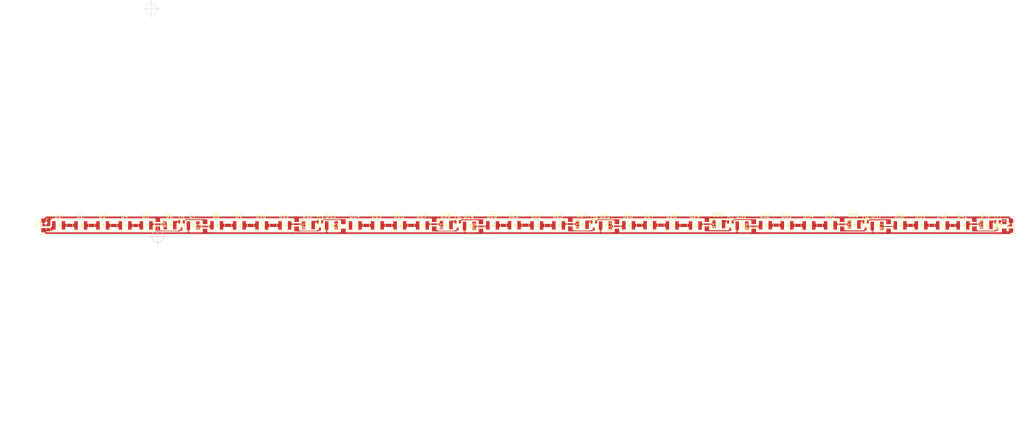
<source format=kicad_pcb>
(kicad_pcb (version 4) (host pcbnew 4.0.2-stable)

  (general
    (links 79)
    (no_connects 2)
    (area 55.829999 49.733999 330.930721 54.863201)
    (thickness 1.6)
    (drawings 10)
    (tracks 281)
    (zones 0)
    (modules 65)
    (nets 59)
  )

  (page A3)
  (layers
    (0 F.Cu signal)
    (31 B.Cu signal)
    (32 B.Adhes user)
    (33 F.Adhes user)
    (34 B.Paste user)
    (35 F.Paste user)
    (36 B.SilkS user)
    (37 F.SilkS user)
    (38 B.Mask user)
    (39 F.Mask user)
    (40 Dwgs.User user)
    (41 Cmts.User user)
    (42 Eco1.User user)
    (43 Eco2.User user)
    (44 Edge.Cuts user)
    (45 Margin user)
    (46 B.CrtYd user)
    (47 F.CrtYd user)
    (48 B.Fab user)
    (49 F.Fab user)
  )

  (setup
    (last_trace_width 0.3)
    (trace_clearance 0.25)
    (zone_clearance 0.508)
    (zone_45_only no)
    (trace_min 0.2)
    (segment_width 0.2)
    (edge_width 0.1)
    (via_size 0.6)
    (via_drill 0.4)
    (via_min_size 0.4)
    (via_min_drill 0.3)
    (uvia_size 0.3)
    (uvia_drill 0.1)
    (uvias_allowed no)
    (uvia_min_size 0.2)
    (uvia_min_drill 0.1)
    (pcb_text_width 0.3)
    (pcb_text_size 1.5 1.5)
    (mod_edge_width 0.15)
    (mod_text_size 1 1)
    (mod_text_width 0.15)
    (pad_size 1.4 1.3)
    (pad_drill 0)
    (pad_to_mask_clearance 0)
    (aux_axis_origin 0 0)
    (grid_origin 89.3572 53.6194)
    (visible_elements 7FFFFFFF)
    (pcbplotparams
      (layerselection 0x00030_80000001)
      (usegerberextensions false)
      (excludeedgelayer true)
      (linewidth 0.100000)
      (plotframeref false)
      (viasonmask false)
      (mode 1)
      (useauxorigin false)
      (hpglpennumber 1)
      (hpglpenspeed 20)
      (hpglpendiameter 15)
      (hpglpenoverlay 2)
      (psnegative false)
      (psa4output false)
      (plotreference true)
      (plotvalue true)
      (plotinvisibletext false)
      (padsonsilk false)
      (subtractmaskfromsilk false)
      (outputformat 1)
      (mirror false)
      (drillshape 1)
      (scaleselection 1)
      (outputdirectory ""))
  )

  (net 0 "")
  (net 1 "Net-(D1-Pad1)")
  (net 2 +24V)
  (net 3 "Net-(D2-Pad1)")
  (net 4 "Net-(D3-Pad1)")
  (net 5 "Net-(D4-Pad1)")
  (net 6 "Net-(D5-Pad1)")
  (net 7 "Net-(D6-Pad1)")
  (net 8 "Net-(D7-Pad1)")
  (net 9 "Net-(D8-Pad1)")
  (net 10 "Net-(D10-Pad2)")
  (net 11 "Net-(D10-Pad1)")
  (net 12 "Net-(D11-Pad1)")
  (net 13 "Net-(D12-Pad1)")
  (net 14 "Net-(D13-Pad1)")
  (net 15 "Net-(D14-Pad1)")
  (net 16 "Net-(D15-Pad1)")
  (net 17 "Net-(D16-Pad1)")
  (net 18 "Net-(D17-Pad1)")
  (net 19 "Net-(D18-Pad1)")
  (net 20 "Net-(D19-Pad1)")
  (net 21 "Net-(D20-Pad1)")
  (net 22 "Net-(D21-Pad1)")
  (net 23 "Net-(D22-Pad1)")
  (net 24 "Net-(D23-Pad1)")
  (net 25 "Net-(D24-Pad1)")
  (net 26 "Net-(D25-Pad1)")
  (net 27 "Net-(D26-Pad1)")
  (net 28 "Net-(D27-Pad1)")
  (net 29 "Net-(D28-Pad1)")
  (net 30 "Net-(D29-Pad1)")
  (net 31 "Net-(D30-Pad1)")
  (net 32 "Net-(D31-Pad1)")
  (net 33 "Net-(D32-Pad1)")
  (net 34 "Net-(D33-Pad1)")
  (net 35 "Net-(D34-Pad1)")
  (net 36 "Net-(D35-Pad1)")
  (net 37 "Net-(D36-Pad1)")
  (net 38 "Net-(D37-Pad1)")
  (net 39 "Net-(D38-Pad1)")
  (net 40 "Net-(D39-Pad1)")
  (net 41 "Net-(D40-Pad1)")
  (net 42 "Net-(D41-Pad1)")
  (net 43 "Net-(D42-Pad1)")
  (net 44 GND)
  (net 45 "Net-(Q1-Pad1)")
  (net 46 "Net-(Q1-Pad3)")
  (net 47 "Net-(Q3-Pad1)")
  (net 48 "Net-(Q3-Pad3)")
  (net 49 "Net-(Q4-Pad1)")
  (net 50 "Net-(Q4-Pad3)")
  (net 51 "Net-(Q5-Pad1)")
  (net 52 "Net-(Q5-Pad3)")
  (net 53 "Net-(Q6-Pad1)")
  (net 54 "Net-(Q6-Pad3)")
  (net 55 "Net-(Q7-Pad1)")
  (net 56 "Net-(Q7-Pad3)")
  (net 57 "Net-(Q8-Pad1)")
  (net 58 "Net-(Q8-Pad3)")

  (net_class Default "This is the default net class."
    (clearance 0.25)
    (trace_width 0.3)
    (via_dia 0.6)
    (via_drill 0.4)
    (uvia_dia 0.3)
    (uvia_drill 0.1)
    (add_net +24V)
    (add_net GND)
    (add_net "Net-(D1-Pad1)")
    (add_net "Net-(D10-Pad1)")
    (add_net "Net-(D10-Pad2)")
    (add_net "Net-(D11-Pad1)")
    (add_net "Net-(D12-Pad1)")
    (add_net "Net-(D13-Pad1)")
    (add_net "Net-(D14-Pad1)")
    (add_net "Net-(D15-Pad1)")
    (add_net "Net-(D16-Pad1)")
    (add_net "Net-(D17-Pad1)")
    (add_net "Net-(D18-Pad1)")
    (add_net "Net-(D19-Pad1)")
    (add_net "Net-(D2-Pad1)")
    (add_net "Net-(D20-Pad1)")
    (add_net "Net-(D21-Pad1)")
    (add_net "Net-(D22-Pad1)")
    (add_net "Net-(D23-Pad1)")
    (add_net "Net-(D24-Pad1)")
    (add_net "Net-(D25-Pad1)")
    (add_net "Net-(D26-Pad1)")
    (add_net "Net-(D27-Pad1)")
    (add_net "Net-(D28-Pad1)")
    (add_net "Net-(D29-Pad1)")
    (add_net "Net-(D3-Pad1)")
    (add_net "Net-(D30-Pad1)")
    (add_net "Net-(D31-Pad1)")
    (add_net "Net-(D32-Pad1)")
    (add_net "Net-(D33-Pad1)")
    (add_net "Net-(D34-Pad1)")
    (add_net "Net-(D35-Pad1)")
    (add_net "Net-(D36-Pad1)")
    (add_net "Net-(D37-Pad1)")
    (add_net "Net-(D38-Pad1)")
    (add_net "Net-(D39-Pad1)")
    (add_net "Net-(D4-Pad1)")
    (add_net "Net-(D40-Pad1)")
    (add_net "Net-(D41-Pad1)")
    (add_net "Net-(D42-Pad1)")
    (add_net "Net-(D5-Pad1)")
    (add_net "Net-(D6-Pad1)")
    (add_net "Net-(D7-Pad1)")
    (add_net "Net-(D8-Pad1)")
    (add_net "Net-(Q1-Pad1)")
    (add_net "Net-(Q1-Pad3)")
    (add_net "Net-(Q3-Pad1)")
    (add_net "Net-(Q3-Pad3)")
    (add_net "Net-(Q4-Pad1)")
    (add_net "Net-(Q4-Pad3)")
    (add_net "Net-(Q5-Pad1)")
    (add_net "Net-(Q5-Pad3)")
    (add_net "Net-(Q6-Pad1)")
    (add_net "Net-(Q6-Pad3)")
    (add_net "Net-(Q7-Pad1)")
    (add_net "Net-(Q7-Pad3)")
    (add_net "Net-(Q8-Pad1)")
    (add_net "Net-(Q8-Pad3)")
  )

  (module "led smd-dong viet:led3528" (layer F.Cu) (tedit 5757BEF6) (tstamp 575B718B)
    (at 323.11086 79.9673 180)
    (path /57580A0F)
    (fp_text reference D41 (at 1.53416 1.27508 180) (layer F.SilkS)
      (effects (font (size 1 1) (thickness 0.15)))
    )
    (fp_text value LED (at 1.70688 0.85852 180) (layer F.Fab)
      (effects (font (size 1 1) (thickness 0.15)))
    )
    (fp_line (start -0.87376 0.21336) (end -0.87376 -2.90068) (layer F.SilkS) (width 0.15))
    (fp_line (start 3.6068 0.1778) (end -0.87376 0.21336) (layer F.SilkS) (width 0.15))
    (fp_line (start 3.6068 -2.90068) (end 3.6068 0.1778) (layer F.SilkS) (width 0.15))
    (fp_line (start -0.8382 -2.90068) (end 3.6068 -2.90068) (layer F.SilkS) (width 0.15))
    (fp_line (start 0.57404 -1.61036) (end 0.57912 -0.87376) (layer F.SilkS) (width 0.15))
    (fp_line (start 0.97536 -1.25984) (end 1.08204 -1.1176) (layer F.SilkS) (width 0.15))
    (fp_line (start 1.14808 -1.53416) (end 0.97536 -1.25984) (layer F.SilkS) (width 0.15))
    (fp_line (start 1.12776 -1.02616) (end 1.14808 -1.53416) (layer F.SilkS) (width 0.15))
    (fp_line (start 0.82296 -1.22936) (end 1.12776 -1.02616) (layer F.SilkS) (width 0.15))
    (fp_line (start 1.25476 -1.74752) (end 0.82296 -1.22936) (layer F.SilkS) (width 0.15))
    (fp_line (start 1.20904 -0.82804) (end 1.25476 -1.74752) (layer F.SilkS) (width 0.15))
    (fp_line (start 0.64008 -1.29032) (end 1.20904 -0.82804) (layer F.SilkS) (width 0.15))
    (fp_line (start 0.65532 -1.27508) (end 0.64008 -1.29032) (layer F.SilkS) (width 0.15))
    (fp_line (start 1.23952 -1.76276) (end 0.65532 -1.27508) (layer F.SilkS) (width 0.15))
    (fp_line (start 0.6858 -1.29032) (end 1.23952 -1.76276) (layer F.SilkS) (width 0.15))
    (fp_line (start 1.05664 -1.29032) (end 2.14376 -1.29032) (layer F.SilkS) (width 0.15))
    (pad 1 smd rect (at 0 -1.3 180) (size 1 2.4) (layers F.Cu F.Paste F.Mask)
      (net 42 "Net-(D41-Pad1)"))
    (pad 2 smd rect (at 2.7 -1.3 180) (size 1 2.4) (layers F.Cu F.Paste F.Mask)
      (net 41 "Net-(D40-Pad1)"))
  )

  (module conn:con2 (layer F.Cu) (tedit 57569C32) (tstamp 575B722B)
    (at 335.31556 80.9625 90)
    (descr "LED 0805 smd package")
    (tags "LED 0805 SMD")
    (path /57569DB6)
    (attr smd)
    (fp_text reference P1 (at 0.4572 -2.3114 90) (layer F.SilkS)
      (effects (font (size 1 1) (thickness 0.15)))
    )
    (fp_text value CONN_01X02 (at 0 1.75 90) (layer F.Fab)
      (effects (font (size 1 1) (thickness 0.15)))
    )
    (fp_line (start -1.6 0.75) (end 1.1 0.75) (layer F.SilkS) (width 0.15))
    (fp_line (start -1.6 -0.75) (end 1.1 -0.75) (layer F.SilkS) (width 0.15))
    (fp_line (start 1.9 -0.95) (end 1.9 0.95) (layer F.CrtYd) (width 0.05))
    (fp_line (start 1.9 0.95) (end -1.9 0.95) (layer F.CrtYd) (width 0.05))
    (fp_line (start -1.9 0.95) (end -1.9 -0.95) (layer F.CrtYd) (width 0.05))
    (fp_line (start -1.9 -0.95) (end 1.9 -0.95) (layer F.CrtYd) (width 0.05))
    (pad 2 smd rect (at 1 0 270) (size 1.19888 1.19888) (layers F.Cu F.Paste F.Mask)
      (net 44 GND))
    (pad 1 smd rect (at -1.75 0 270) (size 1.19888 1.19888) (layers F.Cu F.Paste F.Mask)
      (net 2 +24V))
    (model LEDs.3dshapes/LED_0805.wrl
      (at (xyz 0 0 0))
      (scale (xyz 1 1 1))
      (rotate (xyz 0 0 0))
    )
  )

  (module conn:con2 (layer F.Cu) (tedit 57569C32) (tstamp 575B7231)
    (at 62.16396 80.8863 90)
    (descr "LED 0805 smd package")
    (tags "LED 0805 SMD")
    (path /5756A1E0)
    (attr smd)
    (fp_text reference P2 (at 0 -1.75 90) (layer F.SilkS)
      (effects (font (size 1 1) (thickness 0.15)))
    )
    (fp_text value CONN_01X02 (at 0 1.75 90) (layer F.Fab)
      (effects (font (size 1 1) (thickness 0.15)))
    )
    (fp_line (start -1.6 0.75) (end 1.1 0.75) (layer F.SilkS) (width 0.15))
    (fp_line (start -1.6 -0.75) (end 1.1 -0.75) (layer F.SilkS) (width 0.15))
    (fp_line (start 1.9 -0.95) (end 1.9 0.95) (layer F.CrtYd) (width 0.05))
    (fp_line (start 1.9 0.95) (end -1.9 0.95) (layer F.CrtYd) (width 0.05))
    (fp_line (start -1.9 0.95) (end -1.9 -0.95) (layer F.CrtYd) (width 0.05))
    (fp_line (start -1.9 -0.95) (end 1.9 -0.95) (layer F.CrtYd) (width 0.05))
    (pad 2 smd rect (at 1 0 270) (size 1.19888 1.19888) (layers F.Cu F.Paste F.Mask)
      (net 44 GND))
    (pad 1 smd rect (at -1.75 0 270) (size 1.19888 1.19888) (layers F.Cu F.Paste F.Mask)
      (net 2 +24V))
    (model LEDs.3dshapes/LED_0805.wrl
      (at (xyz 0 0 0))
      (scale (xyz 1 1 1))
      (rotate (xyz 0 0 0))
    )
  )

  (module TO_SOT_Packages_SMD:SOT-323 (layer F.Cu) (tedit 0) (tstamp 575B7238)
    (at 101.14026 81.2546)
    (tags "SMD SOT")
    (path /575AAA8F)
    (attr smd)
    (fp_text reference Q1 (at 0.127 -2.032) (layer F.SilkS)
      (effects (font (size 1 1) (thickness 0.15)))
    )
    (fp_text value Q_NPN_BCE (at 0 0) (layer F.Fab)
      (effects (font (size 1 1) (thickness 0.15)))
    )
    (fp_line (start 0.254 0.508) (end 0.889 0.508) (layer F.SilkS) (width 0.15))
    (fp_line (start 0.889 0.508) (end 0.889 -0.508) (layer F.SilkS) (width 0.15))
    (fp_line (start -0.889 -0.508) (end -0.889 0.508) (layer F.SilkS) (width 0.15))
    (fp_line (start -0.889 0.508) (end -0.254 0.508) (layer F.SilkS) (width 0.15))
    (fp_line (start 0.254 0.635) (end 0.254 0.508) (layer F.SilkS) (width 0.15))
    (fp_line (start -0.254 0.508) (end -0.254 0.635) (layer F.SilkS) (width 0.15))
    (fp_line (start 0.889 -0.508) (end -0.889 -0.508) (layer F.SilkS) (width 0.15))
    (fp_line (start -0.254 0.635) (end 0.254 0.635) (layer F.SilkS) (width 0.15))
    (pad 2 smd rect (at -0.65024 -0.94996) (size 0.59944 1.00076) (layers F.Cu F.Paste F.Mask)
      (net 7 "Net-(D6-Pad1)"))
    (pad 1 smd rect (at 0.65024 -0.94996) (size 0.59944 1.00076) (layers F.Cu F.Paste F.Mask)
      (net 45 "Net-(Q1-Pad1)"))
    (pad 3 smd rect (at 0 0.94996) (size 0.59944 1.00076) (layers F.Cu F.Paste F.Mask)
      (net 46 "Net-(Q1-Pad3)"))
    (model TO_SOT_Packages_SMD.3dshapes/SOT-323.wrl
      (at (xyz 0 0 0.001))
      (scale (xyz 0.3937 0.3937 0.3937))
      (rotate (xyz 0 0 0))
    )
  )

  (module TO_SOT_Packages_SMD:SOT-323 (layer F.Cu) (tedit 0) (tstamp 575B7246)
    (at 140.21816 81.2546)
    (tags "SMD SOT")
    (path /575B7182)
    (attr smd)
    (fp_text reference Q3 (at 0.127 -2.032) (layer F.SilkS)
      (effects (font (size 1 1) (thickness 0.15)))
    )
    (fp_text value Q_NPN_BCE (at 0 0) (layer F.Fab)
      (effects (font (size 1 1) (thickness 0.15)))
    )
    (fp_line (start 0.254 0.508) (end 0.889 0.508) (layer F.SilkS) (width 0.15))
    (fp_line (start 0.889 0.508) (end 0.889 -0.508) (layer F.SilkS) (width 0.15))
    (fp_line (start -0.889 -0.508) (end -0.889 0.508) (layer F.SilkS) (width 0.15))
    (fp_line (start -0.889 0.508) (end -0.254 0.508) (layer F.SilkS) (width 0.15))
    (fp_line (start 0.254 0.635) (end 0.254 0.508) (layer F.SilkS) (width 0.15))
    (fp_line (start -0.254 0.508) (end -0.254 0.635) (layer F.SilkS) (width 0.15))
    (fp_line (start 0.889 -0.508) (end -0.889 -0.508) (layer F.SilkS) (width 0.15))
    (fp_line (start -0.254 0.635) (end 0.254 0.635) (layer F.SilkS) (width 0.15))
    (pad 2 smd rect (at -0.65024 -0.94996) (size 0.59944 1.00076) (layers F.Cu F.Paste F.Mask)
      (net 13 "Net-(D12-Pad1)"))
    (pad 1 smd rect (at 0.65024 -0.94996) (size 0.59944 1.00076) (layers F.Cu F.Paste F.Mask)
      (net 47 "Net-(Q3-Pad1)"))
    (pad 3 smd rect (at 0 0.94996) (size 0.59944 1.00076) (layers F.Cu F.Paste F.Mask)
      (net 48 "Net-(Q3-Pad3)"))
    (model TO_SOT_Packages_SMD.3dshapes/SOT-323.wrl
      (at (xyz 0 0 0.001))
      (scale (xyz 0.3937 0.3937 0.3937))
      (rotate (xyz 0 0 0))
    )
  )

  (module TO_SOT_Packages_SMD:SOT-323 (layer F.Cu) (tedit 0) (tstamp 575B724D)
    (at 256.08026 81.3054)
    (tags "SMD SOT")
    (path /575B5099)
    (attr smd)
    (fp_text reference Q4 (at 0.127 -2.032) (layer F.SilkS)
      (effects (font (size 1 1) (thickness 0.15)))
    )
    (fp_text value Q_NPN_BCE (at 0 0) (layer F.Fab)
      (effects (font (size 1 1) (thickness 0.15)))
    )
    (fp_line (start 0.254 0.508) (end 0.889 0.508) (layer F.SilkS) (width 0.15))
    (fp_line (start 0.889 0.508) (end 0.889 -0.508) (layer F.SilkS) (width 0.15))
    (fp_line (start -0.889 -0.508) (end -0.889 0.508) (layer F.SilkS) (width 0.15))
    (fp_line (start -0.889 0.508) (end -0.254 0.508) (layer F.SilkS) (width 0.15))
    (fp_line (start 0.254 0.635) (end 0.254 0.508) (layer F.SilkS) (width 0.15))
    (fp_line (start -0.254 0.508) (end -0.254 0.635) (layer F.SilkS) (width 0.15))
    (fp_line (start 0.889 -0.508) (end -0.889 -0.508) (layer F.SilkS) (width 0.15))
    (fp_line (start -0.254 0.635) (end 0.254 0.635) (layer F.SilkS) (width 0.15))
    (pad 2 smd rect (at -0.65024 -0.94996) (size 0.59944 1.00076) (layers F.Cu F.Paste F.Mask)
      (net 31 "Net-(D30-Pad1)"))
    (pad 1 smd rect (at 0.65024 -0.94996) (size 0.59944 1.00076) (layers F.Cu F.Paste F.Mask)
      (net 49 "Net-(Q4-Pad1)"))
    (pad 3 smd rect (at 0 0.94996) (size 0.59944 1.00076) (layers F.Cu F.Paste F.Mask)
      (net 50 "Net-(Q4-Pad3)"))
    (model TO_SOT_Packages_SMD.3dshapes/SOT-323.wrl
      (at (xyz 0 0 0.001))
      (scale (xyz 0.3937 0.3937 0.3937))
      (rotate (xyz 0 0 0))
    )
  )

  (module TO_SOT_Packages_SMD:SOT-323 (layer F.Cu) (tedit 0) (tstamp 575B7254)
    (at 179.10556 81.2546)
    (tags "SMD SOT")
    (path /575B20D4)
    (attr smd)
    (fp_text reference Q5 (at 0.127 -2.032) (layer F.SilkS)
      (effects (font (size 1 1) (thickness 0.15)))
    )
    (fp_text value Q_NPN_BCE (at 0 0) (layer F.Fab)
      (effects (font (size 1 1) (thickness 0.15)))
    )
    (fp_line (start 0.254 0.508) (end 0.889 0.508) (layer F.SilkS) (width 0.15))
    (fp_line (start 0.889 0.508) (end 0.889 -0.508) (layer F.SilkS) (width 0.15))
    (fp_line (start -0.889 -0.508) (end -0.889 0.508) (layer F.SilkS) (width 0.15))
    (fp_line (start -0.889 0.508) (end -0.254 0.508) (layer F.SilkS) (width 0.15))
    (fp_line (start 0.254 0.635) (end 0.254 0.508) (layer F.SilkS) (width 0.15))
    (fp_line (start -0.254 0.508) (end -0.254 0.635) (layer F.SilkS) (width 0.15))
    (fp_line (start 0.889 -0.508) (end -0.889 -0.508) (layer F.SilkS) (width 0.15))
    (fp_line (start -0.254 0.635) (end 0.254 0.635) (layer F.SilkS) (width 0.15))
    (pad 2 smd rect (at -0.65024 -0.94996) (size 0.59944 1.00076) (layers F.Cu F.Paste F.Mask)
      (net 19 "Net-(D18-Pad1)"))
    (pad 1 smd rect (at 0.65024 -0.94996) (size 0.59944 1.00076) (layers F.Cu F.Paste F.Mask)
      (net 51 "Net-(Q5-Pad1)"))
    (pad 3 smd rect (at 0 0.94996) (size 0.59944 1.00076) (layers F.Cu F.Paste F.Mask)
      (net 52 "Net-(Q5-Pad3)"))
    (model TO_SOT_Packages_SMD.3dshapes/SOT-323.wrl
      (at (xyz 0 0 0.001))
      (scale (xyz 0.3937 0.3937 0.3937))
      (rotate (xyz 0 0 0))
    )
  )

  (module TO_SOT_Packages_SMD:SOT-323 (layer F.Cu) (tedit 0) (tstamp 575B725B)
    (at 294.26916 81.2546)
    (tags "SMD SOT")
    (path /575B8E7B)
    (attr smd)
    (fp_text reference Q6 (at 0.127 -2.032) (layer F.SilkS)
      (effects (font (size 1 1) (thickness 0.15)))
    )
    (fp_text value Q_NPN_BCE (at 0 0) (layer F.Fab)
      (effects (font (size 1 1) (thickness 0.15)))
    )
    (fp_line (start 0.254 0.508) (end 0.889 0.508) (layer F.SilkS) (width 0.15))
    (fp_line (start 0.889 0.508) (end 0.889 -0.508) (layer F.SilkS) (width 0.15))
    (fp_line (start -0.889 -0.508) (end -0.889 0.508) (layer F.SilkS) (width 0.15))
    (fp_line (start -0.889 0.508) (end -0.254 0.508) (layer F.SilkS) (width 0.15))
    (fp_line (start 0.254 0.635) (end 0.254 0.508) (layer F.SilkS) (width 0.15))
    (fp_line (start -0.254 0.508) (end -0.254 0.635) (layer F.SilkS) (width 0.15))
    (fp_line (start 0.889 -0.508) (end -0.889 -0.508) (layer F.SilkS) (width 0.15))
    (fp_line (start -0.254 0.635) (end 0.254 0.635) (layer F.SilkS) (width 0.15))
    (pad 2 smd rect (at -0.65024 -0.94996) (size 0.59944 1.00076) (layers F.Cu F.Paste F.Mask)
      (net 37 "Net-(D36-Pad1)"))
    (pad 1 smd rect (at 0.65024 -0.94996) (size 0.59944 1.00076) (layers F.Cu F.Paste F.Mask)
      (net 53 "Net-(Q6-Pad1)"))
    (pad 3 smd rect (at 0 0.94996) (size 0.59944 1.00076) (layers F.Cu F.Paste F.Mask)
      (net 54 "Net-(Q6-Pad3)"))
    (model TO_SOT_Packages_SMD.3dshapes/SOT-323.wrl
      (at (xyz 0 0 0.001))
      (scale (xyz 0.3937 0.3937 0.3937))
      (rotate (xyz 0 0 0))
    )
  )

  (module TO_SOT_Packages_SMD:SOT-323 (layer F.Cu) (tedit 0) (tstamp 575B7262)
    (at 331.45476 81.2419)
    (tags "SMD SOT")
    (path /575BB0A3)
    (attr smd)
    (fp_text reference Q7 (at 0.127 -2.032) (layer F.SilkS)
      (effects (font (size 1 1) (thickness 0.15)))
    )
    (fp_text value Q_NPN_BCE (at 0 0) (layer F.Fab)
      (effects (font (size 1 1) (thickness 0.15)))
    )
    (fp_line (start 0.254 0.508) (end 0.889 0.508) (layer F.SilkS) (width 0.15))
    (fp_line (start 0.889 0.508) (end 0.889 -0.508) (layer F.SilkS) (width 0.15))
    (fp_line (start -0.889 -0.508) (end -0.889 0.508) (layer F.SilkS) (width 0.15))
    (fp_line (start -0.889 0.508) (end -0.254 0.508) (layer F.SilkS) (width 0.15))
    (fp_line (start 0.254 0.635) (end 0.254 0.508) (layer F.SilkS) (width 0.15))
    (fp_line (start -0.254 0.508) (end -0.254 0.635) (layer F.SilkS) (width 0.15))
    (fp_line (start 0.889 -0.508) (end -0.889 -0.508) (layer F.SilkS) (width 0.15))
    (fp_line (start -0.254 0.635) (end 0.254 0.635) (layer F.SilkS) (width 0.15))
    (pad 2 smd rect (at -0.65024 -0.94996) (size 0.59944 1.00076) (layers F.Cu F.Paste F.Mask)
      (net 43 "Net-(D42-Pad1)"))
    (pad 1 smd rect (at 0.65024 -0.94996) (size 0.59944 1.00076) (layers F.Cu F.Paste F.Mask)
      (net 55 "Net-(Q7-Pad1)"))
    (pad 3 smd rect (at 0 0.94996) (size 0.59944 1.00076) (layers F.Cu F.Paste F.Mask)
      (net 56 "Net-(Q7-Pad3)"))
    (model TO_SOT_Packages_SMD.3dshapes/SOT-323.wrl
      (at (xyz 0 0 0.001))
      (scale (xyz 0.3937 0.3937 0.3937))
      (rotate (xyz 0 0 0))
    )
  )

  (module "led smd-dong viet:led3528" (layer F.Cu) (tedit 5757BEF6) (tstamp 575B71A1)
    (at 329.65388 79.80982 180)
    (path /57580A09)
    (fp_text reference D42 (at 1.53416 1.27508 180) (layer F.SilkS)
      (effects (font (size 1 1) (thickness 0.15)))
    )
    (fp_text value LED (at 1.70688 0.85852 180) (layer F.Fab)
      (effects (font (size 1 1) (thickness 0.15)))
    )
    (fp_line (start -0.87376 0.21336) (end -0.87376 -2.90068) (layer F.SilkS) (width 0.15))
    (fp_line (start 3.6068 0.1778) (end -0.87376 0.21336) (layer F.SilkS) (width 0.15))
    (fp_line (start 3.6068 -2.90068) (end 3.6068 0.1778) (layer F.SilkS) (width 0.15))
    (fp_line (start -0.8382 -2.90068) (end 3.6068 -2.90068) (layer F.SilkS) (width 0.15))
    (fp_line (start 0.57404 -1.61036) (end 0.57912 -0.87376) (layer F.SilkS) (width 0.15))
    (fp_line (start 0.97536 -1.25984) (end 1.08204 -1.1176) (layer F.SilkS) (width 0.15))
    (fp_line (start 1.14808 -1.53416) (end 0.97536 -1.25984) (layer F.SilkS) (width 0.15))
    (fp_line (start 1.12776 -1.02616) (end 1.14808 -1.53416) (layer F.SilkS) (width 0.15))
    (fp_line (start 0.82296 -1.22936) (end 1.12776 -1.02616) (layer F.SilkS) (width 0.15))
    (fp_line (start 1.25476 -1.74752) (end 0.82296 -1.22936) (layer F.SilkS) (width 0.15))
    (fp_line (start 1.20904 -0.82804) (end 1.25476 -1.74752) (layer F.SilkS) (width 0.15))
    (fp_line (start 0.64008 -1.29032) (end 1.20904 -0.82804) (layer F.SilkS) (width 0.15))
    (fp_line (start 0.65532 -1.27508) (end 0.64008 -1.29032) (layer F.SilkS) (width 0.15))
    (fp_line (start 1.23952 -1.76276) (end 0.65532 -1.27508) (layer F.SilkS) (width 0.15))
    (fp_line (start 0.6858 -1.29032) (end 1.23952 -1.76276) (layer F.SilkS) (width 0.15))
    (fp_line (start 1.05664 -1.29032) (end 2.14376 -1.29032) (layer F.SilkS) (width 0.15))
    (pad 1 smd rect (at 0 -1.3 180) (size 1 2.4) (layers F.Cu F.Paste F.Mask)
      (net 43 "Net-(D42-Pad1)"))
    (pad 2 smd rect (at 2.7 -1.3 180) (size 1 2.4) (layers F.Cu F.Paste F.Mask)
      (net 42 "Net-(D41-Pad1)"))
  )

  (module "led smd-dong viet:led3528" (layer F.Cu) (tedit 5757BEF6) (tstamp 575B7175)
    (at 317.32726 79.98 180)
    (path /57580A02)
    (fp_text reference D40 (at 1.53416 1.27508 180) (layer F.SilkS)
      (effects (font (size 1 1) (thickness 0.15)))
    )
    (fp_text value LED (at 1.70688 0.85852 180) (layer F.Fab)
      (effects (font (size 1 1) (thickness 0.15)))
    )
    (fp_line (start -0.87376 0.21336) (end -0.87376 -2.90068) (layer F.SilkS) (width 0.15))
    (fp_line (start 3.6068 0.1778) (end -0.87376 0.21336) (layer F.SilkS) (width 0.15))
    (fp_line (start 3.6068 -2.90068) (end 3.6068 0.1778) (layer F.SilkS) (width 0.15))
    (fp_line (start -0.8382 -2.90068) (end 3.6068 -2.90068) (layer F.SilkS) (width 0.15))
    (fp_line (start 0.57404 -1.61036) (end 0.57912 -0.87376) (layer F.SilkS) (width 0.15))
    (fp_line (start 0.97536 -1.25984) (end 1.08204 -1.1176) (layer F.SilkS) (width 0.15))
    (fp_line (start 1.14808 -1.53416) (end 0.97536 -1.25984) (layer F.SilkS) (width 0.15))
    (fp_line (start 1.12776 -1.02616) (end 1.14808 -1.53416) (layer F.SilkS) (width 0.15))
    (fp_line (start 0.82296 -1.22936) (end 1.12776 -1.02616) (layer F.SilkS) (width 0.15))
    (fp_line (start 1.25476 -1.74752) (end 0.82296 -1.22936) (layer F.SilkS) (width 0.15))
    (fp_line (start 1.20904 -0.82804) (end 1.25476 -1.74752) (layer F.SilkS) (width 0.15))
    (fp_line (start 0.64008 -1.29032) (end 1.20904 -0.82804) (layer F.SilkS) (width 0.15))
    (fp_line (start 0.65532 -1.27508) (end 0.64008 -1.29032) (layer F.SilkS) (width 0.15))
    (fp_line (start 1.23952 -1.76276) (end 0.65532 -1.27508) (layer F.SilkS) (width 0.15))
    (fp_line (start 0.6858 -1.29032) (end 1.23952 -1.76276) (layer F.SilkS) (width 0.15))
    (fp_line (start 1.05664 -1.29032) (end 2.14376 -1.29032) (layer F.SilkS) (width 0.15))
    (pad 1 smd rect (at 0 -1.3 180) (size 1 2.4) (layers F.Cu F.Paste F.Mask)
      (net 41 "Net-(D40-Pad1)"))
    (pad 2 smd rect (at 2.7 -1.3 180) (size 1 2.4) (layers F.Cu F.Paste F.Mask)
      (net 40 "Net-(D39-Pad1)"))
  )

  (module "led smd-dong viet:led3528" (layer F.Cu) (tedit 5757BEF6) (tstamp 575B715F)
    (at 311.26936 79.9546 180)
    (path /575809F3)
    (fp_text reference D39 (at 1.53416 1.27508 180) (layer F.SilkS)
      (effects (font (size 1 1) (thickness 0.15)))
    )
    (fp_text value LED (at 1.70688 0.85852 180) (layer F.Fab)
      (effects (font (size 1 1) (thickness 0.15)))
    )
    (fp_line (start -0.87376 0.21336) (end -0.87376 -2.90068) (layer F.SilkS) (width 0.15))
    (fp_line (start 3.6068 0.1778) (end -0.87376 0.21336) (layer F.SilkS) (width 0.15))
    (fp_line (start 3.6068 -2.90068) (end 3.6068 0.1778) (layer F.SilkS) (width 0.15))
    (fp_line (start -0.8382 -2.90068) (end 3.6068 -2.90068) (layer F.SilkS) (width 0.15))
    (fp_line (start 0.57404 -1.61036) (end 0.57912 -0.87376) (layer F.SilkS) (width 0.15))
    (fp_line (start 0.97536 -1.25984) (end 1.08204 -1.1176) (layer F.SilkS) (width 0.15))
    (fp_line (start 1.14808 -1.53416) (end 0.97536 -1.25984) (layer F.SilkS) (width 0.15))
    (fp_line (start 1.12776 -1.02616) (end 1.14808 -1.53416) (layer F.SilkS) (width 0.15))
    (fp_line (start 0.82296 -1.22936) (end 1.12776 -1.02616) (layer F.SilkS) (width 0.15))
    (fp_line (start 1.25476 -1.74752) (end 0.82296 -1.22936) (layer F.SilkS) (width 0.15))
    (fp_line (start 1.20904 -0.82804) (end 1.25476 -1.74752) (layer F.SilkS) (width 0.15))
    (fp_line (start 0.64008 -1.29032) (end 1.20904 -0.82804) (layer F.SilkS) (width 0.15))
    (fp_line (start 0.65532 -1.27508) (end 0.64008 -1.29032) (layer F.SilkS) (width 0.15))
    (fp_line (start 1.23952 -1.76276) (end 0.65532 -1.27508) (layer F.SilkS) (width 0.15))
    (fp_line (start 0.6858 -1.29032) (end 1.23952 -1.76276) (layer F.SilkS) (width 0.15))
    (fp_line (start 1.05664 -1.29032) (end 2.14376 -1.29032) (layer F.SilkS) (width 0.15))
    (pad 1 smd rect (at 0 -1.3 180) (size 1 2.4) (layers F.Cu F.Paste F.Mask)
      (net 40 "Net-(D39-Pad1)"))
    (pad 2 smd rect (at 2.7 -1.3 180) (size 1 2.4) (layers F.Cu F.Paste F.Mask)
      (net 39 "Net-(D38-Pad1)"))
  )

  (module "led smd-dong viet:led3528" (layer F.Cu) (tedit 5757BEF6) (tstamp 575B7149)
    (at 305.35626 79.9673 180)
    (path /575809F9)
    (fp_text reference D38 (at 1.53416 1.27508 180) (layer F.SilkS)
      (effects (font (size 1 1) (thickness 0.15)))
    )
    (fp_text value LED (at 1.70688 0.85852 180) (layer F.Fab)
      (effects (font (size 1 1) (thickness 0.15)))
    )
    (fp_line (start -0.87376 0.21336) (end -0.87376 -2.90068) (layer F.SilkS) (width 0.15))
    (fp_line (start 3.6068 0.1778) (end -0.87376 0.21336) (layer F.SilkS) (width 0.15))
    (fp_line (start 3.6068 -2.90068) (end 3.6068 0.1778) (layer F.SilkS) (width 0.15))
    (fp_line (start -0.8382 -2.90068) (end 3.6068 -2.90068) (layer F.SilkS) (width 0.15))
    (fp_line (start 0.57404 -1.61036) (end 0.57912 -0.87376) (layer F.SilkS) (width 0.15))
    (fp_line (start 0.97536 -1.25984) (end 1.08204 -1.1176) (layer F.SilkS) (width 0.15))
    (fp_line (start 1.14808 -1.53416) (end 0.97536 -1.25984) (layer F.SilkS) (width 0.15))
    (fp_line (start 1.12776 -1.02616) (end 1.14808 -1.53416) (layer F.SilkS) (width 0.15))
    (fp_line (start 0.82296 -1.22936) (end 1.12776 -1.02616) (layer F.SilkS) (width 0.15))
    (fp_line (start 1.25476 -1.74752) (end 0.82296 -1.22936) (layer F.SilkS) (width 0.15))
    (fp_line (start 1.20904 -0.82804) (end 1.25476 -1.74752) (layer F.SilkS) (width 0.15))
    (fp_line (start 0.64008 -1.29032) (end 1.20904 -0.82804) (layer F.SilkS) (width 0.15))
    (fp_line (start 0.65532 -1.27508) (end 0.64008 -1.29032) (layer F.SilkS) (width 0.15))
    (fp_line (start 1.23952 -1.76276) (end 0.65532 -1.27508) (layer F.SilkS) (width 0.15))
    (fp_line (start 0.6858 -1.29032) (end 1.23952 -1.76276) (layer F.SilkS) (width 0.15))
    (fp_line (start 1.05664 -1.29032) (end 2.14376 -1.29032) (layer F.SilkS) (width 0.15))
    (pad 1 smd rect (at 0 -1.3 180) (size 1 2.4) (layers F.Cu F.Paste F.Mask)
      (net 39 "Net-(D38-Pad1)"))
    (pad 2 smd rect (at 2.7 -1.3 180) (size 1 2.4) (layers F.Cu F.Paste F.Mask)
      (net 38 "Net-(D37-Pad1)"))
  )

  (module "led smd-dong viet:led3528" (layer F.Cu) (tedit 5757BEF6) (tstamp 575B7133)
    (at 298.831 80.09938 180)
    (path /575809ED)
    (fp_text reference D37 (at 1.53416 1.27508 180) (layer F.SilkS)
      (effects (font (size 1 1) (thickness 0.15)))
    )
    (fp_text value LED (at 1.70688 0.85852 180) (layer F.Fab)
      (effects (font (size 1 1) (thickness 0.15)))
    )
    (fp_line (start -0.87376 0.21336) (end -0.87376 -2.90068) (layer F.SilkS) (width 0.15))
    (fp_line (start 3.6068 0.1778) (end -0.87376 0.21336) (layer F.SilkS) (width 0.15))
    (fp_line (start 3.6068 -2.90068) (end 3.6068 0.1778) (layer F.SilkS) (width 0.15))
    (fp_line (start -0.8382 -2.90068) (end 3.6068 -2.90068) (layer F.SilkS) (width 0.15))
    (fp_line (start 0.57404 -1.61036) (end 0.57912 -0.87376) (layer F.SilkS) (width 0.15))
    (fp_line (start 0.97536 -1.25984) (end 1.08204 -1.1176) (layer F.SilkS) (width 0.15))
    (fp_line (start 1.14808 -1.53416) (end 0.97536 -1.25984) (layer F.SilkS) (width 0.15))
    (fp_line (start 1.12776 -1.02616) (end 1.14808 -1.53416) (layer F.SilkS) (width 0.15))
    (fp_line (start 0.82296 -1.22936) (end 1.12776 -1.02616) (layer F.SilkS) (width 0.15))
    (fp_line (start 1.25476 -1.74752) (end 0.82296 -1.22936) (layer F.SilkS) (width 0.15))
    (fp_line (start 1.20904 -0.82804) (end 1.25476 -1.74752) (layer F.SilkS) (width 0.15))
    (fp_line (start 0.64008 -1.29032) (end 1.20904 -0.82804) (layer F.SilkS) (width 0.15))
    (fp_line (start 0.65532 -1.27508) (end 0.64008 -1.29032) (layer F.SilkS) (width 0.15))
    (fp_line (start 1.23952 -1.76276) (end 0.65532 -1.27508) (layer F.SilkS) (width 0.15))
    (fp_line (start 0.6858 -1.29032) (end 1.23952 -1.76276) (layer F.SilkS) (width 0.15))
    (fp_line (start 1.05664 -1.29032) (end 2.14376 -1.29032) (layer F.SilkS) (width 0.15))
    (pad 1 smd rect (at 0 -1.3 180) (size 1 2.4) (layers F.Cu F.Paste F.Mask)
      (net 38 "Net-(D37-Pad1)"))
    (pad 2 smd rect (at 2.7 -1.3 180) (size 1 2.4) (layers F.Cu F.Paste F.Mask)
      (net 2 +24V))
  )

  (module "led smd-dong viet:led3528" (layer F.Cu) (tedit 5757BEF6) (tstamp 575B711D)
    (at 292.37684 79.72854 180)
    (path /575809D8)
    (fp_text reference D36 (at 1.53416 1.27508 180) (layer F.SilkS)
      (effects (font (size 1 1) (thickness 0.15)))
    )
    (fp_text value LED (at 1.70688 0.85852 180) (layer F.Fab)
      (effects (font (size 1 1) (thickness 0.15)))
    )
    (fp_line (start -0.87376 0.21336) (end -0.87376 -2.90068) (layer F.SilkS) (width 0.15))
    (fp_line (start 3.6068 0.1778) (end -0.87376 0.21336) (layer F.SilkS) (width 0.15))
    (fp_line (start 3.6068 -2.90068) (end 3.6068 0.1778) (layer F.SilkS) (width 0.15))
    (fp_line (start -0.8382 -2.90068) (end 3.6068 -2.90068) (layer F.SilkS) (width 0.15))
    (fp_line (start 0.57404 -1.61036) (end 0.57912 -0.87376) (layer F.SilkS) (width 0.15))
    (fp_line (start 0.97536 -1.25984) (end 1.08204 -1.1176) (layer F.SilkS) (width 0.15))
    (fp_line (start 1.14808 -1.53416) (end 0.97536 -1.25984) (layer F.SilkS) (width 0.15))
    (fp_line (start 1.12776 -1.02616) (end 1.14808 -1.53416) (layer F.SilkS) (width 0.15))
    (fp_line (start 0.82296 -1.22936) (end 1.12776 -1.02616) (layer F.SilkS) (width 0.15))
    (fp_line (start 1.25476 -1.74752) (end 0.82296 -1.22936) (layer F.SilkS) (width 0.15))
    (fp_line (start 1.20904 -0.82804) (end 1.25476 -1.74752) (layer F.SilkS) (width 0.15))
    (fp_line (start 0.64008 -1.29032) (end 1.20904 -0.82804) (layer F.SilkS) (width 0.15))
    (fp_line (start 0.65532 -1.27508) (end 0.64008 -1.29032) (layer F.SilkS) (width 0.15))
    (fp_line (start 1.23952 -1.76276) (end 0.65532 -1.27508) (layer F.SilkS) (width 0.15))
    (fp_line (start 0.6858 -1.29032) (end 1.23952 -1.76276) (layer F.SilkS) (width 0.15))
    (fp_line (start 1.05664 -1.29032) (end 2.14376 -1.29032) (layer F.SilkS) (width 0.15))
    (pad 1 smd rect (at 0 -1.3 180) (size 1 2.4) (layers F.Cu F.Paste F.Mask)
      (net 37 "Net-(D36-Pad1)"))
    (pad 2 smd rect (at 2.7 -1.3 180) (size 1 2.4) (layers F.Cu F.Paste F.Mask)
      (net 36 "Net-(D35-Pad1)"))
  )

  (module "led smd-dong viet:led3528" (layer F.Cu) (tedit 5757BEF6) (tstamp 575B7107)
    (at 285.67886 79.9673 180)
    (path /575809DE)
    (fp_text reference D35 (at 1.53416 1.27508 180) (layer F.SilkS)
      (effects (font (size 1 1) (thickness 0.15)))
    )
    (fp_text value LED (at 1.70688 0.85852 180) (layer F.Fab)
      (effects (font (size 1 1) (thickness 0.15)))
    )
    (fp_line (start -0.87376 0.21336) (end -0.87376 -2.90068) (layer F.SilkS) (width 0.15))
    (fp_line (start 3.6068 0.1778) (end -0.87376 0.21336) (layer F.SilkS) (width 0.15))
    (fp_line (start 3.6068 -2.90068) (end 3.6068 0.1778) (layer F.SilkS) (width 0.15))
    (fp_line (start -0.8382 -2.90068) (end 3.6068 -2.90068) (layer F.SilkS) (width 0.15))
    (fp_line (start 0.57404 -1.61036) (end 0.57912 -0.87376) (layer F.SilkS) (width 0.15))
    (fp_line (start 0.97536 -1.25984) (end 1.08204 -1.1176) (layer F.SilkS) (width 0.15))
    (fp_line (start 1.14808 -1.53416) (end 0.97536 -1.25984) (layer F.SilkS) (width 0.15))
    (fp_line (start 1.12776 -1.02616) (end 1.14808 -1.53416) (layer F.SilkS) (width 0.15))
    (fp_line (start 0.82296 -1.22936) (end 1.12776 -1.02616) (layer F.SilkS) (width 0.15))
    (fp_line (start 1.25476 -1.74752) (end 0.82296 -1.22936) (layer F.SilkS) (width 0.15))
    (fp_line (start 1.20904 -0.82804) (end 1.25476 -1.74752) (layer F.SilkS) (width 0.15))
    (fp_line (start 0.64008 -1.29032) (end 1.20904 -0.82804) (layer F.SilkS) (width 0.15))
    (fp_line (start 0.65532 -1.27508) (end 0.64008 -1.29032) (layer F.SilkS) (width 0.15))
    (fp_line (start 1.23952 -1.76276) (end 0.65532 -1.27508) (layer F.SilkS) (width 0.15))
    (fp_line (start 0.6858 -1.29032) (end 1.23952 -1.76276) (layer F.SilkS) (width 0.15))
    (fp_line (start 1.05664 -1.29032) (end 2.14376 -1.29032) (layer F.SilkS) (width 0.15))
    (pad 1 smd rect (at 0 -1.3 180) (size 1 2.4) (layers F.Cu F.Paste F.Mask)
      (net 36 "Net-(D35-Pad1)"))
    (pad 2 smd rect (at 2.7 -1.3 180) (size 1 2.4) (layers F.Cu F.Paste F.Mask)
      (net 35 "Net-(D34-Pad1)"))
  )

  (module "led smd-dong viet:led3528" (layer F.Cu) (tedit 5757BEF6) (tstamp 575B70F1)
    (at 279.63876 79.98 180)
    (path /575809D1)
    (fp_text reference D34 (at 1.53416 1.27508 180) (layer F.SilkS)
      (effects (font (size 1 1) (thickness 0.15)))
    )
    (fp_text value LED (at 1.70688 0.85852 180) (layer F.Fab)
      (effects (font (size 1 1) (thickness 0.15)))
    )
    (fp_line (start -0.87376 0.21336) (end -0.87376 -2.90068) (layer F.SilkS) (width 0.15))
    (fp_line (start 3.6068 0.1778) (end -0.87376 0.21336) (layer F.SilkS) (width 0.15))
    (fp_line (start 3.6068 -2.90068) (end 3.6068 0.1778) (layer F.SilkS) (width 0.15))
    (fp_line (start -0.8382 -2.90068) (end 3.6068 -2.90068) (layer F.SilkS) (width 0.15))
    (fp_line (start 0.57404 -1.61036) (end 0.57912 -0.87376) (layer F.SilkS) (width 0.15))
    (fp_line (start 0.97536 -1.25984) (end 1.08204 -1.1176) (layer F.SilkS) (width 0.15))
    (fp_line (start 1.14808 -1.53416) (end 0.97536 -1.25984) (layer F.SilkS) (width 0.15))
    (fp_line (start 1.12776 -1.02616) (end 1.14808 -1.53416) (layer F.SilkS) (width 0.15))
    (fp_line (start 0.82296 -1.22936) (end 1.12776 -1.02616) (layer F.SilkS) (width 0.15))
    (fp_line (start 1.25476 -1.74752) (end 0.82296 -1.22936) (layer F.SilkS) (width 0.15))
    (fp_line (start 1.20904 -0.82804) (end 1.25476 -1.74752) (layer F.SilkS) (width 0.15))
    (fp_line (start 0.64008 -1.29032) (end 1.20904 -0.82804) (layer F.SilkS) (width 0.15))
    (fp_line (start 0.65532 -1.27508) (end 0.64008 -1.29032) (layer F.SilkS) (width 0.15))
    (fp_line (start 1.23952 -1.76276) (end 0.65532 -1.27508) (layer F.SilkS) (width 0.15))
    (fp_line (start 0.6858 -1.29032) (end 1.23952 -1.76276) (layer F.SilkS) (width 0.15))
    (fp_line (start 1.05664 -1.29032) (end 2.14376 -1.29032) (layer F.SilkS) (width 0.15))
    (pad 1 smd rect (at 0 -1.3 180) (size 1 2.4) (layers F.Cu F.Paste F.Mask)
      (net 35 "Net-(D34-Pad1)"))
    (pad 2 smd rect (at 2.7 -1.3 180) (size 1 2.4) (layers F.Cu F.Paste F.Mask)
      (net 34 "Net-(D33-Pad1)"))
  )

  (module "led smd-dong viet:led3528" (layer F.Cu) (tedit 5757BEF6) (tstamp 575B70DB)
    (at 273.43606 79.9673 180)
    (path /575809C2)
    (fp_text reference D33 (at 1.53416 1.27508 180) (layer F.SilkS)
      (effects (font (size 1 1) (thickness 0.15)))
    )
    (fp_text value LED (at 1.70688 0.85852 180) (layer F.Fab)
      (effects (font (size 1 1) (thickness 0.15)))
    )
    (fp_line (start -0.87376 0.21336) (end -0.87376 -2.90068) (layer F.SilkS) (width 0.15))
    (fp_line (start 3.6068 0.1778) (end -0.87376 0.21336) (layer F.SilkS) (width 0.15))
    (fp_line (start 3.6068 -2.90068) (end 3.6068 0.1778) (layer F.SilkS) (width 0.15))
    (fp_line (start -0.8382 -2.90068) (end 3.6068 -2.90068) (layer F.SilkS) (width 0.15))
    (fp_line (start 0.57404 -1.61036) (end 0.57912 -0.87376) (layer F.SilkS) (width 0.15))
    (fp_line (start 0.97536 -1.25984) (end 1.08204 -1.1176) (layer F.SilkS) (width 0.15))
    (fp_line (start 1.14808 -1.53416) (end 0.97536 -1.25984) (layer F.SilkS) (width 0.15))
    (fp_line (start 1.12776 -1.02616) (end 1.14808 -1.53416) (layer F.SilkS) (width 0.15))
    (fp_line (start 0.82296 -1.22936) (end 1.12776 -1.02616) (layer F.SilkS) (width 0.15))
    (fp_line (start 1.25476 -1.74752) (end 0.82296 -1.22936) (layer F.SilkS) (width 0.15))
    (fp_line (start 1.20904 -0.82804) (end 1.25476 -1.74752) (layer F.SilkS) (width 0.15))
    (fp_line (start 0.64008 -1.29032) (end 1.20904 -0.82804) (layer F.SilkS) (width 0.15))
    (fp_line (start 0.65532 -1.27508) (end 0.64008 -1.29032) (layer F.SilkS) (width 0.15))
    (fp_line (start 1.23952 -1.76276) (end 0.65532 -1.27508) (layer F.SilkS) (width 0.15))
    (fp_line (start 0.6858 -1.29032) (end 1.23952 -1.76276) (layer F.SilkS) (width 0.15))
    (fp_line (start 1.05664 -1.29032) (end 2.14376 -1.29032) (layer F.SilkS) (width 0.15))
    (pad 1 smd rect (at 0 -1.3 180) (size 1 2.4) (layers F.Cu F.Paste F.Mask)
      (net 34 "Net-(D33-Pad1)"))
    (pad 2 smd rect (at 2.7 -1.3 180) (size 1 2.4) (layers F.Cu F.Paste F.Mask)
      (net 33 "Net-(D32-Pad1)"))
  )

  (module "led smd-dong viet:led3528" (layer F.Cu) (tedit 5757BEF6) (tstamp 575B70C5)
    (at 267.34006 79.9165 180)
    (path /575809C8)
    (fp_text reference D32 (at 1.53416 1.27508 180) (layer F.SilkS)
      (effects (font (size 1 1) (thickness 0.15)))
    )
    (fp_text value LED (at 1.70688 0.85852 180) (layer F.Fab)
      (effects (font (size 1 1) (thickness 0.15)))
    )
    (fp_line (start -0.87376 0.21336) (end -0.87376 -2.90068) (layer F.SilkS) (width 0.15))
    (fp_line (start 3.6068 0.1778) (end -0.87376 0.21336) (layer F.SilkS) (width 0.15))
    (fp_line (start 3.6068 -2.90068) (end 3.6068 0.1778) (layer F.SilkS) (width 0.15))
    (fp_line (start -0.8382 -2.90068) (end 3.6068 -2.90068) (layer F.SilkS) (width 0.15))
    (fp_line (start 0.57404 -1.61036) (end 0.57912 -0.87376) (layer F.SilkS) (width 0.15))
    (fp_line (start 0.97536 -1.25984) (end 1.08204 -1.1176) (layer F.SilkS) (width 0.15))
    (fp_line (start 1.14808 -1.53416) (end 0.97536 -1.25984) (layer F.SilkS) (width 0.15))
    (fp_line (start 1.12776 -1.02616) (end 1.14808 -1.53416) (layer F.SilkS) (width 0.15))
    (fp_line (start 0.82296 -1.22936) (end 1.12776 -1.02616) (layer F.SilkS) (width 0.15))
    (fp_line (start 1.25476 -1.74752) (end 0.82296 -1.22936) (layer F.SilkS) (width 0.15))
    (fp_line (start 1.20904 -0.82804) (end 1.25476 -1.74752) (layer F.SilkS) (width 0.15))
    (fp_line (start 0.64008 -1.29032) (end 1.20904 -0.82804) (layer F.SilkS) (width 0.15))
    (fp_line (start 0.65532 -1.27508) (end 0.64008 -1.29032) (layer F.SilkS) (width 0.15))
    (fp_line (start 1.23952 -1.76276) (end 0.65532 -1.27508) (layer F.SilkS) (width 0.15))
    (fp_line (start 0.6858 -1.29032) (end 1.23952 -1.76276) (layer F.SilkS) (width 0.15))
    (fp_line (start 1.05664 -1.29032) (end 2.14376 -1.29032) (layer F.SilkS) (width 0.15))
    (pad 1 smd rect (at 0 -1.3 180) (size 1 2.4) (layers F.Cu F.Paste F.Mask)
      (net 33 "Net-(D32-Pad1)"))
    (pad 2 smd rect (at 2.7 -1.3 180) (size 1 2.4) (layers F.Cu F.Paste F.Mask)
      (net 32 "Net-(D31-Pad1)"))
  )

  (module "led smd-dong viet:led3528" (layer F.Cu) (tedit 5757BEF6) (tstamp 575B7099)
    (at 254.16508 79.60662 180)
    (path /575809A7)
    (fp_text reference D30 (at 1.53416 1.27508 180) (layer F.SilkS)
      (effects (font (size 1 1) (thickness 0.15)))
    )
    (fp_text value LED (at 1.70688 0.85852 180) (layer F.Fab)
      (effects (font (size 1 1) (thickness 0.15)))
    )
    (fp_line (start -0.87376 0.21336) (end -0.87376 -2.90068) (layer F.SilkS) (width 0.15))
    (fp_line (start 3.6068 0.1778) (end -0.87376 0.21336) (layer F.SilkS) (width 0.15))
    (fp_line (start 3.6068 -2.90068) (end 3.6068 0.1778) (layer F.SilkS) (width 0.15))
    (fp_line (start -0.8382 -2.90068) (end 3.6068 -2.90068) (layer F.SilkS) (width 0.15))
    (fp_line (start 0.57404 -1.61036) (end 0.57912 -0.87376) (layer F.SilkS) (width 0.15))
    (fp_line (start 0.97536 -1.25984) (end 1.08204 -1.1176) (layer F.SilkS) (width 0.15))
    (fp_line (start 1.14808 -1.53416) (end 0.97536 -1.25984) (layer F.SilkS) (width 0.15))
    (fp_line (start 1.12776 -1.02616) (end 1.14808 -1.53416) (layer F.SilkS) (width 0.15))
    (fp_line (start 0.82296 -1.22936) (end 1.12776 -1.02616) (layer F.SilkS) (width 0.15))
    (fp_line (start 1.25476 -1.74752) (end 0.82296 -1.22936) (layer F.SilkS) (width 0.15))
    (fp_line (start 1.20904 -0.82804) (end 1.25476 -1.74752) (layer F.SilkS) (width 0.15))
    (fp_line (start 0.64008 -1.29032) (end 1.20904 -0.82804) (layer F.SilkS) (width 0.15))
    (fp_line (start 0.65532 -1.27508) (end 0.64008 -1.29032) (layer F.SilkS) (width 0.15))
    (fp_line (start 1.23952 -1.76276) (end 0.65532 -1.27508) (layer F.SilkS) (width 0.15))
    (fp_line (start 0.6858 -1.29032) (end 1.23952 -1.76276) (layer F.SilkS) (width 0.15))
    (fp_line (start 1.05664 -1.29032) (end 2.14376 -1.29032) (layer F.SilkS) (width 0.15))
    (pad 1 smd rect (at 0 -1.3 180) (size 1 2.4) (layers F.Cu F.Paste F.Mask)
      (net 31 "Net-(D30-Pad1)"))
    (pad 2 smd rect (at 2.7 -1.3 180) (size 1 2.4) (layers F.Cu F.Paste F.Mask)
      (net 30 "Net-(D29-Pad1)"))
  )

  (module "led smd-dong viet:led3528" (layer F.Cu) (tedit 5757BEF6) (tstamp 575B7083)
    (at 247.52806 79.9927 180)
    (path /575809AD)
    (fp_text reference D29 (at 1.53416 1.27508 180) (layer F.SilkS)
      (effects (font (size 1 1) (thickness 0.15)))
    )
    (fp_text value LED (at 1.70688 0.85852 180) (layer F.Fab)
      (effects (font (size 1 1) (thickness 0.15)))
    )
    (fp_line (start -0.87376 0.21336) (end -0.87376 -2.90068) (layer F.SilkS) (width 0.15))
    (fp_line (start 3.6068 0.1778) (end -0.87376 0.21336) (layer F.SilkS) (width 0.15))
    (fp_line (start 3.6068 -2.90068) (end 3.6068 0.1778) (layer F.SilkS) (width 0.15))
    (fp_line (start -0.8382 -2.90068) (end 3.6068 -2.90068) (layer F.SilkS) (width 0.15))
    (fp_line (start 0.57404 -1.61036) (end 0.57912 -0.87376) (layer F.SilkS) (width 0.15))
    (fp_line (start 0.97536 -1.25984) (end 1.08204 -1.1176) (layer F.SilkS) (width 0.15))
    (fp_line (start 1.14808 -1.53416) (end 0.97536 -1.25984) (layer F.SilkS) (width 0.15))
    (fp_line (start 1.12776 -1.02616) (end 1.14808 -1.53416) (layer F.SilkS) (width 0.15))
    (fp_line (start 0.82296 -1.22936) (end 1.12776 -1.02616) (layer F.SilkS) (width 0.15))
    (fp_line (start 1.25476 -1.74752) (end 0.82296 -1.22936) (layer F.SilkS) (width 0.15))
    (fp_line (start 1.20904 -0.82804) (end 1.25476 -1.74752) (layer F.SilkS) (width 0.15))
    (fp_line (start 0.64008 -1.29032) (end 1.20904 -0.82804) (layer F.SilkS) (width 0.15))
    (fp_line (start 0.65532 -1.27508) (end 0.64008 -1.29032) (layer F.SilkS) (width 0.15))
    (fp_line (start 1.23952 -1.76276) (end 0.65532 -1.27508) (layer F.SilkS) (width 0.15))
    (fp_line (start 0.6858 -1.29032) (end 1.23952 -1.76276) (layer F.SilkS) (width 0.15))
    (fp_line (start 1.05664 -1.29032) (end 2.14376 -1.29032) (layer F.SilkS) (width 0.15))
    (pad 1 smd rect (at 0 -1.3 180) (size 1 2.4) (layers F.Cu F.Paste F.Mask)
      (net 30 "Net-(D29-Pad1)"))
    (pad 2 smd rect (at 2.7 -1.3 180) (size 1 2.4) (layers F.Cu F.Paste F.Mask)
      (net 29 "Net-(D28-Pad1)"))
  )

  (module "led smd-dong viet:led3528" (layer F.Cu) (tedit 5757BEF6) (tstamp 575B706D)
    (at 241.00536 79.98 180)
    (path /575809A0)
    (fp_text reference D28 (at 1.53416 1.27508 180) (layer F.SilkS)
      (effects (font (size 1 1) (thickness 0.15)))
    )
    (fp_text value LED (at 1.70688 0.85852 180) (layer F.Fab)
      (effects (font (size 1 1) (thickness 0.15)))
    )
    (fp_line (start -0.87376 0.21336) (end -0.87376 -2.90068) (layer F.SilkS) (width 0.15))
    (fp_line (start 3.6068 0.1778) (end -0.87376 0.21336) (layer F.SilkS) (width 0.15))
    (fp_line (start 3.6068 -2.90068) (end 3.6068 0.1778) (layer F.SilkS) (width 0.15))
    (fp_line (start -0.8382 -2.90068) (end 3.6068 -2.90068) (layer F.SilkS) (width 0.15))
    (fp_line (start 0.57404 -1.61036) (end 0.57912 -0.87376) (layer F.SilkS) (width 0.15))
    (fp_line (start 0.97536 -1.25984) (end 1.08204 -1.1176) (layer F.SilkS) (width 0.15))
    (fp_line (start 1.14808 -1.53416) (end 0.97536 -1.25984) (layer F.SilkS) (width 0.15))
    (fp_line (start 1.12776 -1.02616) (end 1.14808 -1.53416) (layer F.SilkS) (width 0.15))
    (fp_line (start 0.82296 -1.22936) (end 1.12776 -1.02616) (layer F.SilkS) (width 0.15))
    (fp_line (start 1.25476 -1.74752) (end 0.82296 -1.22936) (layer F.SilkS) (width 0.15))
    (fp_line (start 1.20904 -0.82804) (end 1.25476 -1.74752) (layer F.SilkS) (width 0.15))
    (fp_line (start 0.64008 -1.29032) (end 1.20904 -0.82804) (layer F.SilkS) (width 0.15))
    (fp_line (start 0.65532 -1.27508) (end 0.64008 -1.29032) (layer F.SilkS) (width 0.15))
    (fp_line (start 1.23952 -1.76276) (end 0.65532 -1.27508) (layer F.SilkS) (width 0.15))
    (fp_line (start 0.6858 -1.29032) (end 1.23952 -1.76276) (layer F.SilkS) (width 0.15))
    (fp_line (start 1.05664 -1.29032) (end 2.14376 -1.29032) (layer F.SilkS) (width 0.15))
    (pad 1 smd rect (at 0 -1.3 180) (size 1 2.4) (layers F.Cu F.Paste F.Mask)
      (net 29 "Net-(D28-Pad1)"))
    (pad 2 smd rect (at 2.7 -1.3 180) (size 1 2.4) (layers F.Cu F.Paste F.Mask)
      (net 28 "Net-(D27-Pad1)"))
  )

  (module "led smd-dong viet:led3528" (layer F.Cu) (tedit 5757BEF6) (tstamp 575B7057)
    (at 234.70106 79.9165 180)
    (path /57580991)
    (fp_text reference D27 (at 1.53416 1.27508 180) (layer F.SilkS)
      (effects (font (size 1 1) (thickness 0.15)))
    )
    (fp_text value LED (at 1.70688 0.85852 180) (layer F.Fab)
      (effects (font (size 1 1) (thickness 0.15)))
    )
    (fp_line (start -0.87376 0.21336) (end -0.87376 -2.90068) (layer F.SilkS) (width 0.15))
    (fp_line (start 3.6068 0.1778) (end -0.87376 0.21336) (layer F.SilkS) (width 0.15))
    (fp_line (start 3.6068 -2.90068) (end 3.6068 0.1778) (layer F.SilkS) (width 0.15))
    (fp_line (start -0.8382 -2.90068) (end 3.6068 -2.90068) (layer F.SilkS) (width 0.15))
    (fp_line (start 0.57404 -1.61036) (end 0.57912 -0.87376) (layer F.SilkS) (width 0.15))
    (fp_line (start 0.97536 -1.25984) (end 1.08204 -1.1176) (layer F.SilkS) (width 0.15))
    (fp_line (start 1.14808 -1.53416) (end 0.97536 -1.25984) (layer F.SilkS) (width 0.15))
    (fp_line (start 1.12776 -1.02616) (end 1.14808 -1.53416) (layer F.SilkS) (width 0.15))
    (fp_line (start 0.82296 -1.22936) (end 1.12776 -1.02616) (layer F.SilkS) (width 0.15))
    (fp_line (start 1.25476 -1.74752) (end 0.82296 -1.22936) (layer F.SilkS) (width 0.15))
    (fp_line (start 1.20904 -0.82804) (end 1.25476 -1.74752) (layer F.SilkS) (width 0.15))
    (fp_line (start 0.64008 -1.29032) (end 1.20904 -0.82804) (layer F.SilkS) (width 0.15))
    (fp_line (start 0.65532 -1.27508) (end 0.64008 -1.29032) (layer F.SilkS) (width 0.15))
    (fp_line (start 1.23952 -1.76276) (end 0.65532 -1.27508) (layer F.SilkS) (width 0.15))
    (fp_line (start 0.6858 -1.29032) (end 1.23952 -1.76276) (layer F.SilkS) (width 0.15))
    (fp_line (start 1.05664 -1.29032) (end 2.14376 -1.29032) (layer F.SilkS) (width 0.15))
    (pad 1 smd rect (at 0 -1.3 180) (size 1 2.4) (layers F.Cu F.Paste F.Mask)
      (net 28 "Net-(D27-Pad1)"))
    (pad 2 smd rect (at 2.7 -1.3 180) (size 1 2.4) (layers F.Cu F.Paste F.Mask)
      (net 27 "Net-(D26-Pad1)"))
  )

  (module "led smd-dong viet:led3528" (layer F.Cu) (tedit 5757BEF6) (tstamp 575B7041)
    (at 228.71936 79.9546 180)
    (path /57580997)
    (fp_text reference D26 (at 1.53416 1.27508 180) (layer F.SilkS)
      (effects (font (size 1 1) (thickness 0.15)))
    )
    (fp_text value LED (at 1.70688 0.85852 180) (layer F.Fab)
      (effects (font (size 1 1) (thickness 0.15)))
    )
    (fp_line (start -0.87376 0.21336) (end -0.87376 -2.90068) (layer F.SilkS) (width 0.15))
    (fp_line (start 3.6068 0.1778) (end -0.87376 0.21336) (layer F.SilkS) (width 0.15))
    (fp_line (start 3.6068 -2.90068) (end 3.6068 0.1778) (layer F.SilkS) (width 0.15))
    (fp_line (start -0.8382 -2.90068) (end 3.6068 -2.90068) (layer F.SilkS) (width 0.15))
    (fp_line (start 0.57404 -1.61036) (end 0.57912 -0.87376) (layer F.SilkS) (width 0.15))
    (fp_line (start 0.97536 -1.25984) (end 1.08204 -1.1176) (layer F.SilkS) (width 0.15))
    (fp_line (start 1.14808 -1.53416) (end 0.97536 -1.25984) (layer F.SilkS) (width 0.15))
    (fp_line (start 1.12776 -1.02616) (end 1.14808 -1.53416) (layer F.SilkS) (width 0.15))
    (fp_line (start 0.82296 -1.22936) (end 1.12776 -1.02616) (layer F.SilkS) (width 0.15))
    (fp_line (start 1.25476 -1.74752) (end 0.82296 -1.22936) (layer F.SilkS) (width 0.15))
    (fp_line (start 1.20904 -0.82804) (end 1.25476 -1.74752) (layer F.SilkS) (width 0.15))
    (fp_line (start 0.64008 -1.29032) (end 1.20904 -0.82804) (layer F.SilkS) (width 0.15))
    (fp_line (start 0.65532 -1.27508) (end 0.64008 -1.29032) (layer F.SilkS) (width 0.15))
    (fp_line (start 1.23952 -1.76276) (end 0.65532 -1.27508) (layer F.SilkS) (width 0.15))
    (fp_line (start 0.6858 -1.29032) (end 1.23952 -1.76276) (layer F.SilkS) (width 0.15))
    (fp_line (start 1.05664 -1.29032) (end 2.14376 -1.29032) (layer F.SilkS) (width 0.15))
    (pad 1 smd rect (at 0 -1.3 180) (size 1 2.4) (layers F.Cu F.Paste F.Mask)
      (net 27 "Net-(D26-Pad1)"))
    (pad 2 smd rect (at 2.7 -1.3 180) (size 1 2.4) (layers F.Cu F.Paste F.Mask)
      (net 26 "Net-(D25-Pad1)"))
  )

  (module "led smd-dong viet:led3528" (layer F.Cu) (tedit 5757BEF6) (tstamp 575B702B)
    (at 222.15856 79.9927 180)
    (path /5758098B)
    (fp_text reference D25 (at 1.53416 1.27508 180) (layer F.SilkS)
      (effects (font (size 1 1) (thickness 0.15)))
    )
    (fp_text value LED (at 1.70688 0.85852 180) (layer F.Fab)
      (effects (font (size 1 1) (thickness 0.15)))
    )
    (fp_line (start -0.87376 0.21336) (end -0.87376 -2.90068) (layer F.SilkS) (width 0.15))
    (fp_line (start 3.6068 0.1778) (end -0.87376 0.21336) (layer F.SilkS) (width 0.15))
    (fp_line (start 3.6068 -2.90068) (end 3.6068 0.1778) (layer F.SilkS) (width 0.15))
    (fp_line (start -0.8382 -2.90068) (end 3.6068 -2.90068) (layer F.SilkS) (width 0.15))
    (fp_line (start 0.57404 -1.61036) (end 0.57912 -0.87376) (layer F.SilkS) (width 0.15))
    (fp_line (start 0.97536 -1.25984) (end 1.08204 -1.1176) (layer F.SilkS) (width 0.15))
    (fp_line (start 1.14808 -1.53416) (end 0.97536 -1.25984) (layer F.SilkS) (width 0.15))
    (fp_line (start 1.12776 -1.02616) (end 1.14808 -1.53416) (layer F.SilkS) (width 0.15))
    (fp_line (start 0.82296 -1.22936) (end 1.12776 -1.02616) (layer F.SilkS) (width 0.15))
    (fp_line (start 1.25476 -1.74752) (end 0.82296 -1.22936) (layer F.SilkS) (width 0.15))
    (fp_line (start 1.20904 -0.82804) (end 1.25476 -1.74752) (layer F.SilkS) (width 0.15))
    (fp_line (start 0.64008 -1.29032) (end 1.20904 -0.82804) (layer F.SilkS) (width 0.15))
    (fp_line (start 0.65532 -1.27508) (end 0.64008 -1.29032) (layer F.SilkS) (width 0.15))
    (fp_line (start 1.23952 -1.76276) (end 0.65532 -1.27508) (layer F.SilkS) (width 0.15))
    (fp_line (start 0.6858 -1.29032) (end 1.23952 -1.76276) (layer F.SilkS) (width 0.15))
    (fp_line (start 1.05664 -1.29032) (end 2.14376 -1.29032) (layer F.SilkS) (width 0.15))
    (pad 1 smd rect (at 0 -1.3 180) (size 1 2.4) (layers F.Cu F.Paste F.Mask)
      (net 26 "Net-(D25-Pad1)"))
    (pad 2 smd rect (at 2.7 -1.3 180) (size 1 2.4) (layers F.Cu F.Paste F.Mask)
      (net 2 +24V))
  )

  (module "led smd-dong viet:led3528" (layer F.Cu) (tedit 5757BEF6) (tstamp 575B7015)
    (at 215.62566 79.7895 180)
    (path /5757DCED)
    (fp_text reference D24 (at 1.53416 1.27508 180) (layer F.SilkS)
      (effects (font (size 1 1) (thickness 0.15)))
    )
    (fp_text value LED (at 1.70688 0.85852 180) (layer F.Fab)
      (effects (font (size 1 1) (thickness 0.15)))
    )
    (fp_line (start -0.87376 0.21336) (end -0.87376 -2.90068) (layer F.SilkS) (width 0.15))
    (fp_line (start 3.6068 0.1778) (end -0.87376 0.21336) (layer F.SilkS) (width 0.15))
    (fp_line (start 3.6068 -2.90068) (end 3.6068 0.1778) (layer F.SilkS) (width 0.15))
    (fp_line (start -0.8382 -2.90068) (end 3.6068 -2.90068) (layer F.SilkS) (width 0.15))
    (fp_line (start 0.57404 -1.61036) (end 0.57912 -0.87376) (layer F.SilkS) (width 0.15))
    (fp_line (start 0.97536 -1.25984) (end 1.08204 -1.1176) (layer F.SilkS) (width 0.15))
    (fp_line (start 1.14808 -1.53416) (end 0.97536 -1.25984) (layer F.SilkS) (width 0.15))
    (fp_line (start 1.12776 -1.02616) (end 1.14808 -1.53416) (layer F.SilkS) (width 0.15))
    (fp_line (start 0.82296 -1.22936) (end 1.12776 -1.02616) (layer F.SilkS) (width 0.15))
    (fp_line (start 1.25476 -1.74752) (end 0.82296 -1.22936) (layer F.SilkS) (width 0.15))
    (fp_line (start 1.20904 -0.82804) (end 1.25476 -1.74752) (layer F.SilkS) (width 0.15))
    (fp_line (start 0.64008 -1.29032) (end 1.20904 -0.82804) (layer F.SilkS) (width 0.15))
    (fp_line (start 0.65532 -1.27508) (end 0.64008 -1.29032) (layer F.SilkS) (width 0.15))
    (fp_line (start 1.23952 -1.76276) (end 0.65532 -1.27508) (layer F.SilkS) (width 0.15))
    (fp_line (start 0.6858 -1.29032) (end 1.23952 -1.76276) (layer F.SilkS) (width 0.15))
    (fp_line (start 1.05664 -1.29032) (end 2.14376 -1.29032) (layer F.SilkS) (width 0.15))
    (pad 1 smd rect (at 0 -1.3 180) (size 1 2.4) (layers F.Cu F.Paste F.Mask)
      (net 25 "Net-(D24-Pad1)"))
    (pad 2 smd rect (at 2.7 -1.3 180) (size 1 2.4) (layers F.Cu F.Paste F.Mask)
      (net 24 "Net-(D23-Pad1)"))
  )

  (module "led smd-dong viet:led3528" (layer F.Cu) (tedit 5757BEF6) (tstamp 575B6FFF)
    (at 208.95056 79.9673 180)
    (path /5757DCF3)
    (fp_text reference D23 (at 1.53416 1.27508 180) (layer F.SilkS)
      (effects (font (size 1 1) (thickness 0.15)))
    )
    (fp_text value LED (at 1.70688 0.85852 180) (layer F.Fab)
      (effects (font (size 1 1) (thickness 0.15)))
    )
    (fp_line (start -0.87376 0.21336) (end -0.87376 -2.90068) (layer F.SilkS) (width 0.15))
    (fp_line (start 3.6068 0.1778) (end -0.87376 0.21336) (layer F.SilkS) (width 0.15))
    (fp_line (start 3.6068 -2.90068) (end 3.6068 0.1778) (layer F.SilkS) (width 0.15))
    (fp_line (start -0.8382 -2.90068) (end 3.6068 -2.90068) (layer F.SilkS) (width 0.15))
    (fp_line (start 0.57404 -1.61036) (end 0.57912 -0.87376) (layer F.SilkS) (width 0.15))
    (fp_line (start 0.97536 -1.25984) (end 1.08204 -1.1176) (layer F.SilkS) (width 0.15))
    (fp_line (start 1.14808 -1.53416) (end 0.97536 -1.25984) (layer F.SilkS) (width 0.15))
    (fp_line (start 1.12776 -1.02616) (end 1.14808 -1.53416) (layer F.SilkS) (width 0.15))
    (fp_line (start 0.82296 -1.22936) (end 1.12776 -1.02616) (layer F.SilkS) (width 0.15))
    (fp_line (start 1.25476 -1.74752) (end 0.82296 -1.22936) (layer F.SilkS) (width 0.15))
    (fp_line (start 1.20904 -0.82804) (end 1.25476 -1.74752) (layer F.SilkS) (width 0.15))
    (fp_line (start 0.64008 -1.29032) (end 1.20904 -0.82804) (layer F.SilkS) (width 0.15))
    (fp_line (start 0.65532 -1.27508) (end 0.64008 -1.29032) (layer F.SilkS) (width 0.15))
    (fp_line (start 1.23952 -1.76276) (end 0.65532 -1.27508) (layer F.SilkS) (width 0.15))
    (fp_line (start 0.6858 -1.29032) (end 1.23952 -1.76276) (layer F.SilkS) (width 0.15))
    (fp_line (start 1.05664 -1.29032) (end 2.14376 -1.29032) (layer F.SilkS) (width 0.15))
    (pad 1 smd rect (at 0 -1.3 180) (size 1 2.4) (layers F.Cu F.Paste F.Mask)
      (net 24 "Net-(D23-Pad1)"))
    (pad 2 smd rect (at 2.7 -1.3 180) (size 1 2.4) (layers F.Cu F.Paste F.Mask)
      (net 23 "Net-(D22-Pad1)"))
  )

  (module "led smd-dong viet:led3528" (layer F.Cu) (tedit 5757BEF6) (tstamp 575B6FE9)
    (at 202.80376 79.9927 180)
    (path /5757DCE5)
    (fp_text reference D22 (at 1.53416 1.27508 180) (layer F.SilkS)
      (effects (font (size 1 1) (thickness 0.15)))
    )
    (fp_text value LED (at 1.70688 0.85852 180) (layer F.Fab)
      (effects (font (size 1 1) (thickness 0.15)))
    )
    (fp_line (start -0.87376 0.21336) (end -0.87376 -2.90068) (layer F.SilkS) (width 0.15))
    (fp_line (start 3.6068 0.1778) (end -0.87376 0.21336) (layer F.SilkS) (width 0.15))
    (fp_line (start 3.6068 -2.90068) (end 3.6068 0.1778) (layer F.SilkS) (width 0.15))
    (fp_line (start -0.8382 -2.90068) (end 3.6068 -2.90068) (layer F.SilkS) (width 0.15))
    (fp_line (start 0.57404 -1.61036) (end 0.57912 -0.87376) (layer F.SilkS) (width 0.15))
    (fp_line (start 0.97536 -1.25984) (end 1.08204 -1.1176) (layer F.SilkS) (width 0.15))
    (fp_line (start 1.14808 -1.53416) (end 0.97536 -1.25984) (layer F.SilkS) (width 0.15))
    (fp_line (start 1.12776 -1.02616) (end 1.14808 -1.53416) (layer F.SilkS) (width 0.15))
    (fp_line (start 0.82296 -1.22936) (end 1.12776 -1.02616) (layer F.SilkS) (width 0.15))
    (fp_line (start 1.25476 -1.74752) (end 0.82296 -1.22936) (layer F.SilkS) (width 0.15))
    (fp_line (start 1.20904 -0.82804) (end 1.25476 -1.74752) (layer F.SilkS) (width 0.15))
    (fp_line (start 0.64008 -1.29032) (end 1.20904 -0.82804) (layer F.SilkS) (width 0.15))
    (fp_line (start 0.65532 -1.27508) (end 0.64008 -1.29032) (layer F.SilkS) (width 0.15))
    (fp_line (start 1.23952 -1.76276) (end 0.65532 -1.27508) (layer F.SilkS) (width 0.15))
    (fp_line (start 0.6858 -1.29032) (end 1.23952 -1.76276) (layer F.SilkS) (width 0.15))
    (fp_line (start 1.05664 -1.29032) (end 2.14376 -1.29032) (layer F.SilkS) (width 0.15))
    (pad 1 smd rect (at 0 -1.3 180) (size 1 2.4) (layers F.Cu F.Paste F.Mask)
      (net 23 "Net-(D22-Pad1)"))
    (pad 2 smd rect (at 2.7 -1.3 180) (size 1 2.4) (layers F.Cu F.Paste F.Mask)
      (net 22 "Net-(D21-Pad1)"))
  )

  (module "led smd-dong viet:led3528" (layer F.Cu) (tedit 5757BEF6) (tstamp 575B6FD3)
    (at 196.42836 79.9292 180)
    (path /5757DCD6)
    (fp_text reference D21 (at 1.53416 1.27508 180) (layer F.SilkS)
      (effects (font (size 1 1) (thickness 0.15)))
    )
    (fp_text value LED (at 1.70688 0.85852 180) (layer F.Fab)
      (effects (font (size 1 1) (thickness 0.15)))
    )
    (fp_line (start -0.87376 0.21336) (end -0.87376 -2.90068) (layer F.SilkS) (width 0.15))
    (fp_line (start 3.6068 0.1778) (end -0.87376 0.21336) (layer F.SilkS) (width 0.15))
    (fp_line (start 3.6068 -2.90068) (end 3.6068 0.1778) (layer F.SilkS) (width 0.15))
    (fp_line (start -0.8382 -2.90068) (end 3.6068 -2.90068) (layer F.SilkS) (width 0.15))
    (fp_line (start 0.57404 -1.61036) (end 0.57912 -0.87376) (layer F.SilkS) (width 0.15))
    (fp_line (start 0.97536 -1.25984) (end 1.08204 -1.1176) (layer F.SilkS) (width 0.15))
    (fp_line (start 1.14808 -1.53416) (end 0.97536 -1.25984) (layer F.SilkS) (width 0.15))
    (fp_line (start 1.12776 -1.02616) (end 1.14808 -1.53416) (layer F.SilkS) (width 0.15))
    (fp_line (start 0.82296 -1.22936) (end 1.12776 -1.02616) (layer F.SilkS) (width 0.15))
    (fp_line (start 1.25476 -1.74752) (end 0.82296 -1.22936) (layer F.SilkS) (width 0.15))
    (fp_line (start 1.20904 -0.82804) (end 1.25476 -1.74752) (layer F.SilkS) (width 0.15))
    (fp_line (start 0.64008 -1.29032) (end 1.20904 -0.82804) (layer F.SilkS) (width 0.15))
    (fp_line (start 0.65532 -1.27508) (end 0.64008 -1.29032) (layer F.SilkS) (width 0.15))
    (fp_line (start 1.23952 -1.76276) (end 0.65532 -1.27508) (layer F.SilkS) (width 0.15))
    (fp_line (start 0.6858 -1.29032) (end 1.23952 -1.76276) (layer F.SilkS) (width 0.15))
    (fp_line (start 1.05664 -1.29032) (end 2.14376 -1.29032) (layer F.SilkS) (width 0.15))
    (pad 1 smd rect (at 0 -1.3 180) (size 1 2.4) (layers F.Cu F.Paste F.Mask)
      (net 22 "Net-(D21-Pad1)"))
    (pad 2 smd rect (at 2.7 -1.3 180) (size 1 2.4) (layers F.Cu F.Paste F.Mask)
      (net 21 "Net-(D20-Pad1)"))
  )

  (module "led smd-dong viet:led3528" (layer F.Cu) (tedit 5757BEF6) (tstamp 575B6FBD)
    (at 190.325898 79.9673 180)
    (path /5757DCDC)
    (fp_text reference D20 (at 1.53416 1.27508 180) (layer F.SilkS)
      (effects (font (size 1 1) (thickness 0.15)))
    )
    (fp_text value LED (at 1.70688 0.85852 180) (layer F.Fab)
      (effects (font (size 1 1) (thickness 0.15)))
    )
    (fp_line (start -0.87376 0.21336) (end -0.87376 -2.90068) (layer F.SilkS) (width 0.15))
    (fp_line (start 3.6068 0.1778) (end -0.87376 0.21336) (layer F.SilkS) (width 0.15))
    (fp_line (start 3.6068 -2.90068) (end 3.6068 0.1778) (layer F.SilkS) (width 0.15))
    (fp_line (start -0.8382 -2.90068) (end 3.6068 -2.90068) (layer F.SilkS) (width 0.15))
    (fp_line (start 0.57404 -1.61036) (end 0.57912 -0.87376) (layer F.SilkS) (width 0.15))
    (fp_line (start 0.97536 -1.25984) (end 1.08204 -1.1176) (layer F.SilkS) (width 0.15))
    (fp_line (start 1.14808 -1.53416) (end 0.97536 -1.25984) (layer F.SilkS) (width 0.15))
    (fp_line (start 1.12776 -1.02616) (end 1.14808 -1.53416) (layer F.SilkS) (width 0.15))
    (fp_line (start 0.82296 -1.22936) (end 1.12776 -1.02616) (layer F.SilkS) (width 0.15))
    (fp_line (start 1.25476 -1.74752) (end 0.82296 -1.22936) (layer F.SilkS) (width 0.15))
    (fp_line (start 1.20904 -0.82804) (end 1.25476 -1.74752) (layer F.SilkS) (width 0.15))
    (fp_line (start 0.64008 -1.29032) (end 1.20904 -0.82804) (layer F.SilkS) (width 0.15))
    (fp_line (start 0.65532 -1.27508) (end 0.64008 -1.29032) (layer F.SilkS) (width 0.15))
    (fp_line (start 1.23952 -1.76276) (end 0.65532 -1.27508) (layer F.SilkS) (width 0.15))
    (fp_line (start 0.6858 -1.29032) (end 1.23952 -1.76276) (layer F.SilkS) (width 0.15))
    (fp_line (start 1.05664 -1.29032) (end 2.14376 -1.29032) (layer F.SilkS) (width 0.15))
    (pad 1 smd rect (at 0 -1.3 180) (size 1 2.4) (layers F.Cu F.Paste F.Mask)
      (net 21 "Net-(D20-Pad1)"))
    (pad 2 smd rect (at 2.7 -1.3 180) (size 1 2.4) (layers F.Cu F.Paste F.Mask)
      (net 20 "Net-(D19-Pad1)"))
  )

  (module "led smd-dong viet:led3528" (layer F.Cu) (tedit 5757BEF6) (tstamp 575B6FA7)
    (at 183.73852 80.0689 180)
    (path /5757DCD0)
    (fp_text reference D19 (at 1.53416 1.27508 180) (layer F.SilkS)
      (effects (font (size 1 1) (thickness 0.15)))
    )
    (fp_text value LED (at 1.70688 0.85852 180) (layer F.Fab)
      (effects (font (size 1 1) (thickness 0.15)))
    )
    (fp_line (start -0.87376 0.21336) (end -0.87376 -2.90068) (layer F.SilkS) (width 0.15))
    (fp_line (start 3.6068 0.1778) (end -0.87376 0.21336) (layer F.SilkS) (width 0.15))
    (fp_line (start 3.6068 -2.90068) (end 3.6068 0.1778) (layer F.SilkS) (width 0.15))
    (fp_line (start -0.8382 -2.90068) (end 3.6068 -2.90068) (layer F.SilkS) (width 0.15))
    (fp_line (start 0.57404 -1.61036) (end 0.57912 -0.87376) (layer F.SilkS) (width 0.15))
    (fp_line (start 0.97536 -1.25984) (end 1.08204 -1.1176) (layer F.SilkS) (width 0.15))
    (fp_line (start 1.14808 -1.53416) (end 0.97536 -1.25984) (layer F.SilkS) (width 0.15))
    (fp_line (start 1.12776 -1.02616) (end 1.14808 -1.53416) (layer F.SilkS) (width 0.15))
    (fp_line (start 0.82296 -1.22936) (end 1.12776 -1.02616) (layer F.SilkS) (width 0.15))
    (fp_line (start 1.25476 -1.74752) (end 0.82296 -1.22936) (layer F.SilkS) (width 0.15))
    (fp_line (start 1.20904 -0.82804) (end 1.25476 -1.74752) (layer F.SilkS) (width 0.15))
    (fp_line (start 0.64008 -1.29032) (end 1.20904 -0.82804) (layer F.SilkS) (width 0.15))
    (fp_line (start 0.65532 -1.27508) (end 0.64008 -1.29032) (layer F.SilkS) (width 0.15))
    (fp_line (start 1.23952 -1.76276) (end 0.65532 -1.27508) (layer F.SilkS) (width 0.15))
    (fp_line (start 0.6858 -1.29032) (end 1.23952 -1.76276) (layer F.SilkS) (width 0.15))
    (fp_line (start 1.05664 -1.29032) (end 2.14376 -1.29032) (layer F.SilkS) (width 0.15))
    (pad 1 smd rect (at 0 -1.3 180) (size 1 2.4) (layers F.Cu F.Paste F.Mask)
      (net 20 "Net-(D19-Pad1)"))
    (pad 2 smd rect (at 2.7 -1.3 180) (size 1 2.4) (layers F.Cu F.Paste F.Mask)
      (net 2 +24V))
  )

  (module "led smd-dong viet:led3528" (layer F.Cu) (tedit 5757BEF6) (tstamp 575B6F91)
    (at 177.20816 79.8657 180)
    (path /5757DBA8)
    (fp_text reference D18 (at 1.53416 1.27508 180) (layer F.SilkS)
      (effects (font (size 1 1) (thickness 0.15)))
    )
    (fp_text value LED (at 1.70688 0.85852 180) (layer F.Fab)
      (effects (font (size 1 1) (thickness 0.15)))
    )
    (fp_line (start -0.87376 0.21336) (end -0.87376 -2.90068) (layer F.SilkS) (width 0.15))
    (fp_line (start 3.6068 0.1778) (end -0.87376 0.21336) (layer F.SilkS) (width 0.15))
    (fp_line (start 3.6068 -2.90068) (end 3.6068 0.1778) (layer F.SilkS) (width 0.15))
    (fp_line (start -0.8382 -2.90068) (end 3.6068 -2.90068) (layer F.SilkS) (width 0.15))
    (fp_line (start 0.57404 -1.61036) (end 0.57912 -0.87376) (layer F.SilkS) (width 0.15))
    (fp_line (start 0.97536 -1.25984) (end 1.08204 -1.1176) (layer F.SilkS) (width 0.15))
    (fp_line (start 1.14808 -1.53416) (end 0.97536 -1.25984) (layer F.SilkS) (width 0.15))
    (fp_line (start 1.12776 -1.02616) (end 1.14808 -1.53416) (layer F.SilkS) (width 0.15))
    (fp_line (start 0.82296 -1.22936) (end 1.12776 -1.02616) (layer F.SilkS) (width 0.15))
    (fp_line (start 1.25476 -1.74752) (end 0.82296 -1.22936) (layer F.SilkS) (width 0.15))
    (fp_line (start 1.20904 -0.82804) (end 1.25476 -1.74752) (layer F.SilkS) (width 0.15))
    (fp_line (start 0.64008 -1.29032) (end 1.20904 -0.82804) (layer F.SilkS) (width 0.15))
    (fp_line (start 0.65532 -1.27508) (end 0.64008 -1.29032) (layer F.SilkS) (width 0.15))
    (fp_line (start 1.23952 -1.76276) (end 0.65532 -1.27508) (layer F.SilkS) (width 0.15))
    (fp_line (start 0.6858 -1.29032) (end 1.23952 -1.76276) (layer F.SilkS) (width 0.15))
    (fp_line (start 1.05664 -1.29032) (end 2.14376 -1.29032) (layer F.SilkS) (width 0.15))
    (pad 1 smd rect (at 0 -1.3 180) (size 1 2.4) (layers F.Cu F.Paste F.Mask)
      (net 19 "Net-(D18-Pad1)"))
    (pad 2 smd rect (at 2.7 -1.3 180) (size 1 2.4) (layers F.Cu F.Paste F.Mask)
      (net 18 "Net-(D17-Pad1)"))
  )

  (module "led smd-dong viet:led3528" (layer F.Cu) (tedit 5757BEF6) (tstamp 575B6F7B)
    (at 170.50766 79.98 180)
    (path /5757DBAE)
    (fp_text reference D17 (at 1.53416 1.27508 180) (layer F.SilkS)
      (effects (font (size 1 1) (thickness 0.15)))
    )
    (fp_text value LED (at 1.70688 0.85852 180) (layer F.Fab)
      (effects (font (size 1 1) (thickness 0.15)))
    )
    (fp_line (start -0.87376 0.21336) (end -0.87376 -2.90068) (layer F.SilkS) (width 0.15))
    (fp_line (start 3.6068 0.1778) (end -0.87376 0.21336) (layer F.SilkS) (width 0.15))
    (fp_line (start 3.6068 -2.90068) (end 3.6068 0.1778) (layer F.SilkS) (width 0.15))
    (fp_line (start -0.8382 -2.90068) (end 3.6068 -2.90068) (layer F.SilkS) (width 0.15))
    (fp_line (start 0.57404 -1.61036) (end 0.57912 -0.87376) (layer F.SilkS) (width 0.15))
    (fp_line (start 0.97536 -1.25984) (end 1.08204 -1.1176) (layer F.SilkS) (width 0.15))
    (fp_line (start 1.14808 -1.53416) (end 0.97536 -1.25984) (layer F.SilkS) (width 0.15))
    (fp_line (start 1.12776 -1.02616) (end 1.14808 -1.53416) (layer F.SilkS) (width 0.15))
    (fp_line (start 0.82296 -1.22936) (end 1.12776 -1.02616) (layer F.SilkS) (width 0.15))
    (fp_line (start 1.25476 -1.74752) (end 0.82296 -1.22936) (layer F.SilkS) (width 0.15))
    (fp_line (start 1.20904 -0.82804) (end 1.25476 -1.74752) (layer F.SilkS) (width 0.15))
    (fp_line (start 0.64008 -1.29032) (end 1.20904 -0.82804) (layer F.SilkS) (width 0.15))
    (fp_line (start 0.65532 -1.27508) (end 0.64008 -1.29032) (layer F.SilkS) (width 0.15))
    (fp_line (start 1.23952 -1.76276) (end 0.65532 -1.27508) (layer F.SilkS) (width 0.15))
    (fp_line (start 0.6858 -1.29032) (end 1.23952 -1.76276) (layer F.SilkS) (width 0.15))
    (fp_line (start 1.05664 -1.29032) (end 2.14376 -1.29032) (layer F.SilkS) (width 0.15))
    (pad 1 smd rect (at 0 -1.3 180) (size 1 2.4) (layers F.Cu F.Paste F.Mask)
      (net 18 "Net-(D17-Pad1)"))
    (pad 2 smd rect (at 2.7 -1.3 180) (size 1 2.4) (layers F.Cu F.Paste F.Mask)
      (net 17 "Net-(D16-Pad1)"))
  )

  (module "led smd-dong viet:led3528" (layer F.Cu) (tedit 5757BEF6) (tstamp 575B6F65)
    (at 164.13986 79.9673 180)
    (path /5757DBA0)
    (fp_text reference D16 (at 1.53416 1.27508 180) (layer F.SilkS)
      (effects (font (size 1 1) (thickness 0.15)))
    )
    (fp_text value LED (at 1.70688 0.85852 180) (layer F.Fab)
      (effects (font (size 1 1) (thickness 0.15)))
    )
    (fp_line (start -0.87376 0.21336) (end -0.87376 -2.90068) (layer F.SilkS) (width 0.15))
    (fp_line (start 3.6068 0.1778) (end -0.87376 0.21336) (layer F.SilkS) (width 0.15))
    (fp_line (start 3.6068 -2.90068) (end 3.6068 0.1778) (layer F.SilkS) (width 0.15))
    (fp_line (start -0.8382 -2.90068) (end 3.6068 -2.90068) (layer F.SilkS) (width 0.15))
    (fp_line (start 0.57404 -1.61036) (end 0.57912 -0.87376) (layer F.SilkS) (width 0.15))
    (fp_line (start 0.97536 -1.25984) (end 1.08204 -1.1176) (layer F.SilkS) (width 0.15))
    (fp_line (start 1.14808 -1.53416) (end 0.97536 -1.25984) (layer F.SilkS) (width 0.15))
    (fp_line (start 1.12776 -1.02616) (end 1.14808 -1.53416) (layer F.SilkS) (width 0.15))
    (fp_line (start 0.82296 -1.22936) (end 1.12776 -1.02616) (layer F.SilkS) (width 0.15))
    (fp_line (start 1.25476 -1.74752) (end 0.82296 -1.22936) (layer F.SilkS) (width 0.15))
    (fp_line (start 1.20904 -0.82804) (end 1.25476 -1.74752) (layer F.SilkS) (width 0.15))
    (fp_line (start 0.64008 -1.29032) (end 1.20904 -0.82804) (layer F.SilkS) (width 0.15))
    (fp_line (start 0.65532 -1.27508) (end 0.64008 -1.29032) (layer F.SilkS) (width 0.15))
    (fp_line (start 1.23952 -1.76276) (end 0.65532 -1.27508) (layer F.SilkS) (width 0.15))
    (fp_line (start 0.6858 -1.29032) (end 1.23952 -1.76276) (layer F.SilkS) (width 0.15))
    (fp_line (start 1.05664 -1.29032) (end 2.14376 -1.29032) (layer F.SilkS) (width 0.15))
    (pad 1 smd rect (at 0 -1.3 180) (size 1 2.4) (layers F.Cu F.Paste F.Mask)
      (net 17 "Net-(D16-Pad1)"))
    (pad 2 smd rect (at 2.7 -1.3 180) (size 1 2.4) (layers F.Cu F.Paste F.Mask)
      (net 16 "Net-(D15-Pad1)"))
  )

  (module "led smd-dong viet:led3528" (layer F.Cu) (tedit 5757BEF6) (tstamp 575B6F4F)
    (at 157.77716 79.9673 180)
    (path /5757DB91)
    (fp_text reference D15 (at 1.53416 1.27508 180) (layer F.SilkS)
      (effects (font (size 1 1) (thickness 0.15)))
    )
    (fp_text value LED (at 1.70688 0.85852 180) (layer F.Fab)
      (effects (font (size 1 1) (thickness 0.15)))
    )
    (fp_line (start -0.87376 0.21336) (end -0.87376 -2.90068) (layer F.SilkS) (width 0.15))
    (fp_line (start 3.6068 0.1778) (end -0.87376 0.21336) (layer F.SilkS) (width 0.15))
    (fp_line (start 3.6068 -2.90068) (end 3.6068 0.1778) (layer F.SilkS) (width 0.15))
    (fp_line (start -0.8382 -2.90068) (end 3.6068 -2.90068) (layer F.SilkS) (width 0.15))
    (fp_line (start 0.57404 -1.61036) (end 0.57912 -0.87376) (layer F.SilkS) (width 0.15))
    (fp_line (start 0.97536 -1.25984) (end 1.08204 -1.1176) (layer F.SilkS) (width 0.15))
    (fp_line (start 1.14808 -1.53416) (end 0.97536 -1.25984) (layer F.SilkS) (width 0.15))
    (fp_line (start 1.12776 -1.02616) (end 1.14808 -1.53416) (layer F.SilkS) (width 0.15))
    (fp_line (start 0.82296 -1.22936) (end 1.12776 -1.02616) (layer F.SilkS) (width 0.15))
    (fp_line (start 1.25476 -1.74752) (end 0.82296 -1.22936) (layer F.SilkS) (width 0.15))
    (fp_line (start 1.20904 -0.82804) (end 1.25476 -1.74752) (layer F.SilkS) (width 0.15))
    (fp_line (start 0.64008 -1.29032) (end 1.20904 -0.82804) (layer F.SilkS) (width 0.15))
    (fp_line (start 0.65532 -1.27508) (end 0.64008 -1.29032) (layer F.SilkS) (width 0.15))
    (fp_line (start 1.23952 -1.76276) (end 0.65532 -1.27508) (layer F.SilkS) (width 0.15))
    (fp_line (start 0.6858 -1.29032) (end 1.23952 -1.76276) (layer F.SilkS) (width 0.15))
    (fp_line (start 1.05664 -1.29032) (end 2.14376 -1.29032) (layer F.SilkS) (width 0.15))
    (pad 1 smd rect (at 0 -1.3 180) (size 1 2.4) (layers F.Cu F.Paste F.Mask)
      (net 16 "Net-(D15-Pad1)"))
    (pad 2 smd rect (at 2.7 -1.3 180) (size 1 2.4) (layers F.Cu F.Paste F.Mask)
      (net 15 "Net-(D14-Pad1)"))
  )

  (module "led smd-dong viet:led3528" (layer F.Cu) (tedit 5757BEF6) (tstamp 575B6F39)
    (at 151.54146 79.98 180)
    (path /5757DB97)
    (fp_text reference D14 (at 1.53416 1.27508 180) (layer F.SilkS)
      (effects (font (size 1 1) (thickness 0.15)))
    )
    (fp_text value LED (at 1.70688 0.85852 180) (layer F.Fab)
      (effects (font (size 1 1) (thickness 0.15)))
    )
    (fp_line (start -0.87376 0.21336) (end -0.87376 -2.90068) (layer F.SilkS) (width 0.15))
    (fp_line (start 3.6068 0.1778) (end -0.87376 0.21336) (layer F.SilkS) (width 0.15))
    (fp_line (start 3.6068 -2.90068) (end 3.6068 0.1778) (layer F.SilkS) (width 0.15))
    (fp_line (start -0.8382 -2.90068) (end 3.6068 -2.90068) (layer F.SilkS) (width 0.15))
    (fp_line (start 0.57404 -1.61036) (end 0.57912 -0.87376) (layer F.SilkS) (width 0.15))
    (fp_line (start 0.97536 -1.25984) (end 1.08204 -1.1176) (layer F.SilkS) (width 0.15))
    (fp_line (start 1.14808 -1.53416) (end 0.97536 -1.25984) (layer F.SilkS) (width 0.15))
    (fp_line (start 1.12776 -1.02616) (end 1.14808 -1.53416) (layer F.SilkS) (width 0.15))
    (fp_line (start 0.82296 -1.22936) (end 1.12776 -1.02616) (layer F.SilkS) (width 0.15))
    (fp_line (start 1.25476 -1.74752) (end 0.82296 -1.22936) (layer F.SilkS) (width 0.15))
    (fp_line (start 1.20904 -0.82804) (end 1.25476 -1.74752) (layer F.SilkS) (width 0.15))
    (fp_line (start 0.64008 -1.29032) (end 1.20904 -0.82804) (layer F.SilkS) (width 0.15))
    (fp_line (start 0.65532 -1.27508) (end 0.64008 -1.29032) (layer F.SilkS) (width 0.15))
    (fp_line (start 1.23952 -1.76276) (end 0.65532 -1.27508) (layer F.SilkS) (width 0.15))
    (fp_line (start 0.6858 -1.29032) (end 1.23952 -1.76276) (layer F.SilkS) (width 0.15))
    (fp_line (start 1.05664 -1.29032) (end 2.14376 -1.29032) (layer F.SilkS) (width 0.15))
    (pad 1 smd rect (at 0 -1.3 180) (size 1 2.4) (layers F.Cu F.Paste F.Mask)
      (net 15 "Net-(D14-Pad1)"))
    (pad 2 smd rect (at 2.7 -1.3 180) (size 1 2.4) (layers F.Cu F.Paste F.Mask)
      (net 14 "Net-(D13-Pad1)"))
  )

  (module "led smd-dong viet:led3528" (layer F.Cu) (tedit 5757BEF6) (tstamp 575B6F23)
    (at 144.82316 79.98 180)
    (path /5757DB8B)
    (fp_text reference D13 (at 1.53416 1.27508 180) (layer F.SilkS)
      (effects (font (size 1 1) (thickness 0.15)))
    )
    (fp_text value LED (at 1.70688 0.85852 180) (layer F.Fab)
      (effects (font (size 1 1) (thickness 0.15)))
    )
    (fp_line (start -0.87376 0.21336) (end -0.87376 -2.90068) (layer F.SilkS) (width 0.15))
    (fp_line (start 3.6068 0.1778) (end -0.87376 0.21336) (layer F.SilkS) (width 0.15))
    (fp_line (start 3.6068 -2.90068) (end 3.6068 0.1778) (layer F.SilkS) (width 0.15))
    (fp_line (start -0.8382 -2.90068) (end 3.6068 -2.90068) (layer F.SilkS) (width 0.15))
    (fp_line (start 0.57404 -1.61036) (end 0.57912 -0.87376) (layer F.SilkS) (width 0.15))
    (fp_line (start 0.97536 -1.25984) (end 1.08204 -1.1176) (layer F.SilkS) (width 0.15))
    (fp_line (start 1.14808 -1.53416) (end 0.97536 -1.25984) (layer F.SilkS) (width 0.15))
    (fp_line (start 1.12776 -1.02616) (end 1.14808 -1.53416) (layer F.SilkS) (width 0.15))
    (fp_line (start 0.82296 -1.22936) (end 1.12776 -1.02616) (layer F.SilkS) (width 0.15))
    (fp_line (start 1.25476 -1.74752) (end 0.82296 -1.22936) (layer F.SilkS) (width 0.15))
    (fp_line (start 1.20904 -0.82804) (end 1.25476 -1.74752) (layer F.SilkS) (width 0.15))
    (fp_line (start 0.64008 -1.29032) (end 1.20904 -0.82804) (layer F.SilkS) (width 0.15))
    (fp_line (start 0.65532 -1.27508) (end 0.64008 -1.29032) (layer F.SilkS) (width 0.15))
    (fp_line (start 1.23952 -1.76276) (end 0.65532 -1.27508) (layer F.SilkS) (width 0.15))
    (fp_line (start 0.6858 -1.29032) (end 1.23952 -1.76276) (layer F.SilkS) (width 0.15))
    (fp_line (start 1.05664 -1.29032) (end 2.14376 -1.29032) (layer F.SilkS) (width 0.15))
    (pad 1 smd rect (at 0 -1.3 180) (size 1 2.4) (layers F.Cu F.Paste F.Mask)
      (net 14 "Net-(D13-Pad1)"))
    (pad 2 smd rect (at 2.7 -1.3 180) (size 1 2.4) (layers F.Cu F.Paste F.Mask)
      (net 2 +24V))
  )

  (module "led smd-dong viet:led3528" (layer F.Cu) (tedit 5757BEF6) (tstamp 575B6F0D)
    (at 138.30806 79.8911 180)
    (path /5757DABE)
    (fp_text reference D12 (at 1.53416 1.27508 180) (layer F.SilkS)
      (effects (font (size 1 1) (thickness 0.15)))
    )
    (fp_text value LED (at 1.70688 0.85852 180) (layer F.Fab)
      (effects (font (size 1 1) (thickness 0.15)))
    )
    (fp_line (start -0.87376 0.21336) (end -0.87376 -2.90068) (layer F.SilkS) (width 0.15))
    (fp_line (start 3.6068 0.1778) (end -0.87376 0.21336) (layer F.SilkS) (width 0.15))
    (fp_line (start 3.6068 -2.90068) (end 3.6068 0.1778) (layer F.SilkS) (width 0.15))
    (fp_line (start -0.8382 -2.90068) (end 3.6068 -2.90068) (layer F.SilkS) (width 0.15))
    (fp_line (start 0.57404 -1.61036) (end 0.57912 -0.87376) (layer F.SilkS) (width 0.15))
    (fp_line (start 0.97536 -1.25984) (end 1.08204 -1.1176) (layer F.SilkS) (width 0.15))
    (fp_line (start 1.14808 -1.53416) (end 0.97536 -1.25984) (layer F.SilkS) (width 0.15))
    (fp_line (start 1.12776 -1.02616) (end 1.14808 -1.53416) (layer F.SilkS) (width 0.15))
    (fp_line (start 0.82296 -1.22936) (end 1.12776 -1.02616) (layer F.SilkS) (width 0.15))
    (fp_line (start 1.25476 -1.74752) (end 0.82296 -1.22936) (layer F.SilkS) (width 0.15))
    (fp_line (start 1.20904 -0.82804) (end 1.25476 -1.74752) (layer F.SilkS) (width 0.15))
    (fp_line (start 0.64008 -1.29032) (end 1.20904 -0.82804) (layer F.SilkS) (width 0.15))
    (fp_line (start 0.65532 -1.27508) (end 0.64008 -1.29032) (layer F.SilkS) (width 0.15))
    (fp_line (start 1.23952 -1.76276) (end 0.65532 -1.27508) (layer F.SilkS) (width 0.15))
    (fp_line (start 0.6858 -1.29032) (end 1.23952 -1.76276) (layer F.SilkS) (width 0.15))
    (fp_line (start 1.05664 -1.29032) (end 2.14376 -1.29032) (layer F.SilkS) (width 0.15))
    (pad 1 smd rect (at 0 -1.3 180) (size 1 2.4) (layers F.Cu F.Paste F.Mask)
      (net 13 "Net-(D12-Pad1)"))
    (pad 2 smd rect (at 2.7 -1.3 180) (size 1 2.4) (layers F.Cu F.Paste F.Mask)
      (net 12 "Net-(D11-Pad1)"))
  )

  (module "led smd-dong viet:led3528" (layer F.Cu) (tedit 5757BEF6) (tstamp 575B6EF7)
    (at 131.65326 79.9673 180)
    (path /5757DAC4)
    (fp_text reference D11 (at 1.53416 1.27508 180) (layer F.SilkS)
      (effects (font (size 1 1) (thickness 0.15)))
    )
    (fp_text value LED (at 1.70688 0.85852 180) (layer F.Fab)
      (effects (font (size 1 1) (thickness 0.15)))
    )
    (fp_line (start -0.87376 0.21336) (end -0.87376 -2.90068) (layer F.SilkS) (width 0.15))
    (fp_line (start 3.6068 0.1778) (end -0.87376 0.21336) (layer F.SilkS) (width 0.15))
    (fp_line (start 3.6068 -2.90068) (end 3.6068 0.1778) (layer F.SilkS) (width 0.15))
    (fp_line (start -0.8382 -2.90068) (end 3.6068 -2.90068) (layer F.SilkS) (width 0.15))
    (fp_line (start 0.57404 -1.61036) (end 0.57912 -0.87376) (layer F.SilkS) (width 0.15))
    (fp_line (start 0.97536 -1.25984) (end 1.08204 -1.1176) (layer F.SilkS) (width 0.15))
    (fp_line (start 1.14808 -1.53416) (end 0.97536 -1.25984) (layer F.SilkS) (width 0.15))
    (fp_line (start 1.12776 -1.02616) (end 1.14808 -1.53416) (layer F.SilkS) (width 0.15))
    (fp_line (start 0.82296 -1.22936) (end 1.12776 -1.02616) (layer F.SilkS) (width 0.15))
    (fp_line (start 1.25476 -1.74752) (end 0.82296 -1.22936) (layer F.SilkS) (width 0.15))
    (fp_line (start 1.20904 -0.82804) (end 1.25476 -1.74752) (layer F.SilkS) (width 0.15))
    (fp_line (start 0.64008 -1.29032) (end 1.20904 -0.82804) (layer F.SilkS) (width 0.15))
    (fp_line (start 0.65532 -1.27508) (end 0.64008 -1.29032) (layer F.SilkS) (width 0.15))
    (fp_line (start 1.23952 -1.76276) (end 0.65532 -1.27508) (layer F.SilkS) (width 0.15))
    (fp_line (start 0.6858 -1.29032) (end 1.23952 -1.76276) (layer F.SilkS) (width 0.15))
    (fp_line (start 1.05664 -1.29032) (end 2.14376 -1.29032) (layer F.SilkS) (width 0.15))
    (pad 1 smd rect (at 0 -1.3 180) (size 1 2.4) (layers F.Cu F.Paste F.Mask)
      (net 12 "Net-(D11-Pad1)"))
    (pad 2 smd rect (at 2.7 -1.3 180) (size 1 2.4) (layers F.Cu F.Paste F.Mask)
      (net 11 "Net-(D10-Pad1)"))
  )

  (module "led smd-dong viet:led3528" (layer F.Cu) (tedit 5757BEF6) (tstamp 575B6EE1)
    (at 125.15086 79.98 180)
    (path /5757DAB6)
    (fp_text reference D10 (at 1.53416 1.27508 180) (layer F.SilkS)
      (effects (font (size 1 1) (thickness 0.15)))
    )
    (fp_text value LED (at 1.70688 0.85852 180) (layer F.Fab)
      (effects (font (size 1 1) (thickness 0.15)))
    )
    (fp_line (start -0.87376 0.21336) (end -0.87376 -2.90068) (layer F.SilkS) (width 0.15))
    (fp_line (start 3.6068 0.1778) (end -0.87376 0.21336) (layer F.SilkS) (width 0.15))
    (fp_line (start 3.6068 -2.90068) (end 3.6068 0.1778) (layer F.SilkS) (width 0.15))
    (fp_line (start -0.8382 -2.90068) (end 3.6068 -2.90068) (layer F.SilkS) (width 0.15))
    (fp_line (start 0.57404 -1.61036) (end 0.57912 -0.87376) (layer F.SilkS) (width 0.15))
    (fp_line (start 0.97536 -1.25984) (end 1.08204 -1.1176) (layer F.SilkS) (width 0.15))
    (fp_line (start 1.14808 -1.53416) (end 0.97536 -1.25984) (layer F.SilkS) (width 0.15))
    (fp_line (start 1.12776 -1.02616) (end 1.14808 -1.53416) (layer F.SilkS) (width 0.15))
    (fp_line (start 0.82296 -1.22936) (end 1.12776 -1.02616) (layer F.SilkS) (width 0.15))
    (fp_line (start 1.25476 -1.74752) (end 0.82296 -1.22936) (layer F.SilkS) (width 0.15))
    (fp_line (start 1.20904 -0.82804) (end 1.25476 -1.74752) (layer F.SilkS) (width 0.15))
    (fp_line (start 0.64008 -1.29032) (end 1.20904 -0.82804) (layer F.SilkS) (width 0.15))
    (fp_line (start 0.65532 -1.27508) (end 0.64008 -1.29032) (layer F.SilkS) (width 0.15))
    (fp_line (start 1.23952 -1.76276) (end 0.65532 -1.27508) (layer F.SilkS) (width 0.15))
    (fp_line (start 0.6858 -1.29032) (end 1.23952 -1.76276) (layer F.SilkS) (width 0.15))
    (fp_line (start 1.05664 -1.29032) (end 2.14376 -1.29032) (layer F.SilkS) (width 0.15))
    (pad 1 smd rect (at 0 -1.3 180) (size 1 2.4) (layers F.Cu F.Paste F.Mask)
      (net 11 "Net-(D10-Pad1)"))
    (pad 2 smd rect (at 2.7 -1.3 180) (size 1 2.4) (layers F.Cu F.Paste F.Mask)
      (net 10 "Net-(D10-Pad2)"))
  )

  (module "led smd-dong viet:led3528" (layer F.Cu) (tedit 5757BEF6) (tstamp 575B6ECB)
    (at 118.82626 79.98 180)
    (path /5757DAA7)
    (fp_text reference D9 (at 1.53416 1.27508 180) (layer F.SilkS)
      (effects (font (size 1 1) (thickness 0.15)))
    )
    (fp_text value LED (at 1.70688 0.85852 180) (layer F.Fab)
      (effects (font (size 1 1) (thickness 0.15)))
    )
    (fp_line (start -0.87376 0.21336) (end -0.87376 -2.90068) (layer F.SilkS) (width 0.15))
    (fp_line (start 3.6068 0.1778) (end -0.87376 0.21336) (layer F.SilkS) (width 0.15))
    (fp_line (start 3.6068 -2.90068) (end 3.6068 0.1778) (layer F.SilkS) (width 0.15))
    (fp_line (start -0.8382 -2.90068) (end 3.6068 -2.90068) (layer F.SilkS) (width 0.15))
    (fp_line (start 0.57404 -1.61036) (end 0.57912 -0.87376) (layer F.SilkS) (width 0.15))
    (fp_line (start 0.97536 -1.25984) (end 1.08204 -1.1176) (layer F.SilkS) (width 0.15))
    (fp_line (start 1.14808 -1.53416) (end 0.97536 -1.25984) (layer F.SilkS) (width 0.15))
    (fp_line (start 1.12776 -1.02616) (end 1.14808 -1.53416) (layer F.SilkS) (width 0.15))
    (fp_line (start 0.82296 -1.22936) (end 1.12776 -1.02616) (layer F.SilkS) (width 0.15))
    (fp_line (start 1.25476 -1.74752) (end 0.82296 -1.22936) (layer F.SilkS) (width 0.15))
    (fp_line (start 1.20904 -0.82804) (end 1.25476 -1.74752) (layer F.SilkS) (width 0.15))
    (fp_line (start 0.64008 -1.29032) (end 1.20904 -0.82804) (layer F.SilkS) (width 0.15))
    (fp_line (start 0.65532 -1.27508) (end 0.64008 -1.29032) (layer F.SilkS) (width 0.15))
    (fp_line (start 1.23952 -1.76276) (end 0.65532 -1.27508) (layer F.SilkS) (width 0.15))
    (fp_line (start 0.6858 -1.29032) (end 1.23952 -1.76276) (layer F.SilkS) (width 0.15))
    (fp_line (start 1.05664 -1.29032) (end 2.14376 -1.29032) (layer F.SilkS) (width 0.15))
    (pad 1 smd rect (at 0 -1.3 180) (size 1 2.4) (layers F.Cu F.Paste F.Mask)
      (net 10 "Net-(D10-Pad2)"))
    (pad 2 smd rect (at 2.7 -1.3 180) (size 1 2.4) (layers F.Cu F.Paste F.Mask)
      (net 9 "Net-(D8-Pad1)"))
  )

  (module "led smd-dong viet:led3528" (layer F.Cu) (tedit 5757BEF6) (tstamp 575B6EB5)
    (at 112.43816 79.9673 180)
    (path /5757DAAD)
    (fp_text reference D8 (at 1.53416 1.27508 180) (layer F.SilkS)
      (effects (font (size 1 1) (thickness 0.15)))
    )
    (fp_text value LED (at 1.70688 0.85852 180) (layer F.Fab)
      (effects (font (size 1 1) (thickness 0.15)))
    )
    (fp_line (start -0.87376 0.21336) (end -0.87376 -2.90068) (layer F.SilkS) (width 0.15))
    (fp_line (start 3.6068 0.1778) (end -0.87376 0.21336) (layer F.SilkS) (width 0.15))
    (fp_line (start 3.6068 -2.90068) (end 3.6068 0.1778) (layer F.SilkS) (width 0.15))
    (fp_line (start -0.8382 -2.90068) (end 3.6068 -2.90068) (layer F.SilkS) (width 0.15))
    (fp_line (start 0.57404 -1.61036) (end 0.57912 -0.87376) (layer F.SilkS) (width 0.15))
    (fp_line (start 0.97536 -1.25984) (end 1.08204 -1.1176) (layer F.SilkS) (width 0.15))
    (fp_line (start 1.14808 -1.53416) (end 0.97536 -1.25984) (layer F.SilkS) (width 0.15))
    (fp_line (start 1.12776 -1.02616) (end 1.14808 -1.53416) (layer F.SilkS) (width 0.15))
    (fp_line (start 0.82296 -1.22936) (end 1.12776 -1.02616) (layer F.SilkS) (width 0.15))
    (fp_line (start 1.25476 -1.74752) (end 0.82296 -1.22936) (layer F.SilkS) (width 0.15))
    (fp_line (start 1.20904 -0.82804) (end 1.25476 -1.74752) (layer F.SilkS) (width 0.15))
    (fp_line (start 0.64008 -1.29032) (end 1.20904 -0.82804) (layer F.SilkS) (width 0.15))
    (fp_line (start 0.65532 -1.27508) (end 0.64008 -1.29032) (layer F.SilkS) (width 0.15))
    (fp_line (start 1.23952 -1.76276) (end 0.65532 -1.27508) (layer F.SilkS) (width 0.15))
    (fp_line (start 0.6858 -1.29032) (end 1.23952 -1.76276) (layer F.SilkS) (width 0.15))
    (fp_line (start 1.05664 -1.29032) (end 2.14376 -1.29032) (layer F.SilkS) (width 0.15))
    (pad 1 smd rect (at 0 -1.3 180) (size 1 2.4) (layers F.Cu F.Paste F.Mask)
      (net 9 "Net-(D8-Pad1)"))
    (pad 2 smd rect (at 2.7 -1.3 180) (size 1 2.4) (layers F.Cu F.Paste F.Mask)
      (net 8 "Net-(D7-Pad1)"))
  )

  (module "led smd-dong viet:led3528" (layer F.Cu) (tedit 5757BEF6) (tstamp 575B6E9F)
    (at 105.78082 80.0181 180)
    (path /5757DAA1)
    (fp_text reference D7 (at 1.53416 1.27508 180) (layer F.SilkS)
      (effects (font (size 1 1) (thickness 0.15)))
    )
    (fp_text value LED (at 1.70688 0.85852 180) (layer F.Fab)
      (effects (font (size 1 1) (thickness 0.15)))
    )
    (fp_line (start -0.87376 0.21336) (end -0.87376 -2.90068) (layer F.SilkS) (width 0.15))
    (fp_line (start 3.6068 0.1778) (end -0.87376 0.21336) (layer F.SilkS) (width 0.15))
    (fp_line (start 3.6068 -2.90068) (end 3.6068 0.1778) (layer F.SilkS) (width 0.15))
    (fp_line (start -0.8382 -2.90068) (end 3.6068 -2.90068) (layer F.SilkS) (width 0.15))
    (fp_line (start 0.57404 -1.61036) (end 0.57912 -0.87376) (layer F.SilkS) (width 0.15))
    (fp_line (start 0.97536 -1.25984) (end 1.08204 -1.1176) (layer F.SilkS) (width 0.15))
    (fp_line (start 1.14808 -1.53416) (end 0.97536 -1.25984) (layer F.SilkS) (width 0.15))
    (fp_line (start 1.12776 -1.02616) (end 1.14808 -1.53416) (layer F.SilkS) (width 0.15))
    (fp_line (start 0.82296 -1.22936) (end 1.12776 -1.02616) (layer F.SilkS) (width 0.15))
    (fp_line (start 1.25476 -1.74752) (end 0.82296 -1.22936) (layer F.SilkS) (width 0.15))
    (fp_line (start 1.20904 -0.82804) (end 1.25476 -1.74752) (layer F.SilkS) (width 0.15))
    (fp_line (start 0.64008 -1.29032) (end 1.20904 -0.82804) (layer F.SilkS) (width 0.15))
    (fp_line (start 0.65532 -1.27508) (end 0.64008 -1.29032) (layer F.SilkS) (width 0.15))
    (fp_line (start 1.23952 -1.76276) (end 0.65532 -1.27508) (layer F.SilkS) (width 0.15))
    (fp_line (start 0.6858 -1.29032) (end 1.23952 -1.76276) (layer F.SilkS) (width 0.15))
    (fp_line (start 1.05664 -1.29032) (end 2.14376 -1.29032) (layer F.SilkS) (width 0.15))
    (pad 1 smd rect (at 0 -1.3 180) (size 1 2.4) (layers F.Cu F.Paste F.Mask)
      (net 8 "Net-(D7-Pad1)"))
    (pad 2 smd rect (at 2.7 -1.3 180) (size 1 2.4) (layers F.Cu F.Paste F.Mask)
      (net 2 +24V))
  )

  (module "led smd-dong viet:led3528" (layer F.Cu) (tedit 5757BEF6) (tstamp 575B6E89)
    (at 99.24542 79.89618 180)
    (path /57504295)
    (fp_text reference D6 (at 1.53416 1.27508 180) (layer F.SilkS)
      (effects (font (size 1 1) (thickness 0.15)))
    )
    (fp_text value LED (at 1.70688 0.85852 180) (layer F.Fab)
      (effects (font (size 1 1) (thickness 0.15)))
    )
    (fp_line (start -0.87376 0.21336) (end -0.87376 -2.90068) (layer F.SilkS) (width 0.15))
    (fp_line (start 3.6068 0.1778) (end -0.87376 0.21336) (layer F.SilkS) (width 0.15))
    (fp_line (start 3.6068 -2.90068) (end 3.6068 0.1778) (layer F.SilkS) (width 0.15))
    (fp_line (start -0.8382 -2.90068) (end 3.6068 -2.90068) (layer F.SilkS) (width 0.15))
    (fp_line (start 0.57404 -1.61036) (end 0.57912 -0.87376) (layer F.SilkS) (width 0.15))
    (fp_line (start 0.97536 -1.25984) (end 1.08204 -1.1176) (layer F.SilkS) (width 0.15))
    (fp_line (start 1.14808 -1.53416) (end 0.97536 -1.25984) (layer F.SilkS) (width 0.15))
    (fp_line (start 1.12776 -1.02616) (end 1.14808 -1.53416) (layer F.SilkS) (width 0.15))
    (fp_line (start 0.82296 -1.22936) (end 1.12776 -1.02616) (layer F.SilkS) (width 0.15))
    (fp_line (start 1.25476 -1.74752) (end 0.82296 -1.22936) (layer F.SilkS) (width 0.15))
    (fp_line (start 1.20904 -0.82804) (end 1.25476 -1.74752) (layer F.SilkS) (width 0.15))
    (fp_line (start 0.64008 -1.29032) (end 1.20904 -0.82804) (layer F.SilkS) (width 0.15))
    (fp_line (start 0.65532 -1.27508) (end 0.64008 -1.29032) (layer F.SilkS) (width 0.15))
    (fp_line (start 1.23952 -1.76276) (end 0.65532 -1.27508) (layer F.SilkS) (width 0.15))
    (fp_line (start 0.6858 -1.29032) (end 1.23952 -1.76276) (layer F.SilkS) (width 0.15))
    (fp_line (start 1.05664 -1.29032) (end 2.14376 -1.29032) (layer F.SilkS) (width 0.15))
    (pad 1 smd rect (at 0 -1.3 180) (size 1 2.4) (layers F.Cu F.Paste F.Mask)
      (net 7 "Net-(D6-Pad1)"))
    (pad 2 smd rect (at 2.7 -1.3 180) (size 1 2.4) (layers F.Cu F.Paste F.Mask)
      (net 6 "Net-(D5-Pad1)"))
  )

  (module "led smd-dong viet:led3528" (layer F.Cu) (tedit 5757BEF6) (tstamp 575B6E73)
    (at 92.50426 79.98 180)
    (path /574FFFF1)
    (fp_text reference D5 (at 1.53416 1.27508 180) (layer F.SilkS)
      (effects (font (size 1 1) (thickness 0.15)))
    )
    (fp_text value LED (at 1.70688 0.85852 180) (layer F.Fab)
      (effects (font (size 1 1) (thickness 0.15)))
    )
    (fp_line (start -0.87376 0.21336) (end -0.87376 -2.90068) (layer F.SilkS) (width 0.15))
    (fp_line (start 3.6068 0.1778) (end -0.87376 0.21336) (layer F.SilkS) (width 0.15))
    (fp_line (start 3.6068 -2.90068) (end 3.6068 0.1778) (layer F.SilkS) (width 0.15))
    (fp_line (start -0.8382 -2.90068) (end 3.6068 -2.90068) (layer F.SilkS) (width 0.15))
    (fp_line (start 0.57404 -1.61036) (end 0.57912 -0.87376) (layer F.SilkS) (width 0.15))
    (fp_line (start 0.97536 -1.25984) (end 1.08204 -1.1176) (layer F.SilkS) (width 0.15))
    (fp_line (start 1.14808 -1.53416) (end 0.97536 -1.25984) (layer F.SilkS) (width 0.15))
    (fp_line (start 1.12776 -1.02616) (end 1.14808 -1.53416) (layer F.SilkS) (width 0.15))
    (fp_line (start 0.82296 -1.22936) (end 1.12776 -1.02616) (layer F.SilkS) (width 0.15))
    (fp_line (start 1.25476 -1.74752) (end 0.82296 -1.22936) (layer F.SilkS) (width 0.15))
    (fp_line (start 1.20904 -0.82804) (end 1.25476 -1.74752) (layer F.SilkS) (width 0.15))
    (fp_line (start 0.64008 -1.29032) (end 1.20904 -0.82804) (layer F.SilkS) (width 0.15))
    (fp_line (start 0.65532 -1.27508) (end 0.64008 -1.29032) (layer F.SilkS) (width 0.15))
    (fp_line (start 1.23952 -1.76276) (end 0.65532 -1.27508) (layer F.SilkS) (width 0.15))
    (fp_line (start 0.6858 -1.29032) (end 1.23952 -1.76276) (layer F.SilkS) (width 0.15))
    (fp_line (start 1.05664 -1.29032) (end 2.14376 -1.29032) (layer F.SilkS) (width 0.15))
    (pad 1 smd rect (at 0 -1.3 180) (size 1 2.4) (layers F.Cu F.Paste F.Mask)
      (net 6 "Net-(D5-Pad1)"))
    (pad 2 smd rect (at 2.7 -1.3 180) (size 1 2.4) (layers F.Cu F.Paste F.Mask)
      (net 5 "Net-(D4-Pad1)"))
  )

  (module "led smd-dong viet:led3528" (layer F.Cu) (tedit 5757BEF6) (tstamp 575B6E5D)
    (at 86.56826 79.9927 180)
    (path /57504286)
    (fp_text reference D4 (at 1.53416 1.27508 180) (layer F.SilkS)
      (effects (font (size 1 1) (thickness 0.15)))
    )
    (fp_text value LED (at 1.70688 0.85852 180) (layer F.Fab)
      (effects (font (size 1 1) (thickness 0.15)))
    )
    (fp_line (start -0.87376 0.21336) (end -0.87376 -2.90068) (layer F.SilkS) (width 0.15))
    (fp_line (start 3.6068 0.1778) (end -0.87376 0.21336) (layer F.SilkS) (width 0.15))
    (fp_line (start 3.6068 -2.90068) (end 3.6068 0.1778) (layer F.SilkS) (width 0.15))
    (fp_line (start -0.8382 -2.90068) (end 3.6068 -2.90068) (layer F.SilkS) (width 0.15))
    (fp_line (start 0.57404 -1.61036) (end 0.57912 -0.87376) (layer F.SilkS) (width 0.15))
    (fp_line (start 0.97536 -1.25984) (end 1.08204 -1.1176) (layer F.SilkS) (width 0.15))
    (fp_line (start 1.14808 -1.53416) (end 0.97536 -1.25984) (layer F.SilkS) (width 0.15))
    (fp_line (start 1.12776 -1.02616) (end 1.14808 -1.53416) (layer F.SilkS) (width 0.15))
    (fp_line (start 0.82296 -1.22936) (end 1.12776 -1.02616) (layer F.SilkS) (width 0.15))
    (fp_line (start 1.25476 -1.74752) (end 0.82296 -1.22936) (layer F.SilkS) (width 0.15))
    (fp_line (start 1.20904 -0.82804) (end 1.25476 -1.74752) (layer F.SilkS) (width 0.15))
    (fp_line (start 0.64008 -1.29032) (end 1.20904 -0.82804) (layer F.SilkS) (width 0.15))
    (fp_line (start 0.65532 -1.27508) (end 0.64008 -1.29032) (layer F.SilkS) (width 0.15))
    (fp_line (start 1.23952 -1.76276) (end 0.65532 -1.27508) (layer F.SilkS) (width 0.15))
    (fp_line (start 0.6858 -1.29032) (end 1.23952 -1.76276) (layer F.SilkS) (width 0.15))
    (fp_line (start 1.05664 -1.29032) (end 2.14376 -1.29032) (layer F.SilkS) (width 0.15))
    (pad 1 smd rect (at 0 -1.3 180) (size 1 2.4) (layers F.Cu F.Paste F.Mask)
      (net 5 "Net-(D4-Pad1)"))
    (pad 2 smd rect (at 2.7 -1.3 180) (size 1 2.4) (layers F.Cu F.Paste F.Mask)
      (net 4 "Net-(D3-Pad1)"))
  )

  (module "led smd-dong viet:led3528" (layer F.Cu) (tedit 5757BEF6) (tstamp 575B6E47)
    (at 80.26146 79.98 180)
    (path /57504277)
    (fp_text reference D3 (at 1.53416 1.27508 180) (layer F.SilkS)
      (effects (font (size 1 1) (thickness 0.15)))
    )
    (fp_text value LED (at 1.70688 0.85852 180) (layer F.Fab)
      (effects (font (size 1 1) (thickness 0.15)))
    )
    (fp_line (start -0.87376 0.21336) (end -0.87376 -2.90068) (layer F.SilkS) (width 0.15))
    (fp_line (start 3.6068 0.1778) (end -0.87376 0.21336) (layer F.SilkS) (width 0.15))
    (fp_line (start 3.6068 -2.90068) (end 3.6068 0.1778) (layer F.SilkS) (width 0.15))
    (fp_line (start -0.8382 -2.90068) (end 3.6068 -2.90068) (layer F.SilkS) (width 0.15))
    (fp_line (start 0.57404 -1.61036) (end 0.57912 -0.87376) (layer F.SilkS) (width 0.15))
    (fp_line (start 0.97536 -1.25984) (end 1.08204 -1.1176) (layer F.SilkS) (width 0.15))
    (fp_line (start 1.14808 -1.53416) (end 0.97536 -1.25984) (layer F.SilkS) (width 0.15))
    (fp_line (start 1.12776 -1.02616) (end 1.14808 -1.53416) (layer F.SilkS) (width 0.15))
    (fp_line (start 0.82296 -1.22936) (end 1.12776 -1.02616) (layer F.SilkS) (width 0.15))
    (fp_line (start 1.25476 -1.74752) (end 0.82296 -1.22936) (layer F.SilkS) (width 0.15))
    (fp_line (start 1.20904 -0.82804) (end 1.25476 -1.74752) (layer F.SilkS) (width 0.15))
    (fp_line (start 0.64008 -1.29032) (end 1.20904 -0.82804) (layer F.SilkS) (width 0.15))
    (fp_line (start 0.65532 -1.27508) (end 0.64008 -1.29032) (layer F.SilkS) (width 0.15))
    (fp_line (start 1.23952 -1.76276) (end 0.65532 -1.27508) (layer F.SilkS) (width 0.15))
    (fp_line (start 0.6858 -1.29032) (end 1.23952 -1.76276) (layer F.SilkS) (width 0.15))
    (fp_line (start 1.05664 -1.29032) (end 2.14376 -1.29032) (layer F.SilkS) (width 0.15))
    (pad 1 smd rect (at 0 -1.3 180) (size 1 2.4) (layers F.Cu F.Paste F.Mask)
      (net 4 "Net-(D3-Pad1)"))
    (pad 2 smd rect (at 2.7 -1.3 180) (size 1 2.4) (layers F.Cu F.Paste F.Mask)
      (net 3 "Net-(D2-Pad1)"))
  )

  (module "led smd-dong viet:led3528" (layer F.Cu) (tedit 5757BEF6) (tstamp 575B6E31)
    (at 74.06386 79.98 180)
    (path /5750427D)
    (fp_text reference D2 (at 1.53416 1.27508 180) (layer F.SilkS)
      (effects (font (size 1 1) (thickness 0.15)))
    )
    (fp_text value LED (at 1.70688 0.85852 180) (layer F.Fab)
      (effects (font (size 1 1) (thickness 0.15)))
    )
    (fp_line (start -0.87376 0.21336) (end -0.87376 -2.90068) (layer F.SilkS) (width 0.15))
    (fp_line (start 3.6068 0.1778) (end -0.87376 0.21336) (layer F.SilkS) (width 0.15))
    (fp_line (start 3.6068 -2.90068) (end 3.6068 0.1778) (layer F.SilkS) (width 0.15))
    (fp_line (start -0.8382 -2.90068) (end 3.6068 -2.90068) (layer F.SilkS) (width 0.15))
    (fp_line (start 0.57404 -1.61036) (end 0.57912 -0.87376) (layer F.SilkS) (width 0.15))
    (fp_line (start 0.97536 -1.25984) (end 1.08204 -1.1176) (layer F.SilkS) (width 0.15))
    (fp_line (start 1.14808 -1.53416) (end 0.97536 -1.25984) (layer F.SilkS) (width 0.15))
    (fp_line (start 1.12776 -1.02616) (end 1.14808 -1.53416) (layer F.SilkS) (width 0.15))
    (fp_line (start 0.82296 -1.22936) (end 1.12776 -1.02616) (layer F.SilkS) (width 0.15))
    (fp_line (start 1.25476 -1.74752) (end 0.82296 -1.22936) (layer F.SilkS) (width 0.15))
    (fp_line (start 1.20904 -0.82804) (end 1.25476 -1.74752) (layer F.SilkS) (width 0.15))
    (fp_line (start 0.64008 -1.29032) (end 1.20904 -0.82804) (layer F.SilkS) (width 0.15))
    (fp_line (start 0.65532 -1.27508) (end 0.64008 -1.29032) (layer F.SilkS) (width 0.15))
    (fp_line (start 1.23952 -1.76276) (end 0.65532 -1.27508) (layer F.SilkS) (width 0.15))
    (fp_line (start 0.6858 -1.29032) (end 1.23952 -1.76276) (layer F.SilkS) (width 0.15))
    (fp_line (start 1.05664 -1.29032) (end 2.14376 -1.29032) (layer F.SilkS) (width 0.15))
    (pad 1 smd rect (at 0 -1.3 180) (size 1 2.4) (layers F.Cu F.Paste F.Mask)
      (net 3 "Net-(D2-Pad1)"))
    (pad 2 smd rect (at 2.7 -1.3 180) (size 1 2.4) (layers F.Cu F.Paste F.Mask)
      (net 1 "Net-(D1-Pad1)"))
  )

  (module "led smd-dong viet:led3528" (layer F.Cu) (tedit 5757BEF6) (tstamp 575B6E1B)
    (at 67.80276 79.9673 180)
    (path /57504271)
    (fp_text reference D1 (at 1.53416 1.27508 180) (layer F.SilkS)
      (effects (font (size 1 1) (thickness 0.15)))
    )
    (fp_text value LED (at 1.70688 0.85852 180) (layer F.Fab)
      (effects (font (size 1 1) (thickness 0.15)))
    )
    (fp_line (start -0.87376 0.21336) (end -0.87376 -2.90068) (layer F.SilkS) (width 0.15))
    (fp_line (start 3.6068 0.1778) (end -0.87376 0.21336) (layer F.SilkS) (width 0.15))
    (fp_line (start 3.6068 -2.90068) (end 3.6068 0.1778) (layer F.SilkS) (width 0.15))
    (fp_line (start -0.8382 -2.90068) (end 3.6068 -2.90068) (layer F.SilkS) (width 0.15))
    (fp_line (start 0.57404 -1.61036) (end 0.57912 -0.87376) (layer F.SilkS) (width 0.15))
    (fp_line (start 0.97536 -1.25984) (end 1.08204 -1.1176) (layer F.SilkS) (width 0.15))
    (fp_line (start 1.14808 -1.53416) (end 0.97536 -1.25984) (layer F.SilkS) (width 0.15))
    (fp_line (start 1.12776 -1.02616) (end 1.14808 -1.53416) (layer F.SilkS) (width 0.15))
    (fp_line (start 0.82296 -1.22936) (end 1.12776 -1.02616) (layer F.SilkS) (width 0.15))
    (fp_line (start 1.25476 -1.74752) (end 0.82296 -1.22936) (layer F.SilkS) (width 0.15))
    (fp_line (start 1.20904 -0.82804) (end 1.25476 -1.74752) (layer F.SilkS) (width 0.15))
    (fp_line (start 0.64008 -1.29032) (end 1.20904 -0.82804) (layer F.SilkS) (width 0.15))
    (fp_line (start 0.65532 -1.27508) (end 0.64008 -1.29032) (layer F.SilkS) (width 0.15))
    (fp_line (start 1.23952 -1.76276) (end 0.65532 -1.27508) (layer F.SilkS) (width 0.15))
    (fp_line (start 0.6858 -1.29032) (end 1.23952 -1.76276) (layer F.SilkS) (width 0.15))
    (fp_line (start 1.05664 -1.29032) (end 2.14376 -1.29032) (layer F.SilkS) (width 0.15))
    (pad 1 smd rect (at 0 -1.3 180) (size 1 2.4) (layers F.Cu F.Paste F.Mask)
      (net 1 "Net-(D1-Pad1)"))
    (pad 2 smd rect (at 2.7 -1.3 180) (size 1 2.4) (layers F.Cu F.Paste F.Mask)
      (net 2 +24V))
  )

  (module "led smd-dong viet:led3528" (layer F.Cu) (tedit 5757BEF6) (tstamp 575B70AF)
    (at 260.72844 80.01302 180)
    (path /575809BC)
    (fp_text reference D31 (at 1.53416 1.27508 180) (layer F.SilkS)
      (effects (font (size 1 1) (thickness 0.15)))
    )
    (fp_text value LED (at 1.70688 0.85852 180) (layer F.Fab)
      (effects (font (size 1 1) (thickness 0.15)))
    )
    (fp_line (start -0.87376 0.21336) (end -0.87376 -2.90068) (layer F.SilkS) (width 0.15))
    (fp_line (start 3.6068 0.1778) (end -0.87376 0.21336) (layer F.SilkS) (width 0.15))
    (fp_line (start 3.6068 -2.90068) (end 3.6068 0.1778) (layer F.SilkS) (width 0.15))
    (fp_line (start -0.8382 -2.90068) (end 3.6068 -2.90068) (layer F.SilkS) (width 0.15))
    (fp_line (start 0.57404 -1.61036) (end 0.57912 -0.87376) (layer F.SilkS) (width 0.15))
    (fp_line (start 0.97536 -1.25984) (end 1.08204 -1.1176) (layer F.SilkS) (width 0.15))
    (fp_line (start 1.14808 -1.53416) (end 0.97536 -1.25984) (layer F.SilkS) (width 0.15))
    (fp_line (start 1.12776 -1.02616) (end 1.14808 -1.53416) (layer F.SilkS) (width 0.15))
    (fp_line (start 0.82296 -1.22936) (end 1.12776 -1.02616) (layer F.SilkS) (width 0.15))
    (fp_line (start 1.25476 -1.74752) (end 0.82296 -1.22936) (layer F.SilkS) (width 0.15))
    (fp_line (start 1.20904 -0.82804) (end 1.25476 -1.74752) (layer F.SilkS) (width 0.15))
    (fp_line (start 0.64008 -1.29032) (end 1.20904 -0.82804) (layer F.SilkS) (width 0.15))
    (fp_line (start 0.65532 -1.27508) (end 0.64008 -1.29032) (layer F.SilkS) (width 0.15))
    (fp_line (start 1.23952 -1.76276) (end 0.65532 -1.27508) (layer F.SilkS) (width 0.15))
    (fp_line (start 0.6858 -1.29032) (end 1.23952 -1.76276) (layer F.SilkS) (width 0.15))
    (fp_line (start 1.05664 -1.29032) (end 2.14376 -1.29032) (layer F.SilkS) (width 0.15))
    (pad 1 smd rect (at 0 -1.3 180) (size 1 2.4) (layers F.Cu F.Paste F.Mask)
      (net 32 "Net-(D31-Pad1)"))
    (pad 2 smd rect (at 2.7 -1.3 180) (size 1 2.4) (layers F.Cu F.Paste F.Mask)
      (net 2 +24V))
  )

  (module TO_SOT_Packages_SMD:SOT-323 (layer F.Cu) (tedit 0) (tstamp 575BCD74)
    (at 217.52306 81.28)
    (tags "SMD SOT")
    (path /575B3070)
    (attr smd)
    (fp_text reference Q8 (at 0.127 -2.032) (layer F.SilkS)
      (effects (font (size 1 1) (thickness 0.15)))
    )
    (fp_text value Q_NPN_BCE (at 0 0) (layer F.Fab)
      (effects (font (size 1 1) (thickness 0.15)))
    )
    (fp_line (start 0.254 0.508) (end 0.889 0.508) (layer F.SilkS) (width 0.15))
    (fp_line (start 0.889 0.508) (end 0.889 -0.508) (layer F.SilkS) (width 0.15))
    (fp_line (start -0.889 -0.508) (end -0.889 0.508) (layer F.SilkS) (width 0.15))
    (fp_line (start -0.889 0.508) (end -0.254 0.508) (layer F.SilkS) (width 0.15))
    (fp_line (start 0.254 0.635) (end 0.254 0.508) (layer F.SilkS) (width 0.15))
    (fp_line (start -0.254 0.508) (end -0.254 0.635) (layer F.SilkS) (width 0.15))
    (fp_line (start 0.889 -0.508) (end -0.889 -0.508) (layer F.SilkS) (width 0.15))
    (fp_line (start -0.254 0.635) (end 0.254 0.635) (layer F.SilkS) (width 0.15))
    (pad 2 smd rect (at -0.65024 -0.94996) (size 0.59944 1.00076) (layers F.Cu F.Paste F.Mask)
      (net 25 "Net-(D24-Pad1)"))
    (pad 1 smd rect (at 0.65024 -0.94996) (size 0.59944 1.00076) (layers F.Cu F.Paste F.Mask)
      (net 57 "Net-(Q8-Pad1)"))
    (pad 3 smd rect (at 0 0.94996) (size 0.59944 1.00076) (layers F.Cu F.Paste F.Mask)
      (net 58 "Net-(Q8-Pad3)"))
    (model TO_SOT_Packages_SMD.3dshapes/SOT-323.wrl
      (at (xyz 0 0 0.001))
      (scale (xyz 0.3937 0.3937 0.3937))
      (rotate (xyz 0 0 0))
    )
  )

  (module Resistors_SMD:R_0805_HandSoldering (layer F.Cu) (tedit 575E328C) (tstamp 575BCD80)
    (at 210.91906 80.8863 270)
    (descr "Resistor SMD 0805, hand soldering")
    (tags "resistor 0805")
    (path /575B3076)
    (attr smd)
    (fp_text reference R16 (at 0 -2.1 270) (layer F.SilkS)
      (effects (font (size 1 1) (thickness 0.15)))
    )
    (fp_text value R (at 0 2.1 270) (layer F.Fab)
      (effects (font (size 1 1) (thickness 0.15)))
    )
    (fp_line (start -2.4 -1) (end 2.4 -1) (layer F.CrtYd) (width 0.05))
    (fp_line (start -2.4 1) (end 2.4 1) (layer F.CrtYd) (width 0.05))
    (fp_line (start -2.4 -1) (end -2.4 1) (layer F.CrtYd) (width 0.05))
    (fp_line (start 2.4 -1) (end 2.4 1) (layer F.CrtYd) (width 0.05))
    (fp_line (start 0.6 0.875) (end -0.6 0.875) (layer F.SilkS) (width 0.15))
    (fp_line (start -0.6 -0.875) (end 0.6 -0.875) (layer F.SilkS) (width 0.15))
    (pad 1 smd rect (at -1.35 0 270) (size 1.5 1.3) (layers F.Cu F.Paste F.Mask)
      (net 44 GND))
    (pad 2 smd rect (at 1.35 0 270) (size 1.4 1.3) (layers F.Cu F.Paste F.Mask)
      (net 58 "Net-(Q8-Pad3)"))
    (model Resistors_SMD.3dshapes/R_0805_HandSoldering.wrl
      (at (xyz 0 0 0))
      (scale (xyz 1 1 1))
      (rotate (xyz 0 0 0))
    )
  )

  (module Resistors_SMD:R_0805_HandSoldering (layer F.Cu) (tedit 575E332D) (tstamp 575B7287)
    (at 94.44736 80.9117 270)
    (descr "Resistor SMD 0805, hand soldering")
    (tags "resistor 0805")
    (path /575ADA93)
    (attr smd)
    (fp_text reference R5 (at 0 -2.1 270) (layer F.SilkS)
      (effects (font (size 1 1) (thickness 0.15)))
    )
    (fp_text value R (at 0 2.1 270) (layer F.Fab)
      (effects (font (size 1 1) (thickness 0.15)))
    )
    (fp_line (start -2.4 -1) (end 2.4 -1) (layer F.CrtYd) (width 0.05))
    (fp_line (start -2.4 1) (end 2.4 1) (layer F.CrtYd) (width 0.05))
    (fp_line (start -2.4 -1) (end -2.4 1) (layer F.CrtYd) (width 0.05))
    (fp_line (start 2.4 -1) (end 2.4 1) (layer F.CrtYd) (width 0.05))
    (fp_line (start 0.6 0.875) (end -0.6 0.875) (layer F.SilkS) (width 0.15))
    (fp_line (start -0.6 -0.875) (end 0.6 -0.875) (layer F.SilkS) (width 0.15))
    (pad 1 smd rect (at -1.35 0 270) (size 1.5 1.3) (layers F.Cu F.Paste F.Mask)
      (net 44 GND))
    (pad 2 smd rect (at 1.35 0 270) (size 1.4 1.3) (layers F.Cu F.Paste F.Mask)
      (net 46 "Net-(Q1-Pad3)"))
    (model Resistors_SMD.3dshapes/R_0805_HandSoldering.wrl
      (at (xyz 0 0 0))
      (scale (xyz 1 1 1))
      (rotate (xyz 0 0 0))
    )
  )

  (module Resistors_SMD:R_0805_HandSoldering (layer F.Cu) (tedit 575E33DE) (tstamp 575B726F)
    (at 107.78236 81.5848 90)
    (descr "Resistor SMD 0805, hand soldering")
    (tags "resistor 0805")
    (path /575AEDD4)
    (attr smd)
    (fp_text reference R1 (at 0 -2.1 90) (layer F.SilkS)
      (effects (font (size 1 1) (thickness 0.15)))
    )
    (fp_text value R (at 0 2.1 90) (layer F.Fab)
      (effects (font (size 1 1) (thickness 0.15)))
    )
    (fp_line (start -2.4 -1) (end 2.4 -1) (layer F.CrtYd) (width 0.05))
    (fp_line (start -2.4 1) (end 2.4 1) (layer F.CrtYd) (width 0.05))
    (fp_line (start -2.4 -1) (end -2.4 1) (layer F.CrtYd) (width 0.05))
    (fp_line (start 2.4 -1) (end 2.4 1) (layer F.CrtYd) (width 0.05))
    (fp_line (start 0.6 0.875) (end -0.6 0.875) (layer F.SilkS) (width 0.15))
    (fp_line (start -0.6 -0.875) (end 0.6 -0.875) (layer F.SilkS) (width 0.15))
    (pad 1 smd rect (at -1.35 0 90) (size 1.5 1.3) (layers F.Cu F.Paste F.Mask)
      (net 2 +24V))
    (pad 2 smd rect (at 1.35 0 90) (size 1.4 1.3) (layers F.Cu F.Paste F.Mask)
      (net 45 "Net-(Q1-Pad1)"))
    (model Resistors_SMD.3dshapes/R_0805_HandSoldering.wrl
      (at (xyz 0 0 0))
      (scale (xyz 1 1 1))
      (rotate (xyz 0 0 0))
    )
  )

  (module Resistors_SMD:R_0805_HandSoldering (layer F.Cu) (tedit 575E33EE) (tstamp 575B727B)
    (at 146.83486 81.5721 90)
    (descr "Resistor SMD 0805, hand soldering")
    (tags "resistor 0805")
    (path /575B718F)
    (attr smd)
    (fp_text reference R3 (at 0 -2.1 90) (layer F.SilkS)
      (effects (font (size 1 1) (thickness 0.15)))
    )
    (fp_text value R (at 0 2.1 90) (layer F.Fab)
      (effects (font (size 1 1) (thickness 0.15)))
    )
    (fp_line (start -2.4 -1) (end 2.4 -1) (layer F.CrtYd) (width 0.05))
    (fp_line (start -2.4 1) (end 2.4 1) (layer F.CrtYd) (width 0.05))
    (fp_line (start -2.4 -1) (end -2.4 1) (layer F.CrtYd) (width 0.05))
    (fp_line (start 2.4 -1) (end 2.4 1) (layer F.CrtYd) (width 0.05))
    (fp_line (start 0.6 0.875) (end -0.6 0.875) (layer F.SilkS) (width 0.15))
    (fp_line (start -0.6 -0.875) (end 0.6 -0.875) (layer F.SilkS) (width 0.15))
    (pad 1 smd rect (at -1.35 0 90) (size 1.5 1.3) (layers F.Cu F.Paste F.Mask)
      (net 2 +24V))
    (pad 2 smd rect (at 1.35 0 90) (size 1.4 1.3) (layers F.Cu F.Paste F.Mask)
      (net 47 "Net-(Q3-Pad1)"))
    (model Resistors_SMD.3dshapes/R_0805_HandSoldering.wrl
      (at (xyz 0 0 0))
      (scale (xyz 1 1 1))
      (rotate (xyz 0 0 0))
    )
  )

  (module Resistors_SMD:R_0805_HandSoldering (layer F.Cu) (tedit 575E3433) (tstamp 575B7281)
    (at 262.67156 81.5848 90)
    (descr "Resistor SMD 0805, hand soldering")
    (tags "resistor 0805")
    (path /575B50A6)
    (attr smd)
    (fp_text reference R4 (at 0 -2.1 90) (layer F.SilkS)
      (effects (font (size 1 1) (thickness 0.15)))
    )
    (fp_text value R (at 0 2.1 90) (layer F.Fab)
      (effects (font (size 1 1) (thickness 0.15)))
    )
    (fp_line (start -2.4 -1) (end 2.4 -1) (layer F.CrtYd) (width 0.05))
    (fp_line (start -2.4 1) (end 2.4 1) (layer F.CrtYd) (width 0.05))
    (fp_line (start -2.4 -1) (end -2.4 1) (layer F.CrtYd) (width 0.05))
    (fp_line (start 2.4 -1) (end 2.4 1) (layer F.CrtYd) (width 0.05))
    (fp_line (start 0.6 0.875) (end -0.6 0.875) (layer F.SilkS) (width 0.15))
    (fp_line (start -0.6 -0.875) (end 0.6 -0.875) (layer F.SilkS) (width 0.15))
    (pad 1 smd rect (at -1.35 0 90) (size 1.5 1.3) (layers F.Cu F.Paste F.Mask)
      (net 2 +24V))
    (pad 2 smd rect (at 1.35 0 90) (size 1.4 1.3) (layers F.Cu F.Paste F.Mask)
      (net 49 "Net-(Q4-Pad1)"))
    (model Resistors_SMD.3dshapes/R_0805_HandSoldering.wrl
      (at (xyz 0 0 0))
      (scale (xyz 1 1 1))
      (rotate (xyz 0 0 0))
    )
  )

  (module Resistors_SMD:R_0805_HandSoldering (layer F.Cu) (tedit 575E3403) (tstamp 575B728D)
    (at 185.67146 81.5848 90)
    (descr "Resistor SMD 0805, hand soldering")
    (tags "resistor 0805")
    (path /575B20E1)
    (attr smd)
    (fp_text reference R6 (at 0 -2.1 90) (layer F.SilkS)
      (effects (font (size 1 1) (thickness 0.15)))
    )
    (fp_text value R (at 0 2.1 90) (layer F.Fab)
      (effects (font (size 1 1) (thickness 0.15)))
    )
    (fp_line (start -2.4 -1) (end 2.4 -1) (layer F.CrtYd) (width 0.05))
    (fp_line (start -2.4 1) (end 2.4 1) (layer F.CrtYd) (width 0.05))
    (fp_line (start -2.4 -1) (end -2.4 1) (layer F.CrtYd) (width 0.05))
    (fp_line (start 2.4 -1) (end 2.4 1) (layer F.CrtYd) (width 0.05))
    (fp_line (start 0.6 0.875) (end -0.6 0.875) (layer F.SilkS) (width 0.15))
    (fp_line (start -0.6 -0.875) (end 0.6 -0.875) (layer F.SilkS) (width 0.15))
    (pad 1 smd rect (at -1.35 0 90) (size 1.5 1.3) (layers F.Cu F.Paste F.Mask)
      (net 2 +24V))
    (pad 2 smd rect (at 1.35 0 90) (size 1.4 1.3) (layers F.Cu F.Paste F.Mask)
      (net 51 "Net-(Q5-Pad1)"))
    (model Resistors_SMD.3dshapes/R_0805_HandSoldering.wrl
      (at (xyz 0 0 0))
      (scale (xyz 1 1 1))
      (rotate (xyz 0 0 0))
    )
  )

  (module Resistors_SMD:R_0805_HandSoldering (layer F.Cu) (tedit 575E3446) (tstamp 575B7293)
    (at 300.74616 81.5848 90)
    (descr "Resistor SMD 0805, hand soldering")
    (tags "resistor 0805")
    (path /575B8E88)
    (attr smd)
    (fp_text reference R7 (at 0 -2.1 90) (layer F.SilkS)
      (effects (font (size 1 1) (thickness 0.15)))
    )
    (fp_text value R (at 0 2.1 90) (layer F.Fab)
      (effects (font (size 1 1) (thickness 0.15)))
    )
    (fp_line (start -2.4 -1) (end 2.4 -1) (layer F.CrtYd) (width 0.05))
    (fp_line (start -2.4 1) (end 2.4 1) (layer F.CrtYd) (width 0.05))
    (fp_line (start -2.4 -1) (end -2.4 1) (layer F.CrtYd) (width 0.05))
    (fp_line (start 2.4 -1) (end 2.4 1) (layer F.CrtYd) (width 0.05))
    (fp_line (start 0.6 0.875) (end -0.6 0.875) (layer F.SilkS) (width 0.15))
    (fp_line (start -0.6 -0.875) (end 0.6 -0.875) (layer F.SilkS) (width 0.15))
    (pad 1 smd rect (at -1.35 0 90) (size 1.5 1.3) (layers F.Cu F.Paste F.Mask)
      (net 2 +24V))
    (pad 2 smd rect (at 1.35 0 90) (size 1.4 1.3) (layers F.Cu F.Paste F.Mask)
      (net 53 "Net-(Q6-Pad1)"))
    (model Resistors_SMD.3dshapes/R_0805_HandSoldering.wrl
      (at (xyz 0 0 0))
      (scale (xyz 1 1 1))
      (rotate (xyz 0 0 0))
    )
  )

  (module Resistors_SMD:R_0805_HandSoldering (layer F.Cu) (tedit 575E3451) (tstamp 575B7299)
    (at 333.39786 81.5721 90)
    (descr "Resistor SMD 0805, hand soldering")
    (tags "resistor 0805")
    (path /575BB0B0)
    (attr smd)
    (fp_text reference R8 (at 0 -2.1 90) (layer F.SilkS)
      (effects (font (size 1 1) (thickness 0.15)))
    )
    (fp_text value R (at 0.3556 2.1336 90) (layer F.Fab)
      (effects (font (size 1 1) (thickness 0.15)))
    )
    (fp_line (start -2.4 -1) (end 2.4 -1) (layer F.CrtYd) (width 0.05))
    (fp_line (start -2.4 1) (end 2.4 1) (layer F.CrtYd) (width 0.05))
    (fp_line (start -2.4 -1) (end -2.4 1) (layer F.CrtYd) (width 0.05))
    (fp_line (start 2.4 -1) (end 2.4 1) (layer F.CrtYd) (width 0.05))
    (fp_line (start 0.6 0.875) (end -0.6 0.875) (layer F.SilkS) (width 0.15))
    (fp_line (start -0.6 -0.875) (end 0.6 -0.875) (layer F.SilkS) (width 0.15))
    (pad 1 smd rect (at -1.35 0 90) (size 1.5 1.3) (layers F.Cu F.Paste F.Mask)
      (net 2 +24V))
    (pad 2 smd rect (at 1.35 0 90) (size 1.4 1.3) (layers F.Cu F.Paste F.Mask)
      (net 55 "Net-(Q7-Pad1)"))
    (model Resistors_SMD.3dshapes/R_0805_HandSoldering.wrl
      (at (xyz 0 0 0))
      (scale (xyz 1 1 1))
      (rotate (xyz 0 0 0))
    )
  )

  (module Resistors_SMD:R_0805_HandSoldering (layer F.Cu) (tedit 575E32F3) (tstamp 575B72A5)
    (at 133.62686 80.899 270)
    (descr "Resistor SMD 0805, hand soldering")
    (tags "resistor 0805")
    (path /575B7188)
    (attr smd)
    (fp_text reference R10 (at 0 -2.1 270) (layer F.SilkS)
      (effects (font (size 1 1) (thickness 0.15)))
    )
    (fp_text value R (at 0 2.1 270) (layer F.Fab)
      (effects (font (size 1 1) (thickness 0.15)))
    )
    (fp_line (start -2.4 -1) (end 2.4 -1) (layer F.CrtYd) (width 0.05))
    (fp_line (start -2.4 1) (end 2.4 1) (layer F.CrtYd) (width 0.05))
    (fp_line (start -2.4 -1) (end -2.4 1) (layer F.CrtYd) (width 0.05))
    (fp_line (start 2.4 -1) (end 2.4 1) (layer F.CrtYd) (width 0.05))
    (fp_line (start 0.6 0.875) (end -0.6 0.875) (layer F.SilkS) (width 0.15))
    (fp_line (start -0.6 -0.875) (end 0.6 -0.875) (layer F.SilkS) (width 0.15))
    (pad 1 smd rect (at -1.35 0 270) (size 1.5 1.3) (layers F.Cu F.Paste F.Mask)
      (net 44 GND))
    (pad 2 smd rect (at 1.35 0 270) (size 1.4 1.3) (layers F.Cu F.Paste F.Mask)
      (net 48 "Net-(Q3-Pad3)"))
    (model Resistors_SMD.3dshapes/R_0805_HandSoldering.wrl
      (at (xyz 0 0 0))
      (scale (xyz 1 1 1))
      (rotate (xyz 0 0 0))
    )
  )

  (module Resistors_SMD:R_0805_HandSoldering (layer F.Cu) (tedit 575E341A) (tstamp 575B72AB)
    (at 224.06356 81.5848 90)
    (descr "Resistor SMD 0805, hand soldering")
    (tags "resistor 0805")
    (path /575B307D)
    (attr smd)
    (fp_text reference R11 (at 0 -2.1 90) (layer F.SilkS)
      (effects (font (size 1 1) (thickness 0.15)))
    )
    (fp_text value R (at 0 2.1 90) (layer F.Fab)
      (effects (font (size 1 1) (thickness 0.15)))
    )
    (fp_line (start -2.4 -1) (end 2.4 -1) (layer F.CrtYd) (width 0.05))
    (fp_line (start -2.4 1) (end 2.4 1) (layer F.CrtYd) (width 0.05))
    (fp_line (start -2.4 -1) (end -2.4 1) (layer F.CrtYd) (width 0.05))
    (fp_line (start 2.4 -1) (end 2.4 1) (layer F.CrtYd) (width 0.05))
    (fp_line (start 0.6 0.875) (end -0.6 0.875) (layer F.SilkS) (width 0.15))
    (fp_line (start -0.6 -0.875) (end 0.6 -0.875) (layer F.SilkS) (width 0.15))
    (pad 1 smd rect (at -1.35 0 90) (size 1.5 1.3) (layers F.Cu F.Paste F.Mask)
      (net 2 +24V))
    (pad 2 smd rect (at 1.35 0 90) (size 1.4 1.3) (layers F.Cu F.Paste F.Mask)
      (net 57 "Net-(Q8-Pad1)"))
    (model Resistors_SMD.3dshapes/R_0805_HandSoldering.wrl
      (at (xyz 0 0 0))
      (scale (xyz 1 1 1))
      (rotate (xyz 0 0 0))
    )
  )

  (module Resistors_SMD:R_0805_HandSoldering (layer F.Cu) (tedit 575E3258) (tstamp 575B72B1)
    (at 249.46356 80.8863 270)
    (descr "Resistor SMD 0805, hand soldering")
    (tags "resistor 0805")
    (path /575B509F)
    (attr smd)
    (fp_text reference R12 (at 0 -2.1 270) (layer F.SilkS)
      (effects (font (size 1 1) (thickness 0.15)))
    )
    (fp_text value R (at 0 2.1 270) (layer F.Fab)
      (effects (font (size 1 1) (thickness 0.15)))
    )
    (fp_line (start -2.4 -1) (end 2.4 -1) (layer F.CrtYd) (width 0.05))
    (fp_line (start -2.4 1) (end 2.4 1) (layer F.CrtYd) (width 0.05))
    (fp_line (start -2.4 -1) (end -2.4 1) (layer F.CrtYd) (width 0.05))
    (fp_line (start 2.4 -1) (end 2.4 1) (layer F.CrtYd) (width 0.05))
    (fp_line (start 0.6 0.875) (end -0.6 0.875) (layer F.SilkS) (width 0.15))
    (fp_line (start -0.6 -0.875) (end 0.6 -0.875) (layer F.SilkS) (width 0.15))
    (pad 1 smd rect (at -1.35 0 270) (size 1.5 1.3) (layers F.Cu F.Paste F.Mask)
      (net 44 GND))
    (pad 2 smd rect (at 1.35 0 270) (size 1.4 1.3) (layers F.Cu F.Paste F.Mask)
      (net 50 "Net-(Q4-Pad3)"))
    (model Resistors_SMD.3dshapes/R_0805_HandSoldering.wrl
      (at (xyz 0 0 0))
      (scale (xyz 1 1 1))
      (rotate (xyz 0 0 0))
    )
  )

  (module Resistors_SMD:R_0805_HandSoldering (layer F.Cu) (tedit 575E32A7) (tstamp 575B72B7)
    (at 172.47616 80.9028 270)
    (descr "Resistor SMD 0805, hand soldering")
    (tags "resistor 0805")
    (path /575B20DA)
    (attr smd)
    (fp_text reference R13 (at 0 -2.1 270) (layer F.SilkS)
      (effects (font (size 1 1) (thickness 0.15)))
    )
    (fp_text value R (at 0 2.1 270) (layer F.Fab)
      (effects (font (size 1 1) (thickness 0.15)))
    )
    (fp_line (start -2.4 -1) (end 2.4 -1) (layer F.CrtYd) (width 0.05))
    (fp_line (start -2.4 1) (end 2.4 1) (layer F.CrtYd) (width 0.05))
    (fp_line (start -2.4 -1) (end -2.4 1) (layer F.CrtYd) (width 0.05))
    (fp_line (start 2.4 -1) (end 2.4 1) (layer F.CrtYd) (width 0.05))
    (fp_line (start 0.6 0.875) (end -0.6 0.875) (layer F.SilkS) (width 0.15))
    (fp_line (start -0.6 -0.875) (end 0.6 -0.875) (layer F.SilkS) (width 0.15))
    (pad 1 smd rect (at -1.35 0 270) (size 1.5 1.3) (layers F.Cu F.Paste F.Mask)
      (net 44 GND))
    (pad 2 smd rect (at 1.35 0 270) (size 1.4 1.3) (layers F.Cu F.Paste F.Mask)
      (net 52 "Net-(Q5-Pad3)"))
    (model Resistors_SMD.3dshapes/R_0805_HandSoldering.wrl
      (at (xyz 0 0 0))
      (scale (xyz 1 1 1))
      (rotate (xyz 0 0 0))
    )
  )

  (module Resistors_SMD:R_0805_HandSoldering (layer F.Cu) (tedit 575E3222) (tstamp 575B72BD)
    (at 287.63976 80.9117 270)
    (descr "Resistor SMD 0805, hand soldering")
    (tags "resistor 0805")
    (path /575B8E81)
    (attr smd)
    (fp_text reference R14 (at 0 -2.1 270) (layer F.SilkS)
      (effects (font (size 1 1) (thickness 0.15)))
    )
    (fp_text value R (at 0 2.1 270) (layer F.Fab)
      (effects (font (size 1 1) (thickness 0.15)))
    )
    (fp_line (start -2.4 -1) (end 2.4 -1) (layer F.CrtYd) (width 0.05))
    (fp_line (start -2.4 1) (end 2.4 1) (layer F.CrtYd) (width 0.05))
    (fp_line (start -2.4 -1) (end -2.4 1) (layer F.CrtYd) (width 0.05))
    (fp_line (start 2.4 -1) (end 2.4 1) (layer F.CrtYd) (width 0.05))
    (fp_line (start 0.6 0.875) (end -0.6 0.875) (layer F.SilkS) (width 0.15))
    (fp_line (start -0.6 -0.875) (end 0.6 -0.875) (layer F.SilkS) (width 0.15))
    (pad 1 smd rect (at -1.35 0 270) (size 1.5 1.3) (layers F.Cu F.Paste F.Mask)
      (net 44 GND))
    (pad 2 smd rect (at 1.35 0 270) (size 1.4 1.2) (layers F.Cu F.Paste F.Mask)
      (net 54 "Net-(Q6-Pad3)"))
    (model Resistors_SMD.3dshapes/R_0805_HandSoldering.wrl
      (at (xyz 0 0 0))
      (scale (xyz 1 1 1))
      (rotate (xyz 0 0 0))
    )
  )

  (module Resistors_SMD:R_0805_HandSoldering (layer F.Cu) (tedit 575E320E) (tstamp 575B72C3)
    (at 324.97776 80.9028 270)
    (descr "Resistor SMD 0805, hand soldering")
    (tags "resistor 0805")
    (path /575BB0A9)
    (attr smd)
    (fp_text reference R15 (at 0 -2.1 270) (layer F.SilkS)
      (effects (font (size 1 1) (thickness 0.15)))
    )
    (fp_text value R (at 0 2.1 270) (layer F.Fab)
      (effects (font (size 1 1) (thickness 0.15)))
    )
    (fp_line (start -2.4 -1) (end 2.4 -1) (layer F.CrtYd) (width 0.05))
    (fp_line (start -2.4 1) (end 2.4 1) (layer F.CrtYd) (width 0.05))
    (fp_line (start -2.4 -1) (end -2.4 1) (layer F.CrtYd) (width 0.05))
    (fp_line (start 2.4 -1) (end 2.4 1) (layer F.CrtYd) (width 0.05))
    (fp_line (start 0.6 0.875) (end -0.6 0.875) (layer F.SilkS) (width 0.15))
    (fp_line (start -0.6 -0.875) (end 0.6 -0.875) (layer F.SilkS) (width 0.15))
    (pad 1 smd rect (at -1.35 0 270) (size 1.5 1.3) (layers F.Cu F.Paste F.Mask)
      (net 44 GND))
    (pad 2 smd rect (at 1.35 0 270) (size 1.4 1.3) (layers F.Cu F.Paste F.Mask)
      (net 56 "Net-(Q7-Pad3)"))
    (model Resistors_SMD.3dshapes/R_0805_HandSoldering.wrl
      (at (xyz 0 0 0))
      (scale (xyz 1 1 1))
      (rotate (xyz 0 0 0))
    )
  )

  (target plus (at 92.61094 20.13966) (size 5) (width 0.1) (layer Edge.Cuts) (tstamp 575E3E99))
  (target plus (at 94.4626 84.37118) (size 5) (width 0.1) (layer Edge.Cuts) (tstamp 575E3E98))
  (target plus (at 94.4626 84.37118) (size 5) (width 0.1) (layer Edge.Cuts))
  (gr_line (start 61.22416 81.2673) (end 336.20456 81.2673) (layer B.Paste) (width 0.2))
  (gr_line (start 50 138.15568) (end 325 138.15568) (layer Eco1.User) (width 0.2))
  (dimension 270.0528 (width 0.3) (layer B.Paste)
    (gr_text "270.053 mm" (at 203.817388 86.139552) (layer B.Paste)
      (effects (font (size 1.5 1.5) (thickness 0.3)))
    )
    (feature1 (pts (xy 68.790988 83.9089) (xy 68.790988 87.489552)))
    (feature2 (pts (xy 338.843788 83.9089) (xy 338.843788 87.489552)))
    (crossbar (pts (xy 338.843788 84.789552) (xy 68.790988 84.789552)))
    (arrow1a (pts (xy 68.790988 84.789552) (xy 69.917492 84.203131)))
    (arrow1b (pts (xy 68.790988 84.789552) (xy 69.917492 85.375973)))
    (arrow2a (pts (xy 338.843788 84.789552) (xy 337.717284 84.203131)))
    (arrow2b (pts (xy 338.843788 84.789552) (xy 337.717284 85.375973)))
  )
  (gr_line (start 61.22416 78.7273) (end 61.22416 83.7565) (layer Edge.Cuts) (width 0.1))
  (gr_line (start 336.22488 83.7565) (end 61.2394 83.7565) (layer Edge.Cuts) (width 0.1))
  (gr_line (start 336.224838 78.7273) (end 336.224838 83.7565) (layer Edge.Cuts) (width 0.1))
  (gr_line (start 61.22416 78.7273) (end 336.22416 78.7273) (layer Edge.Cuts) (width 0.1))

  (segment (start 67.80276 81.2673) (end 71.35116 81.2673) (width 0.9) (layer F.Cu) (net 1))
  (segment (start 71.35116 81.2673) (end 71.36386 81.28) (width 0.9) (layer F.Cu) (net 1))
  (segment (start 300.74616 82.9348) (end 300.74616 83.41106) (width 0.3) (layer F.Cu) (net 2))
  (segment (start 300.74616 83.41106) (end 300.695519 83.461701) (width 0.3) (layer F.Cu) (net 2))
  (segment (start 300.695519 83.461701) (end 298.96816 83.461701) (width 0.3) (layer F.Cu) (net 2))
  (segment (start 296.17416 83.461701) (end 298.96816 83.461701) (width 0.5) (layer F.Cu) (net 2))
  (segment (start 298.96816 83.461701) (end 334.873759 83.461701) (width 0.5) (layer F.Cu) (net 2))
  (segment (start 264.17016 83.461701) (end 287.949707 83.461701) (width 0.5) (layer F.Cu) (net 2))
  (segment (start 296.16915 83.466711) (end 296.17416 83.461701) (width 0.5) (layer F.Cu) (net 2))
  (segment (start 287.954717 83.466711) (end 296.16915 83.466711) (width 0.5) (layer F.Cu) (net 2))
  (segment (start 287.949707 83.461701) (end 287.954717 83.466711) (width 0.5) (layer F.Cu) (net 2))
  (segment (start 65.10276 81.2673) (end 65.10276 81.6178) (width 0.9) (layer F.Cu) (net 2))
  (segment (start 65.10276 81.6178) (end 64.23406 82.4865) (width 0.9) (layer F.Cu) (net 2))
  (segment (start 64.23406 82.4865) (end 62.31376 82.4865) (width 0.9) (layer F.Cu) (net 2))
  (segment (start 62.31376 82.4865) (end 62.16396 82.6363) (width 0.9) (layer F.Cu) (net 2))
  (segment (start 63.04026 83.4644) (end 103.08336 83.4644) (width 0.5) (layer F.Cu) (net 2))
  (segment (start 103.08336 83.4644) (end 110.11916 83.4644) (width 0.5) (layer F.Cu) (net 2))
  (segment (start 103.08336 81.2673) (end 103.08336 82.9673) (width 0.5) (layer F.Cu) (net 2))
  (segment (start 103.08336 82.9673) (end 103.08336 83.4644) (width 0.5) (layer F.Cu) (net 2))
  (segment (start 107.78236 82.9348) (end 107.78236 83.0961) (width 0.5) (layer F.Cu) (net 2))
  (segment (start 107.78236 83.0961) (end 108.15066 83.4644) (width 0.5) (layer F.Cu) (net 2))
  (segment (start 108.15066 83.4644) (end 110.11916 83.4644) (width 0.5) (layer F.Cu) (net 2))
  (segment (start 110.11916 83.4644) (end 132.489559 83.4644) (width 0.5) (layer F.Cu) (net 2))
  (segment (start 134.789561 83.4644) (end 142.12316 83.4644) (width 0.5) (layer F.Cu) (net 2))
  (segment (start 142.12316 83.4644) (end 145.24736 83.4644) (width 0.5) (layer F.Cu) (net 2))
  (segment (start 142.12316 81.28) (end 142.12316 82.98) (width 0.5) (layer F.Cu) (net 2))
  (segment (start 142.12316 82.98) (end 142.12316 83.4644) (width 0.5) (layer F.Cu) (net 2))
  (segment (start 146.83486 82.9221) (end 146.83486 83.2358) (width 0.5) (layer F.Cu) (net 2))
  (segment (start 146.60626 83.4644) (end 145.24736 83.4644) (width 0.5) (layer F.Cu) (net 2))
  (segment (start 146.83486 83.2358) (end 146.60626 83.4644) (width 0.5) (layer F.Cu) (net 2))
  (segment (start 145.24736 83.4644) (end 171.326159 83.4644) (width 0.5) (layer F.Cu) (net 2))
  (segment (start 173.626161 83.461701) (end 181.02326 83.461701) (width 0.5) (layer F.Cu) (net 2))
  (segment (start 181.02326 83.461701) (end 184.41416 83.461701) (width 0.5) (layer F.Cu) (net 2))
  (segment (start 181.02836 81.2673) (end 181.02836 82.9673) (width 0.5) (layer F.Cu) (net 2))
  (segment (start 181.02836 82.9673) (end 181.02326 82.9724) (width 0.5) (layer F.Cu) (net 2))
  (segment (start 181.02326 82.9724) (end 181.02326 83.461701) (width 0.5) (layer F.Cu) (net 2))
  (segment (start 185.67146 82.9348) (end 185.67146 83.3755) (width 0.5) (layer F.Cu) (net 2))
  (segment (start 185.67146 83.3755) (end 185.58256 83.4644) (width 0.5) (layer F.Cu) (net 2))
  (segment (start 185.58256 83.4644) (end 184.416859 83.4644) (width 0.5) (layer F.Cu) (net 2))
  (segment (start 184.416859 83.4644) (end 184.41416 83.461701) (width 0.5) (layer F.Cu) (net 2))
  (segment (start 184.41416 83.461701) (end 219.44076 83.461701) (width 0.5) (layer F.Cu) (net 2))
  (segment (start 224.06356 82.9348) (end 224.06356 83.4263) (width 0.5) (layer F.Cu) (net 2))
  (segment (start 224.06356 83.4263) (end 224.02546 83.4644) (width 0.5) (layer F.Cu) (net 2))
  (segment (start 224.02546 83.4644) (end 222.618459 83.4644) (width 0.5) (layer F.Cu) (net 2))
  (segment (start 222.618459 83.4644) (end 222.61576 83.461701) (width 0.5) (layer F.Cu) (net 2))
  (segment (start 219.44076 83.461701) (end 222.61576 83.461701) (width 0.5) (layer F.Cu) (net 2))
  (segment (start 222.61576 83.461701) (end 258.01066 83.461701) (width 0.5) (layer F.Cu) (net 2))
  (segment (start 219.44076 81.2038) (end 219.44076 82.9038) (width 0.5) (layer F.Cu) (net 2))
  (segment (start 219.44076 82.9038) (end 219.44076 83.461701) (width 0.5) (layer F.Cu) (net 2))
  (segment (start 258.01066 83.461701) (end 264.17016 83.461701) (width 0.5) (layer F.Cu) (net 2))
  (segment (start 258.01066 81.2673) (end 258.01066 82.9673) (width 0.5) (layer F.Cu) (net 2))
  (segment (start 258.01066 82.9673) (end 258.01066 83.461701) (width 0.5) (layer F.Cu) (net 2))
  (segment (start 262.67156 82.9348) (end 262.67156 83.3247) (width 0.5) (layer F.Cu) (net 2))
  (segment (start 262.67156 83.3247) (end 262.79856 83.4517) (width 0.5) (layer F.Cu) (net 2))
  (segment (start 262.79856 83.4517) (end 264.160159 83.4517) (width 0.5) (layer F.Cu) (net 2))
  (segment (start 264.160159 83.4517) (end 264.17016 83.461701) (width 0.5) (layer F.Cu) (net 2))
  (segment (start 296.19956 81.2546) (end 296.19956 83.436301) (width 0.5) (layer F.Cu) (net 2))
  (segment (start 296.19956 83.436301) (end 296.17416 83.461701) (width 0.5) (layer F.Cu) (net 2))
  (segment (start 333.39786 82.9221) (end 333.54646 83.0707) (width 0.3) (layer F.Cu) (net 2))
  (segment (start 333.54646 83.0707) (end 334.95736 83.0707) (width 0.3) (layer F.Cu) (net 2))
  (segment (start 334.95736 83.0707) (end 335.31556 82.7125) (width 0.3) (layer F.Cu) (net 2))
  (segment (start 62.16396 82.6363) (end 62.21216 82.6363) (width 0.5) (layer F.Cu) (net 2))
  (segment (start 62.21216 82.6363) (end 63.04026 83.4644) (width 0.5) (layer F.Cu) (net 2))
  (segment (start 134.787662 83.4644) (end 134.789561 83.462501) (width 0.5) (layer F.Cu) (net 2))
  (segment (start 132.489559 83.4644) (end 132.489559 83.462501) (width 0.5) (layer F.Cu) (net 2))
  (segment (start 132.489559 83.462501) (end 132.491458 83.4644) (width 0.5) (layer F.Cu) (net 2))
  (segment (start 132.491458 83.4644) (end 134.787662 83.4644) (width 0.5) (layer F.Cu) (net 2))
  (segment (start 134.789561 83.462501) (end 134.789561 83.4644) (width 0.5) (layer F.Cu) (net 2))
  (segment (start 171.326159 83.4644) (end 173.623462 83.4644) (width 0.5) (layer F.Cu) (net 2))
  (segment (start 173.623462 83.4644) (end 173.626161 83.461701) (width 0.5) (layer F.Cu) (net 2))
  (segment (start 171.326159 83.4644) (end 171.326159 83.462501) (width 0.5) (layer F.Cu) (net 2))
  (segment (start 173.626161 83.462501) (end 173.626161 83.461701) (width 0.5) (layer F.Cu) (net 2))
  (segment (start 334.873759 83.461701) (end 335.31556 83.0199) (width 0.5) (layer F.Cu) (net 2))
  (segment (start 335.31556 83.0199) (end 335.31556 82.7125) (width 0.5) (layer F.Cu) (net 2))
  (segment (start 74.06386 81.28) (end 77.56146 81.28) (width 0.9) (layer F.Cu) (net 3))
  (segment (start 83.86826 81.2927) (end 80.27416 81.2927) (width 0.9) (layer F.Cu) (net 4))
  (segment (start 80.27416 81.2927) (end 80.26146 81.28) (width 0.9) (layer F.Cu) (net 4))
  (segment (start 86.56826 81.2927) (end 89.79156 81.2927) (width 0.9) (layer F.Cu) (net 5))
  (segment (start 89.79156 81.2927) (end 89.80426 81.28) (width 0.9) (layer F.Cu) (net 5))
  (segment (start 92.50426 81.28) (end 92.82176 80.9625) (width 0.5) (layer F.Cu) (net 6))
  (segment (start 92.82176 80.9625) (end 96.26856 80.9625) (width 0.5) (layer F.Cu) (net 6))
  (segment (start 96.26856 80.9625) (end 96.54796 81.2419) (width 0.5) (layer F.Cu) (net 6))
  (segment (start 99.29876 80.772) (end 99.29876 81.1911) (width 0.5) (layer F.Cu) (net 7))
  (segment (start 99.29876 81.1911) (end 99.24796 81.2419) (width 0.5) (layer F.Cu) (net 7))
  (segment (start 99.24796 81.2419) (end 99.24796 80.7466) (width 0.5) (layer F.Cu) (net 7))
  (segment (start 99.24796 80.7466) (end 99.74834 80.24622) (width 0.5) (layer F.Cu) (net 7))
  (segment (start 99.74834 80.24622) (end 100.4316 80.24622) (width 0.5) (layer F.Cu) (net 7))
  (segment (start 100.4316 80.24622) (end 100.49002 80.30464) (width 0.5) (layer F.Cu) (net 7))
  (segment (start 105.78336 81.2673) (end 106.08816 81.5721) (width 0.5) (layer F.Cu) (net 8))
  (segment (start 106.08816 81.5721) (end 109.43336 81.5721) (width 0.5) (layer F.Cu) (net 8))
  (segment (start 109.43336 81.5721) (end 109.73816 81.2673) (width 0.5) (layer F.Cu) (net 8))
  (segment (start 112.43816 81.2673) (end 116.11356 81.2673) (width 0.9) (layer F.Cu) (net 9))
  (segment (start 116.11356 81.2673) (end 116.12626 81.28) (width 0.9) (layer F.Cu) (net 9))
  (segment (start 118.82626 81.28) (end 122.45086 81.28) (width 0.9) (layer F.Cu) (net 10))
  (segment (start 128.95326 81.2673) (end 125.16356 81.2673) (width 0.9) (layer F.Cu) (net 11))
  (segment (start 125.16356 81.2673) (end 125.15086 81.28) (width 0.9) (layer F.Cu) (net 11))
  (segment (start 131.65326 81.2673) (end 131.99616 80.9244) (width 0.5) (layer F.Cu) (net 12))
  (segment (start 131.99616 80.9244) (end 135.32866 80.9244) (width 0.5) (layer F.Cu) (net 12))
  (segment (start 135.32866 80.9244) (end 135.62076 81.2165) (width 0.5) (layer F.Cu) (net 12))
  (segment (start 139.56792 80.30464) (end 139.50442 80.24114) (width 0.5) (layer F.Cu) (net 13))
  (segment (start 139.50442 80.24114) (end 138.69162 80.24114) (width 0.5) (layer F.Cu) (net 13))
  (segment (start 138.69162 80.24114) (end 138.30046 80.6323) (width 0.5) (layer F.Cu) (net 13))
  (segment (start 138.30046 81.1962) (end 138.32076 81.2165) (width 0.5) (layer F.Cu) (net 13))
  (segment (start 138.30046 80.6323) (end 138.30046 81.1962) (width 0.5) (layer F.Cu) (net 13))
  (segment (start 151.54146 81.28) (end 155.06446 81.28) (width 0.9) (layer F.Cu) (net 15))
  (segment (start 155.06446 81.28) (end 155.07716 81.2673) (width 0.9) (layer F.Cu) (net 15))
  (segment (start 157.77716 81.2673) (end 161.43986 81.2673) (width 0.9) (layer F.Cu) (net 16))
  (segment (start 164.13986 81.2673) (end 167.79496 81.2673) (width 0.9) (layer F.Cu) (net 17))
  (segment (start 167.79496 81.2673) (end 167.80766 81.28) (width 0.9) (layer F.Cu) (net 17))
  (segment (start 170.50766 81.28) (end 170.50766 81.1911) (width 0.5) (layer F.Cu) (net 18))
  (segment (start 170.50766 81.1911) (end 170.76166 80.9371) (width 0.5) (layer F.Cu) (net 18))
  (segment (start 170.76166 80.9371) (end 174.15256 80.9371) (width 0.5) (layer F.Cu) (net 18))
  (segment (start 174.15256 80.9371) (end 174.49546 81.28) (width 0.5) (layer F.Cu) (net 18))
  (segment (start 178.45532 80.30464) (end 178.36388 80.2132) (width 0.5) (layer F.Cu) (net 19))
  (segment (start 178.36388 80.2132) (end 177.54346 80.2132) (width 0.5) (layer F.Cu) (net 19))
  (segment (start 177.54346 80.2132) (end 177.19546 80.5612) (width 0.5) (layer F.Cu) (net 19))
  (segment (start 177.19546 80.5612) (end 177.19546 81.28) (width 0.5) (layer F.Cu) (net 19))
  (segment (start 183.72836 81.2673) (end 184.02046 81.5594) (width 0.5) (layer F.Cu) (net 20))
  (segment (start 184.02046 81.5594) (end 187.333798 81.5594) (width 0.5) (layer F.Cu) (net 20))
  (segment (start 187.333798 81.5594) (end 187.625898 81.2673) (width 0.5) (layer F.Cu) (net 20))
  (segment (start 190.325898 81.2673) (end 193.69026 81.2673) (width 0.9) (layer F.Cu) (net 21))
  (segment (start 193.69026 81.2673) (end 193.72836 81.2292) (width 0.9) (layer F.Cu) (net 21))
  (segment (start 196.42836 81.2292) (end 200.04026 81.2292) (width 0.9) (layer F.Cu) (net 22))
  (segment (start 200.04026 81.2292) (end 200.10376 81.2927) (width 0.9) (layer F.Cu) (net 22))
  (segment (start 202.80376 81.2927) (end 206.22516 81.2927) (width 0.9) (layer F.Cu) (net 23))
  (segment (start 206.22516 81.2927) (end 206.25056 81.2673) (width 0.9) (layer F.Cu) (net 23))
  (segment (start 212.92566 81.28) (end 212.53196 80.8863) (width 0.5) (layer F.Cu) (net 24))
  (segment (start 212.53196 80.8863) (end 209.33156 80.8863) (width 0.5) (layer F.Cu) (net 24))
  (segment (start 209.33156 80.8863) (end 208.95056 81.2673) (width 0.5) (layer F.Cu) (net 24))
  (segment (start 216.87282 80.33004) (end 216.68232 80.13954) (width 0.5) (layer F.Cu) (net 25))
  (segment (start 216.68232 80.13954) (end 215.89492 80.13954) (width 0.5) (layer F.Cu) (net 25))
  (segment (start 215.89492 80.13954) (end 215.62566 80.4088) (width 0.5) (layer F.Cu) (net 25))
  (segment (start 215.62566 80.4088) (end 215.62566 81.28) (width 0.5) (layer F.Cu) (net 25))
  (segment (start 222.14076 81.2038) (end 222.45826 81.5213) (width 0.5) (layer F.Cu) (net 26))
  (segment (start 222.45826 81.5213) (end 225.75266 81.5213) (width 0.5) (layer F.Cu) (net 26))
  (segment (start 225.75266 81.5213) (end 226.01936 81.2546) (width 0.5) (layer F.Cu) (net 26))
  (segment (start 228.71936 81.2546) (end 231.96296 81.2546) (width 0.9) (layer F.Cu) (net 27))
  (segment (start 231.96296 81.2546) (end 232.00106 81.2165) (width 0.9) (layer F.Cu) (net 27))
  (segment (start 234.70106 81.2165) (end 238.24186 81.2165) (width 0.9) (layer F.Cu) (net 28))
  (segment (start 238.24186 81.2165) (end 238.30536 81.28) (width 0.9) (layer F.Cu) (net 28))
  (segment (start 241.00536 81.28) (end 244.81536 81.28) (width 0.9) (layer F.Cu) (net 29))
  (segment (start 244.81536 81.28) (end 244.82806 81.2927) (width 0.9) (layer F.Cu) (net 29))
  (segment (start 247.52806 81.2927) (end 247.58396 81.2368) (width 0.5) (layer F.Cu) (net 30))
  (segment (start 247.58396 81.2368) (end 247.58396 80.95488) (width 0.5) (layer F.Cu) (net 30))
  (segment (start 247.58396 80.95488) (end 251.18314 80.95488) (width 0.5) (layer F.Cu) (net 30))
  (segment (start 251.18314 80.95488) (end 251.47016 81.2419) (width 0.5) (layer F.Cu) (net 30))
  (segment (start 255.43002 80.35544) (end 255.17856 80.10398) (width 0.5) (layer F.Cu) (net 31))
  (segment (start 255.17856 80.10398) (end 254.39624 80.10398) (width 0.5) (layer F.Cu) (net 31))
  (segment (start 254.39624 80.10398) (end 254.17016 80.33006) (width 0.5) (layer F.Cu) (net 31))
  (segment (start 254.17016 80.33006) (end 254.17016 81.2419) (width 0.5) (layer F.Cu) (net 31))
  (segment (start 260.71066 81.2673) (end 260.99768 81.55432) (width 0.5) (layer F.Cu) (net 32))
  (segment (start 260.99768 81.55432) (end 264.30224 81.55432) (width 0.5) (layer F.Cu) (net 32))
  (segment (start 264.30224 81.55432) (end 264.64006 81.2165) (width 0.5) (layer F.Cu) (net 32))
  (segment (start 267.34006 81.2165) (end 270.68526 81.2165) (width 0.9) (layer F.Cu) (net 33))
  (segment (start 270.68526 81.2165) (end 270.73606 81.2673) (width 0.9) (layer F.Cu) (net 33))
  (segment (start 273.43606 81.2673) (end 276.92606 81.2673) (width 0.9) (layer F.Cu) (net 34))
  (segment (start 276.92606 81.2673) (end 276.93876 81.28) (width 0.9) (layer F.Cu) (net 34))
  (segment (start 279.63876 81.28) (end 282.96616 81.28) (width 0.9) (layer F.Cu) (net 35))
  (segment (start 282.96616 81.28) (end 282.97886 81.2673) (width 0.9) (layer F.Cu) (net 35))
  (segment (start 285.67886 81.2673) (end 285.98366 80.9625) (width 0.5) (layer F.Cu) (net 36))
  (segment (start 285.98366 80.9625) (end 289.51936 80.9625) (width 0.5) (layer F.Cu) (net 36))
  (segment (start 289.51936 80.9625) (end 289.67176 81.1149) (width 0.5) (layer F.Cu) (net 36))
  (segment (start 289.67176 81.1149) (end 289.67176 81.2546) (width 0.5) (layer F.Cu) (net 36))
  (segment (start 292.37176 81.2546) (end 292.37176 80.1675) (width 0.5) (layer F.Cu) (net 37))
  (segment (start 292.37176 80.1675) (end 292.45814 80.08112) (width 0.5) (layer F.Cu) (net 37))
  (segment (start 292.45814 80.08112) (end 293.3954 80.08112) (width 0.5) (layer F.Cu) (net 37))
  (segment (start 293.3954 80.08112) (end 293.61892 80.30464) (width 0.5) (layer F.Cu) (net 37))
  (segment (start 298.831 81.39938) (end 299.00372 81.5721) (width 0.3) (layer F.Cu) (net 38))
  (segment (start 299.00372 81.5721) (end 302.35146 81.5721) (width 0.3) (layer F.Cu) (net 38))
  (segment (start 302.35146 81.5721) (end 302.65626 81.2673) (width 0.3) (layer F.Cu) (net 38))
  (segment (start 305.35626 81.2673) (end 308.55666 81.2673) (width 0.9) (layer F.Cu) (net 39))
  (segment (start 308.55666 81.2673) (end 308.56936 81.2546) (width 0.9) (layer F.Cu) (net 39))
  (segment (start 311.26936 81.2546) (end 314.60186 81.2546) (width 0.9) (layer F.Cu) (net 40))
  (segment (start 314.60186 81.2546) (end 314.62726 81.28) (width 0.9) (layer F.Cu) (net 40))
  (segment (start 317.32726 81.28) (end 320.39816 81.28) (width 0.9) (layer F.Cu) (net 41))
  (segment (start 320.39816 81.28) (end 320.41086 81.2673) (width 0.9) (layer F.Cu) (net 41))
  (segment (start 326.93356 81.1657) (end 326.67956 80.9117) (width 0.5) (layer F.Cu) (net 42))
  (segment (start 326.67956 80.9117) (end 323.46646 80.9117) (width 0.5) (layer F.Cu) (net 42))
  (segment (start 323.46646 80.9117) (end 323.11086 81.2673) (width 0.5) (layer F.Cu) (net 42))
  (segment (start 330.80452 80.29194) (end 330.67244 80.15986) (width 0.5) (layer F.Cu) (net 43))
  (segment (start 330.67244 80.15986) (end 330.0095 80.15986) (width 0.5) (layer F.Cu) (net 43))
  (segment (start 330.0095 80.15986) (end 329.63356 80.5358) (width 0.5) (layer F.Cu) (net 43))
  (segment (start 329.63356 80.5358) (end 329.63356 81.1657) (width 0.5) (layer F.Cu) (net 43))
  (segment (start 323.44106 79.0194) (end 334.72374 79.0194) (width 0.5) (layer F.Cu) (net 44))
  (segment (start 334.72374 79.0194) (end 335.31556 79.61122) (width 0.5) (layer F.Cu) (net 44))
  (segment (start 335.31556 79.61122) (end 335.31556 79.9625) (width 0.5) (layer F.Cu) (net 44))
  (segment (start 287.63976 79.5617) (end 287.63976 79.12354) (width 0.3) (layer F.Cu) (net 44))
  (segment (start 287.63976 79.12354) (end 287.7439 79.0194) (width 0.3) (layer F.Cu) (net 44))
  (segment (start 287.7439 79.0194) (end 288.9758 79.0194) (width 0.3) (layer F.Cu) (net 44))
  (segment (start 251.0282 79.0194) (end 288.9758 79.0194) (width 0.5) (layer F.Cu) (net 44))
  (segment (start 288.9758 79.0194) (end 323.44106 79.0194) (width 0.5) (layer F.Cu) (net 44))
  (segment (start 249.46356 79.5363) (end 249.46356 79.16926) (width 0.3) (layer F.Cu) (net 44))
  (segment (start 249.46356 79.16926) (end 249.61342 79.0194) (width 0.3) (layer F.Cu) (net 44))
  (segment (start 249.61342 79.0194) (end 251.0282 79.0194) (width 0.3) (layer F.Cu) (net 44))
  (segment (start 174.00016 79.0194) (end 251.0282 79.0194) (width 0.5) (layer F.Cu) (net 44))
  (segment (start 94.44736 79.5617) (end 94.44736 79.0321) (width 0.5) (layer F.Cu) (net 44))
  (segment (start 94.44736 79.0321) (end 94.46006 79.0194) (width 0.5) (layer F.Cu) (net 44))
  (segment (start 94.46006 79.0194) (end 93.01226 79.0194) (width 0.5) (layer F.Cu) (net 44))
  (segment (start 63.07836 79.0194) (end 93.01226 79.0194) (width 0.5) (layer F.Cu) (net 44))
  (segment (start 93.01226 79.0194) (end 134.90956 79.0194) (width 0.5) (layer F.Cu) (net 44))
  (segment (start 133.62686 79.549) (end 133.62686 79.2734) (width 0.5) (layer F.Cu) (net 44))
  (segment (start 133.62686 79.2734) (end 133.88086 79.0194) (width 0.5) (layer F.Cu) (net 44))
  (segment (start 133.88086 79.0194) (end 134.90956 79.0194) (width 0.5) (layer F.Cu) (net 44))
  (segment (start 134.90956 79.0194) (end 169.93616 79.0194) (width 0.5) (layer F.Cu) (net 44))
  (segment (start 172.47616 79.5528) (end 172.47616 79.3369) (width 0.5) (layer F.Cu) (net 44))
  (segment (start 172.51426 79.2988) (end 172.23486 79.0194) (width 0.5) (layer F.Cu) (net 44))
  (segment (start 172.23486 79.0194) (end 169.93616 79.0194) (width 0.5) (layer F.Cu) (net 44))
  (segment (start 172.47616 79.3369) (end 172.51426 79.2988) (width 0.5) (layer F.Cu) (net 44))
  (segment (start 169.93616 79.0194) (end 174.00016 79.0194) (width 0.5) (layer F.Cu) (net 44))
  (segment (start 172.47616 79.5528) (end 172.47616 79.0702) (width 0.5) (layer F.Cu) (net 44))
  (segment (start 172.47616 79.0702) (end 172.52696 79.0194) (width 0.5) (layer F.Cu) (net 44))
  (segment (start 172.52696 79.0194) (end 174.00016 79.0194) (width 0.5) (layer F.Cu) (net 44))
  (segment (start 324.97776 79.5528) (end 324.97776 79.0575) (width 0.5) (layer F.Cu) (net 44))
  (segment (start 324.97776 79.0575) (end 324.92696 79.0067) (width 0.5) (layer F.Cu) (net 44))
  (segment (start 324.92696 79.0067) (end 323.45376 79.0067) (width 0.5) (layer F.Cu) (net 44))
  (segment (start 323.45376 79.0067) (end 323.44106 79.0194) (width 0.5) (layer F.Cu) (net 44))
  (segment (start 62.16396 79.8863) (end 62.21146 79.8863) (width 0.5) (layer F.Cu) (net 44))
  (segment (start 62.21146 79.8863) (end 63.07836 79.0194) (width 0.5) (layer F.Cu) (net 44))
  (segment (start 101.7905 80.30464) (end 101.7905 80.188418) (width 0.3) (layer F.Cu) (net 45))
  (segment (start 101.7905 80.188418) (end 102.296578 79.68234) (width 0.3) (layer F.Cu) (net 45))
  (segment (start 102.296578 79.68234) (end 107.2299 79.68234) (width 0.3) (layer F.Cu) (net 45))
  (segment (start 107.2299 79.68234) (end 107.78236 80.2348) (width 0.3) (layer F.Cu) (net 45))
  (segment (start 94.44736 82.2617) (end 94.99728 82.81162) (width 0.3) (layer F.Cu) (net 46))
  (segment (start 94.99728 82.81162) (end 100.60432 82.81162) (width 0.3) (layer F.Cu) (net 46))
  (segment (start 100.60432 82.81162) (end 101.14026 82.27568) (width 0.3) (layer F.Cu) (net 46))
  (segment (start 101.14026 82.27568) (end 101.14026 82.20456) (width 0.3) (layer F.Cu) (net 46))
  (segment (start 140.8684 80.30464) (end 140.8684 80.114758) (width 0.3) (layer F.Cu) (net 47))
  (segment (start 140.8684 80.114758) (end 141.303159 79.679999) (width 0.3) (layer F.Cu) (net 47))
  (segment (start 141.303159 79.679999) (end 146.292759 79.679999) (width 0.3) (layer F.Cu) (net 47))
  (segment (start 146.292759 79.679999) (end 146.83486 80.2221) (width 0.3) (layer F.Cu) (net 47))
  (segment (start 133.62686 82.249) (end 133.62686 82.3722) (width 0.3) (layer F.Cu) (net 48))
  (segment (start 133.62686 82.3722) (end 134.067153 82.812493) (width 0.3) (layer F.Cu) (net 48))
  (segment (start 134.067153 82.812493) (end 139.663567 82.812493) (width 0.3) (layer F.Cu) (net 48))
  (segment (start 139.663567 82.812493) (end 140.21816 82.2579) (width 0.3) (layer F.Cu) (net 48))
  (segment (start 140.21816 82.2579) (end 140.21816 82.20456) (width 0.3) (layer F.Cu) (net 48))
  (segment (start 133.62686 82.249) (end 133.62686 82.6262) (width 0.3) (layer F.Cu) (net 48))
  (segment (start 133.62686 82.6262) (end 133.81505 82.81439) (width 0.3) (layer F.Cu) (net 48))
  (segment (start 256.7305 80.35544) (end 256.7305 80.190958) (width 0.3) (layer F.Cu) (net 49))
  (segment (start 256.7305 80.190958) (end 257.239118 79.68234) (width 0.3) (layer F.Cu) (net 49))
  (segment (start 257.239118 79.68234) (end 262.1191 79.68234) (width 0.3) (layer F.Cu) (net 49))
  (segment (start 262.1191 79.68234) (end 262.67156 80.2348) (width 0.3) (layer F.Cu) (net 49))
  (segment (start 249.46356 82.2363) (end 249.508 82.2363) (width 0.3) (layer F.Cu) (net 50))
  (segment (start 249.508 82.2363) (end 250.05284 82.78114) (width 0.3) (layer F.Cu) (net 50))
  (segment (start 250.05284 82.78114) (end 255.60528 82.78114) (width 0.3) (layer F.Cu) (net 50))
  (segment (start 255.60528 82.78114) (end 256.08026 82.30616) (width 0.3) (layer F.Cu) (net 50))
  (segment (start 256.08026 82.30616) (end 256.08026 82.25536) (width 0.3) (layer F.Cu) (net 50))
  (segment (start 179.7558 80.30464) (end 179.7558 80.11414) (width 0.3) (layer F.Cu) (net 51))
  (segment (start 179.7558 80.11414) (end 180.1876 79.68234) (width 0.3) (layer F.Cu) (net 51))
  (segment (start 180.1876 79.68234) (end 185.119 79.68234) (width 0.3) (layer F.Cu) (net 51))
  (segment (start 185.119 79.68234) (end 185.67146 80.2348) (width 0.3) (layer F.Cu) (net 51))
  (segment (start 172.47616 82.2528) (end 172.47616 82.3595) (width 0.3) (layer F.Cu) (net 52))
  (segment (start 172.47616 82.3595) (end 172.93105 82.81439) (width 0.3) (layer F.Cu) (net 52))
  (segment (start 172.93105 82.81439) (end 173.35422 82.81439) (width 0.3) (layer F.Cu) (net 52))
  (segment (start 173.35422 82.81439) (end 173.356919 82.811691) (width 0.3) (layer F.Cu) (net 52))
  (segment (start 173.356919 82.811691) (end 178.663529 82.811691) (width 0.3) (layer F.Cu) (net 52))
  (segment (start 178.663529 82.811691) (end 179.10556 82.36966) (width 0.3) (layer F.Cu) (net 52))
  (segment (start 179.10556 82.36966) (end 179.10556 82.20456) (width 0.3) (layer F.Cu) (net 52))
  (segment (start 294.9194 80.30464) (end 294.9194 80.15986) (width 0.3) (layer F.Cu) (net 53))
  (segment (start 294.9194 80.15986) (end 295.39692 79.68234) (width 0.3) (layer F.Cu) (net 53))
  (segment (start 295.39692 79.68234) (end 300.1937 79.68234) (width 0.3) (layer F.Cu) (net 53))
  (segment (start 300.1937 79.68234) (end 300.74616 80.2348) (width 0.3) (layer F.Cu) (net 53))
  (segment (start 287.63976 82.2617) (end 287.66896 82.2617) (width 0.3) (layer F.Cu) (net 54))
  (segment (start 287.66896 82.2617) (end 288.22396 82.8167) (width 0.3) (layer F.Cu) (net 54))
  (segment (start 288.22396 82.8167) (end 293.88308 82.8167) (width 0.3) (layer F.Cu) (net 54))
  (segment (start 293.88308 82.8167) (end 294.26916 82.43062) (width 0.3) (layer F.Cu) (net 54))
  (segment (start 294.26916 82.43062) (end 294.26916 82.20456) (width 0.3) (layer F.Cu) (net 54))
  (segment (start 332.105 80.29194) (end 332.34884 80.0481) (width 0.5) (layer F.Cu) (net 55))
  (segment (start 332.34884 80.0481) (end 333.22386 80.0481) (width 0.5) (layer F.Cu) (net 55))
  (segment (start 333.22386 80.0481) (end 333.39786 80.2221) (width 0.5) (layer F.Cu) (net 55))
  (segment (start 324.97776 82.2528) (end 325.52642 82.80146) (width 0.3) (layer F.Cu) (net 56))
  (segment (start 325.52642 82.80146) (end 330.96708 82.80146) (width 0.3) (layer F.Cu) (net 56))
  (segment (start 330.96708 82.80146) (end 331.45476 82.31378) (width 0.3) (layer F.Cu) (net 56))
  (segment (start 331.45476 82.31378) (end 331.45476 82.19186) (width 0.3) (layer F.Cu) (net 56))
  (segment (start 224.06356 80.2348) (end 223.51618 79.68742) (width 0.3) (layer F.Cu) (net 57))
  (segment (start 223.51618 79.68742) (end 218.643838 79.68742) (width 0.3) (layer F.Cu) (net 57))
  (segment (start 218.643838 79.68742) (end 218.1733 80.157958) (width 0.3) (layer F.Cu) (net 57))
  (segment (start 218.1733 80.157958) (end 218.1733 80.33004) (width 0.3) (layer F.Cu) (net 57))
  (segment (start 210.91906 82.2363) (end 211.46898 82.78622) (width 0.3) (layer F.Cu) (net 58))
  (segment (start 211.46898 82.78622) (end 217.03284 82.78622) (width 0.3) (layer F.Cu) (net 58))
  (segment (start 217.03284 82.78622) (end 217.52306 82.296) (width 0.3) (layer F.Cu) (net 58))
  (segment (start 217.52306 82.296) (end 217.52306 82.22996) (width 0.3) (layer F.Cu) (net 58))

  (zone (net 44) (net_name GND) (layer F.Cu) (tstamp 0) (hatch edge 0.508)
    (connect_pads (clearance 0.508))
    (min_thickness 0.3)
    (fill yes (arc_segments 16) (thermal_gap 0.508) (thermal_bridge_width 0.508))
    (polygon
      (pts
        (xy 61.22416 78.7273) (xy 336.22996 78.7273) (xy 336.22996 83.7565) (xy 61.22416 83.7565)
      )
    )
    (filled_polygon
      (pts
        (xy 335.41956 79.8585) (xy 335.43956 79.8585) (xy 335.43956 80.0665) (xy 335.41956 80.0665) (xy 335.41956 81.05544)
        (xy 335.516838 81.152718) (xy 335.516838 81.44217) (xy 334.71612 81.44217) (xy 334.47228 81.488052) (xy 334.33837 81.574221)
        (xy 334.308874 81.554067) (xy 334.282789 81.548785) (xy 334.2917 81.547108) (xy 334.515652 81.402999) (xy 334.640731 81.21994)
        (xy 335.04706 81.21994) (xy 335.21156 81.05544) (xy 335.21156 80.0665) (xy 335.19156 80.0665) (xy 335.19156 79.8585)
        (xy 335.21156 79.8585) (xy 335.21156 79.8385) (xy 335.41956 79.8385)
      )
    )
    (filled_polygon
      (pts
        (xy 64.35892 79.442292) (xy 64.134968 79.586401) (xy 63.984727 79.806286) (xy 63.93187 80.0673) (xy 63.93187 81.221741)
        (xy 63.775112 81.3785) (xy 62.825275 81.3785) (xy 62.7634 81.36597) (xy 61.93216 81.36597) (xy 61.93216 81.10704)
        (xy 62.05996 80.97924) (xy 62.05996 79.9903) (xy 62.26796 79.9903) (xy 62.26796 80.97924) (xy 62.43246 81.14374)
        (xy 62.894285 81.14374) (xy 63.136127 81.043565) (xy 63.321226 80.858467) (xy 63.4214 80.616624) (xy 63.4214 80.1548)
        (xy 63.2569 79.9903) (xy 62.26796 79.9903) (xy 62.05996 79.9903) (xy 62.03996 79.9903) (xy 62.03996 79.7823)
        (xy 62.05996 79.7823) (xy 62.05996 79.7623) (xy 62.26796 79.7623) (xy 62.26796 79.7823) (xy 63.2569 79.7823)
        (xy 63.4214 79.6178) (xy 63.4214 79.4353) (xy 64.396079 79.4353)
      )
    )
    (filled_polygon
      (pts
        (xy 287.74376 79.4577) (xy 287.76376 79.4577) (xy 287.76376 79.6657) (xy 287.74376 79.6657) (xy 287.74376 79.6857)
        (xy 287.53576 79.6857) (xy 287.53576 79.6657) (xy 287.51576 79.6657) (xy 287.51576 79.4577) (xy 287.53576 79.4577)
        (xy 287.53576 79.4377) (xy 287.74376 79.4377)
      )
    )
    (filled_polygon
      (pts
        (xy 94.55136 79.4577) (xy 94.57136 79.4577) (xy 94.57136 79.6657) (xy 94.55136 79.6657) (xy 94.55136 79.6857)
        (xy 94.34336 79.6857) (xy 94.34336 79.6657) (xy 94.32336 79.6657) (xy 94.32336 79.4577) (xy 94.34336 79.4577)
        (xy 94.34336 79.4377) (xy 94.55136 79.4377)
      )
    )
    (filled_polygon
      (pts
        (xy 325.08176 79.4488) (xy 325.10176 79.4488) (xy 325.10176 79.6568) (xy 325.08176 79.6568) (xy 325.08176 79.6768)
        (xy 324.87376 79.6768) (xy 324.87376 79.6568) (xy 324.85376 79.6568) (xy 324.85376 79.4488) (xy 324.87376 79.4488)
        (xy 324.87376 79.4353) (xy 325.08176 79.4353)
      )
    )
    (filled_polygon
      (pts
        (xy 172.58016 79.4488) (xy 172.60016 79.4488) (xy 172.60016 79.6568) (xy 172.58016 79.6568) (xy 172.58016 79.6768)
        (xy 172.37216 79.6768) (xy 172.37216 79.6568) (xy 172.35216 79.6568) (xy 172.35216 79.4488) (xy 172.37216 79.4488)
        (xy 172.37216 79.4353) (xy 172.58016 79.4353)
      )
    )
    (filled_polygon
      (pts
        (xy 133.73086 79.445) (xy 133.75086 79.445) (xy 133.75086 79.653) (xy 133.73086 79.653) (xy 133.73086 79.673)
        (xy 133.52286 79.673) (xy 133.52286 79.653) (xy 133.50286 79.653) (xy 133.50286 79.445) (xy 133.52286 79.445)
        (xy 133.52286 79.4353) (xy 133.73086 79.4353)
      )
    )
    (filled_polygon
      (pts
        (xy 211.04306 79.6403) (xy 211.02306 79.6403) (xy 211.02306 79.6603) (xy 210.81506 79.6603) (xy 210.81506 79.6403)
        (xy 210.79506 79.6403) (xy 210.79506 79.4353) (xy 211.04306 79.4353)
      )
    )
    (filled_polygon
      (pts
        (xy 249.58756 79.6403) (xy 249.56756 79.6403) (xy 249.56756 79.6603) (xy 249.35956 79.6603) (xy 249.35956 79.6403)
        (xy 249.33956 79.6403) (xy 249.33956 79.4353) (xy 249.58756 79.4353)
      )
    )
  )
)

</source>
